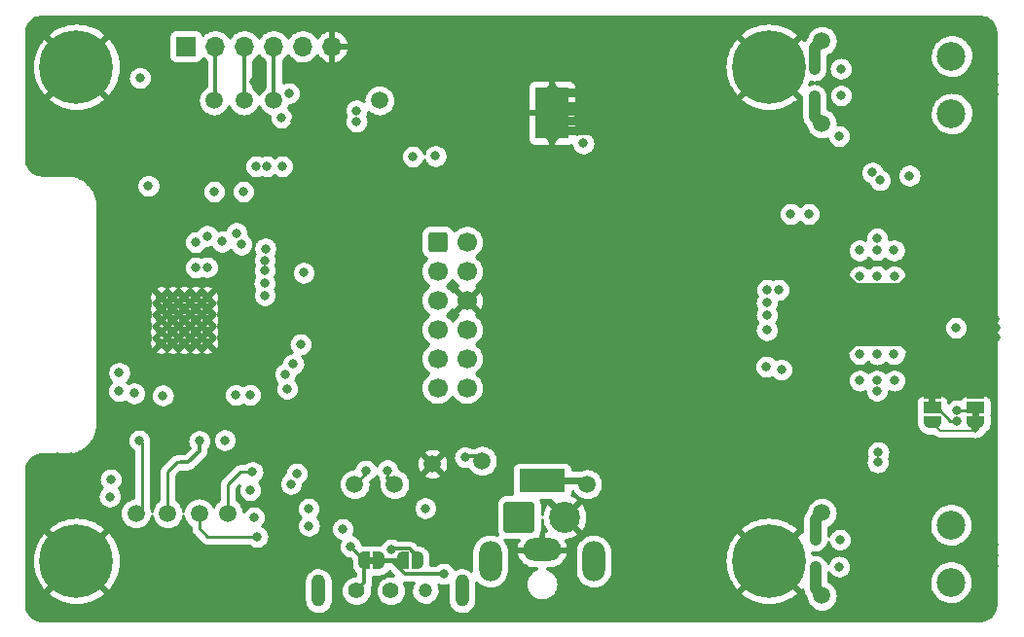
<source format=gbr>
G04 #@! TF.GenerationSoftware,KiCad,Pcbnew,(6.0.9-0)*
G04 #@! TF.CreationDate,2022-12-09T10:21:34+01:00*
G04 #@! TF.ProjectId,muVox,6d75566f-782e-46b6-9963-61645f706362,rc1*
G04 #@! TF.SameCoordinates,Original*
G04 #@! TF.FileFunction,Copper,L4,Bot*
G04 #@! TF.FilePolarity,Positive*
%FSLAX46Y46*%
G04 Gerber Fmt 4.6, Leading zero omitted, Abs format (unit mm)*
G04 Created by KiCad (PCBNEW (6.0.9-0)) date 2022-12-09 10:21:34*
%MOMM*%
%LPD*%
G01*
G04 APERTURE LIST*
G04 Aperture macros list*
%AMRoundRect*
0 Rectangle with rounded corners*
0 $1 Rounding radius*
0 $2 $3 $4 $5 $6 $7 $8 $9 X,Y pos of 4 corners*
0 Add a 4 corners polygon primitive as box body*
4,1,4,$2,$3,$4,$5,$6,$7,$8,$9,$2,$3,0*
0 Add four circle primitives for the rounded corners*
1,1,$1+$1,$2,$3*
1,1,$1+$1,$4,$5*
1,1,$1+$1,$6,$7*
1,1,$1+$1,$8,$9*
0 Add four rect primitives between the rounded corners*
20,1,$1+$1,$2,$3,$4,$5,0*
20,1,$1+$1,$4,$5,$6,$7,0*
20,1,$1+$1,$6,$7,$8,$9,0*
20,1,$1+$1,$8,$9,$2,$3,0*%
%AMFreePoly0*
4,1,22,0.500000,-0.750000,0.000000,-0.750000,0.000000,-0.745033,-0.079941,-0.743568,-0.215256,-0.701293,-0.333266,-0.622738,-0.424486,-0.514219,-0.481581,-0.384460,-0.499164,-0.250000,-0.500000,-0.250000,-0.500000,0.250000,-0.499164,0.250000,-0.499963,0.256109,-0.478152,0.396186,-0.417904,0.524511,-0.324060,0.630769,-0.204165,0.706417,-0.067858,0.745374,0.000000,0.744959,0.000000,0.750000,
0.500000,0.750000,0.500000,-0.750000,0.500000,-0.750000,$1*%
%AMFreePoly1*
4,1,20,0.000000,0.744959,0.073905,0.744508,0.209726,0.703889,0.328688,0.626782,0.421226,0.519385,0.479903,0.390333,0.500000,0.250000,0.500000,-0.250000,0.499851,-0.262216,0.476331,-0.402017,0.414519,-0.529596,0.319384,-0.634700,0.198574,-0.708877,0.061801,-0.746166,0.000000,-0.745033,0.000000,-0.750000,-0.500000,-0.750000,-0.500000,0.750000,0.000000,0.750000,0.000000,0.744959,
0.000000,0.744959,$1*%
%AMFreePoly2*
4,1,22,0.550000,-0.750000,0.000000,-0.750000,0.000000,-0.745033,-0.079941,-0.743568,-0.215256,-0.701293,-0.333266,-0.622738,-0.424486,-0.514219,-0.481581,-0.384460,-0.499164,-0.250000,-0.500000,-0.250000,-0.500000,0.250000,-0.499164,0.250000,-0.499963,0.256109,-0.478152,0.396186,-0.417904,0.524511,-0.324060,0.630769,-0.204165,0.706417,-0.067858,0.745374,0.000000,0.744959,0.000000,0.750000,
0.550000,0.750000,0.550000,-0.750000,0.550000,-0.750000,$1*%
%AMFreePoly3*
4,1,20,0.000000,0.744959,0.073905,0.744508,0.209726,0.703889,0.328688,0.626782,0.421226,0.519385,0.479903,0.390333,0.500000,0.250000,0.500000,-0.250000,0.499851,-0.262216,0.476331,-0.402017,0.414519,-0.529596,0.319384,-0.634700,0.198574,-0.708877,0.061801,-0.746166,0.000000,-0.745033,0.000000,-0.750000,-0.550000,-0.750000,-0.550000,0.750000,0.000000,0.750000,0.000000,0.744959,
0.000000,0.744959,$1*%
G04 Aperture macros list end*
G04 #@! TA.AperFunction,ComponentPad*
%ADD10R,4.000000X2.000000*%
G04 #@! TD*
G04 #@! TA.AperFunction,ComponentPad*
%ADD11O,3.300000X2.000000*%
G04 #@! TD*
G04 #@! TA.AperFunction,ComponentPad*
%ADD12O,2.000000X3.500000*%
G04 #@! TD*
G04 #@! TA.AperFunction,ComponentPad*
%ADD13RoundRect,0.250000X-0.600000X-0.600000X0.600000X-0.600000X0.600000X0.600000X-0.600000X0.600000X0*%
G04 #@! TD*
G04 #@! TA.AperFunction,ComponentPad*
%ADD14C,1.700000*%
G04 #@! TD*
G04 #@! TA.AperFunction,ComponentPad*
%ADD15C,6.400000*%
G04 #@! TD*
G04 #@! TA.AperFunction,ComponentPad*
%ADD16C,2.500000*%
G04 #@! TD*
G04 #@! TA.AperFunction,ComponentPad*
%ADD17RoundRect,0.250001X-1.099999X-1.099999X1.099999X-1.099999X1.099999X1.099999X-1.099999X1.099999X0*%
G04 #@! TD*
G04 #@! TA.AperFunction,ComponentPad*
%ADD18C,2.700000*%
G04 #@! TD*
G04 #@! TA.AperFunction,ComponentPad*
%ADD19R,1.700000X1.700000*%
G04 #@! TD*
G04 #@! TA.AperFunction,ComponentPad*
%ADD20O,1.700000X1.700000*%
G04 #@! TD*
G04 #@! TA.AperFunction,ComponentPad*
%ADD21C,0.500000*%
G04 #@! TD*
G04 #@! TA.AperFunction,SMDPad,CuDef*
%ADD22R,5.450000X5.450000*%
G04 #@! TD*
G04 #@! TA.AperFunction,ComponentPad*
%ADD23C,0.600000*%
G04 #@! TD*
G04 #@! TA.AperFunction,SMDPad,CuDef*
%ADD24R,2.950000X4.500000*%
G04 #@! TD*
G04 #@! TA.AperFunction,ComponentPad*
%ADD25C,1.400000*%
G04 #@! TD*
G04 #@! TA.AperFunction,ComponentPad*
%ADD26C,1.200000*%
G04 #@! TD*
G04 #@! TA.AperFunction,ComponentPad*
%ADD27O,1.208000X2.800000*%
G04 #@! TD*
G04 #@! TA.AperFunction,ComponentPad*
%ADD28C,0.800000*%
G04 #@! TD*
G04 #@! TA.AperFunction,SMDPad,CuDef*
%ADD29C,1.500000*%
G04 #@! TD*
G04 #@! TA.AperFunction,SMDPad,CuDef*
%ADD30FreePoly0,0.000000*%
G04 #@! TD*
G04 #@! TA.AperFunction,SMDPad,CuDef*
%ADD31FreePoly1,0.000000*%
G04 #@! TD*
G04 #@! TA.AperFunction,SMDPad,CuDef*
%ADD32FreePoly2,270.000000*%
G04 #@! TD*
G04 #@! TA.AperFunction,SMDPad,CuDef*
%ADD33R,1.500000X1.000000*%
G04 #@! TD*
G04 #@! TA.AperFunction,SMDPad,CuDef*
%ADD34FreePoly3,270.000000*%
G04 #@! TD*
G04 #@! TA.AperFunction,SMDPad,CuDef*
%ADD35FreePoly2,90.000000*%
G04 #@! TD*
G04 #@! TA.AperFunction,SMDPad,CuDef*
%ADD36FreePoly3,90.000000*%
G04 #@! TD*
G04 #@! TA.AperFunction,SMDPad,CuDef*
%ADD37FreePoly0,180.000000*%
G04 #@! TD*
G04 #@! TA.AperFunction,SMDPad,CuDef*
%ADD38FreePoly1,180.000000*%
G04 #@! TD*
G04 #@! TA.AperFunction,ViaPad*
%ADD39C,0.800000*%
G04 #@! TD*
G04 #@! TA.AperFunction,Conductor*
%ADD40C,2.000000*%
G04 #@! TD*
G04 #@! TA.AperFunction,Conductor*
%ADD41C,0.400000*%
G04 #@! TD*
G04 #@! TA.AperFunction,Conductor*
%ADD42C,0.300000*%
G04 #@! TD*
G04 #@! TA.AperFunction,Conductor*
%ADD43C,0.800000*%
G04 #@! TD*
G04 #@! TA.AperFunction,Conductor*
%ADD44C,0.250000*%
G04 #@! TD*
G04 #@! TA.AperFunction,Conductor*
%ADD45C,0.200000*%
G04 #@! TD*
G04 #@! TA.AperFunction,Conductor*
%ADD46C,0.600000*%
G04 #@! TD*
G04 #@! TA.AperFunction,Conductor*
%ADD47C,1.000000*%
G04 #@! TD*
G04 #@! TA.AperFunction,Conductor*
%ADD48C,0.254000*%
G04 #@! TD*
G04 APERTURE END LIST*
G36*
X104696200Y-156027400D02*
G01*
X104196200Y-156027400D01*
X104196200Y-155427400D01*
X104696200Y-155427400D01*
X104696200Y-156027400D01*
G37*
G36*
X153497600Y-142029300D02*
G01*
X152897600Y-142029300D01*
X152897600Y-141529300D01*
X153497600Y-141529300D01*
X153497600Y-142029300D01*
G37*
G36*
X157282600Y-143329300D02*
G01*
X156682600Y-143329300D01*
X156682600Y-142829300D01*
X157282600Y-142829300D01*
X157282600Y-143329300D01*
G37*
D10*
X119260100Y-148789300D03*
D11*
X119260100Y-154789300D03*
D12*
X114760100Y-155789300D03*
X123760100Y-155789300D03*
D13*
X110187600Y-128004300D03*
D14*
X112727600Y-128004300D03*
X110187600Y-130544300D03*
X112727600Y-130544300D03*
X110187600Y-133084300D03*
X112727600Y-133084300D03*
X110187600Y-135624300D03*
X112727600Y-135624300D03*
X110187600Y-138164300D03*
X112727600Y-138164300D03*
X110187600Y-140704300D03*
X112727600Y-140704300D03*
D15*
X78770100Y-155779300D03*
D16*
X154840100Y-157629300D03*
X154840100Y-152629300D03*
D17*
X117270100Y-151954300D03*
D18*
X121230100Y-151954300D03*
D15*
X78770100Y-112759300D03*
D19*
X88290100Y-110979300D03*
D20*
X90830100Y-110979300D03*
X93370100Y-110979300D03*
X95910100Y-110979300D03*
X98450100Y-110979300D03*
X100990100Y-110979300D03*
D21*
X145482950Y-136848950D03*
X149191350Y-133140550D03*
X150359750Y-135680550D03*
X147921350Y-135680550D03*
X147921350Y-131972150D03*
X147921350Y-136848950D03*
X147921350Y-133140550D03*
X146752950Y-131972150D03*
X146752950Y-133140550D03*
X146752950Y-134410550D03*
X145482950Y-131972150D03*
X150359750Y-133140550D03*
X149191350Y-134410550D03*
D22*
X147921350Y-134410550D03*
D21*
X149191350Y-136848950D03*
X145482950Y-134410550D03*
X149191350Y-131972150D03*
X147921350Y-134410550D03*
X145482950Y-135680550D03*
X146752950Y-135680550D03*
X150359750Y-136848950D03*
X150359750Y-131972150D03*
X149191350Y-135680550D03*
X146752950Y-136848950D03*
X150359750Y-134410550D03*
X145482950Y-133140550D03*
D23*
X119522600Y-116161800D03*
X120722600Y-118561800D03*
D24*
X120122600Y-116761800D03*
D23*
X120722600Y-116161800D03*
X119522600Y-114961800D03*
X120722600Y-114961800D03*
X119522600Y-118561800D03*
X119522600Y-117461800D03*
X120722600Y-117461800D03*
D25*
X103120400Y-158362800D03*
X106120400Y-158362800D03*
D26*
X109120400Y-158362800D03*
D27*
X99820400Y-158362800D03*
X112320400Y-158362800D03*
D15*
X139000000Y-112759300D03*
D28*
X87140100Y-134810550D03*
X86140100Y-132810550D03*
X86140100Y-135810550D03*
X89140100Y-133810550D03*
X87140100Y-133810550D03*
X88140100Y-135810550D03*
X89140100Y-136810550D03*
X87140100Y-132810550D03*
X86140100Y-134810550D03*
X90140100Y-136810550D03*
X89140100Y-134810550D03*
X86140100Y-133810550D03*
X88140100Y-133810550D03*
X89140100Y-132810550D03*
X90140100Y-133810550D03*
X88140100Y-134810550D03*
X90140100Y-132810550D03*
X88140100Y-136810550D03*
X89140100Y-135810550D03*
X87140100Y-135810550D03*
X86140100Y-136810550D03*
X87140100Y-136810550D03*
X90140100Y-134810550D03*
X90140100Y-135810550D03*
X88140100Y-132810550D03*
D16*
X154890100Y-111829300D03*
X154890100Y-116829300D03*
D15*
X139000000Y-155779300D03*
D29*
X114046000Y-147066000D03*
X143600000Y-110500000D03*
D30*
X103796200Y-155727400D03*
D31*
X105096200Y-155727400D03*
D29*
X89448000Y-151638000D03*
X91948000Y-151638000D03*
X86698000Y-151638000D03*
X90740100Y-115679300D03*
X95940100Y-115679300D03*
X102969500Y-149098000D03*
X123190000Y-149098000D03*
X93340100Y-115679300D03*
X143600000Y-151600000D03*
D32*
X153197600Y-141129300D03*
D33*
X153197600Y-142429300D03*
D34*
X153197600Y-143729300D03*
D29*
X105140100Y-115679300D03*
D35*
X156982600Y-143729300D03*
D33*
X156982600Y-142429300D03*
D36*
X156982600Y-141129300D03*
D37*
X108446200Y-155727400D03*
D38*
X107146200Y-155727400D03*
D29*
X106426000Y-149098000D03*
X83948000Y-151638000D03*
X143600000Y-158800000D03*
X109728000Y-147320000D03*
X143600000Y-117700000D03*
D39*
X157640100Y-113382700D03*
X127814900Y-113148100D03*
X126443300Y-119839300D03*
X98715100Y-118429300D03*
X157640100Y-114282700D03*
X97815100Y-117529300D03*
X107755700Y-114302100D03*
X129491300Y-136168100D03*
X83108800Y-147421600D03*
X158020000Y-123740000D03*
X114750000Y-148975000D03*
X156640000Y-123730000D03*
X129491300Y-134368100D03*
X111355700Y-114302100D03*
X109555700Y-112491100D03*
X106855700Y-114305500D03*
X130391300Y-136168100D03*
X140490000Y-136413910D03*
X158725000Y-135475000D03*
X133087100Y-136182500D03*
X152840100Y-128729300D03*
X158540100Y-154379300D03*
X132187100Y-133482500D03*
X129491300Y-133468100D03*
X152490100Y-123679300D03*
X132187100Y-136182500D03*
X156740100Y-156182700D03*
X108655700Y-112487700D03*
X128727200Y-114071400D03*
X138887200Y-140893800D03*
X99775000Y-154225000D03*
X127811500Y-112248100D03*
X158725000Y-136325000D03*
X133087100Y-133482500D03*
X94190100Y-114029300D03*
X107755700Y-115202100D03*
X157640100Y-155282700D03*
X158540100Y-115179300D03*
X128272100Y-119839300D03*
X109555700Y-115205500D03*
X148410100Y-124069300D03*
X129616200Y-113157000D03*
X131287900Y-132568100D03*
X130391300Y-137068100D03*
X133087100Y-137082500D03*
X107755700Y-112487700D03*
X101325000Y-148075000D03*
X110455700Y-115202100D03*
X106855700Y-115205500D03*
X126911500Y-112248100D03*
X158700000Y-134675000D03*
X151390100Y-123679300D03*
X133087100Y-134382500D03*
X127372100Y-119839300D03*
X129612800Y-112257000D03*
X78333600Y-146710400D03*
X140490000Y-134660000D03*
X156740100Y-114282700D03*
X156740100Y-154382700D03*
X111355700Y-112487700D03*
X105235800Y-153983400D03*
X98715100Y-117529300D03*
X158540100Y-114279300D03*
X110455700Y-112487700D03*
X89281000Y-148259800D03*
X106855700Y-112491100D03*
X100950000Y-154200000D03*
X107755700Y-113387700D03*
X156740100Y-155282700D03*
X127814900Y-114048100D03*
X109555700Y-113391100D03*
X108655700Y-114302100D03*
X130391300Y-134368100D03*
X158540100Y-155279300D03*
X77114400Y-146735800D03*
X109555700Y-114305500D03*
X108655700Y-113387700D03*
X131291300Y-133468100D03*
X156740100Y-115182700D03*
X158540100Y-113379300D03*
X111355700Y-113387700D03*
X125594100Y-119839300D03*
X153600000Y-123700000D03*
X104709434Y-148905434D03*
X113800000Y-148975000D03*
X148444760Y-144683976D03*
X157330000Y-124370000D03*
X114808000Y-143510000D03*
X111355700Y-115202100D03*
X129616200Y-114071400D03*
X131291300Y-136168100D03*
X133083700Y-135282500D03*
X132183700Y-132582500D03*
X110455700Y-114302100D03*
X157640100Y-115182700D03*
X156740100Y-113382700D03*
X129487900Y-132568100D03*
X126914900Y-114048100D03*
X110846200Y-149308000D03*
X131291300Y-134368100D03*
X105896200Y-153272200D03*
X131291300Y-137068100D03*
X130391300Y-133468100D03*
X129487900Y-135268100D03*
X88442800Y-148894800D03*
X116840000Y-125984000D03*
X129491300Y-137068100D03*
X132183700Y-135282500D03*
X99615100Y-118425900D03*
X157640100Y-156182700D03*
X132187100Y-137082500D03*
X132187100Y-134382500D03*
X130387900Y-135268100D03*
X133083700Y-132582500D03*
X110455700Y-113387700D03*
X130387900Y-132568100D03*
X99615100Y-117525900D03*
X113895700Y-117858100D03*
X126914900Y-113148100D03*
X128712800Y-112257000D03*
X128716200Y-113157000D03*
X108655700Y-115202100D03*
X131287900Y-135268100D03*
X97815100Y-118429300D03*
X106855700Y-113391100D03*
X158540100Y-156179300D03*
X157640100Y-154382700D03*
X106172000Y-154787600D03*
X99000897Y-152712939D03*
X98264600Y-136908100D03*
X108015100Y-120569120D03*
X98531500Y-130687900D03*
X94513400Y-153670000D03*
X156982600Y-144136800D03*
X110015100Y-120529300D03*
X103140100Y-117529300D03*
X145110200Y-118793410D03*
X94221184Y-151971716D03*
X140901220Y-125568110D03*
X103140100Y-116554300D03*
X155290100Y-135479300D03*
X151240100Y-122229300D03*
X82500000Y-139400000D03*
X96600000Y-117200000D03*
X101930200Y-152984200D03*
X82490100Y-140979300D03*
X97235358Y-115054302D03*
X97925000Y-148175000D03*
X94090600Y-148031200D03*
X84250000Y-145275000D03*
X84290100Y-113729300D03*
X83790100Y-141179300D03*
X112575000Y-146750000D03*
X110700000Y-156895800D03*
X148394320Y-130978310D03*
X148419720Y-128692310D03*
X148419720Y-127701710D03*
X148394320Y-140071510D03*
X148669856Y-122629544D03*
X148419720Y-137785510D03*
X148394320Y-140960510D03*
X148010100Y-121969789D03*
X148463720Y-147183310D03*
X148530100Y-146299300D03*
X86300000Y-141375000D03*
X109109200Y-151181200D03*
X146921120Y-140071510D03*
X146895720Y-137760110D03*
X145180100Y-153919300D03*
X143052800Y-153898600D03*
X146895720Y-128733310D03*
X146921120Y-131003710D03*
X145280100Y-115259300D03*
X142976600Y-115316000D03*
X149892920Y-137760110D03*
X143060100Y-156319300D03*
X149918320Y-140071510D03*
X145130100Y-156279300D03*
X149892920Y-128733310D03*
X149918320Y-131003710D03*
X142970100Y-112969300D03*
X145250100Y-112929300D03*
X102625000Y-154525000D03*
X97091794Y-140791794D03*
X138818520Y-135677310D03*
X103922900Y-147901700D03*
X96925000Y-139500000D03*
X95150500Y-130507300D03*
X105827400Y-147886800D03*
X95150500Y-129592900D03*
X97639700Y-138635300D03*
X138818520Y-134381910D03*
X85040100Y-123129300D03*
X95325000Y-121425000D03*
X155328520Y-143576710D03*
X155346803Y-142677393D03*
X93118500Y-128221300D03*
X92640100Y-141329300D03*
X138843920Y-132172110D03*
X95201300Y-128576900D03*
X93890100Y-141329300D03*
X138818520Y-133289710D03*
X139859920Y-132172110D03*
X92690100Y-127229300D03*
X90140100Y-130203320D03*
X95136589Y-131610989D03*
X140092628Y-139127601D03*
X90140100Y-127479300D03*
X89140100Y-128029300D03*
X95150500Y-132640900D03*
X138796532Y-138856811D03*
X89141064Y-130233855D03*
X93878400Y-149606000D03*
X91442100Y-127967300D03*
X97425000Y-149075000D03*
X91670692Y-145264693D03*
X81675000Y-150175000D03*
X96667231Y-121417231D03*
X81750000Y-148675000D03*
X94411800Y-121425000D03*
X90758897Y-123621231D03*
X89458800Y-145338800D03*
X122865100Y-119429800D03*
X98958400Y-151206200D03*
X93292374Y-123622185D03*
X142476220Y-125568110D03*
D40*
X152040100Y-137279300D02*
X152040100Y-134479300D01*
D41*
X88646000Y-148894800D02*
X89281000Y-148259800D01*
D42*
X105896200Y-153323000D02*
X105235800Y-153983400D01*
D40*
X150716179Y-132603221D02*
X146258580Y-132603221D01*
D43*
X123840100Y-117454300D02*
X123832600Y-117461800D01*
D40*
X150640100Y-132679300D02*
X150716179Y-132603221D01*
D41*
X77139800Y-146710400D02*
X77114400Y-146735800D01*
D40*
X145040100Y-131379300D02*
X145040100Y-137079300D01*
D43*
X120722600Y-116161800D02*
X123657600Y-116161800D01*
D40*
X148908850Y-134410550D02*
X152440100Y-130879300D01*
D41*
X88442800Y-148894800D02*
X88646000Y-148894800D01*
D40*
X147921350Y-134410550D02*
X149171350Y-134410550D01*
D43*
X120722600Y-114961800D02*
X123582600Y-114961800D01*
X123657600Y-116161800D02*
X123690100Y-116129300D01*
D42*
X105896200Y-153272200D02*
X105896200Y-153323000D01*
D41*
X78333600Y-146710400D02*
X77139800Y-146710400D01*
D43*
X123582600Y-114961800D02*
X123590100Y-114954300D01*
D40*
X150640100Y-133079300D02*
X150640100Y-132679300D01*
X145040100Y-131384741D02*
X145040100Y-131379300D01*
D43*
X120722600Y-118561800D02*
X121022600Y-118261800D01*
D41*
X99822000Y-148488400D02*
X100911600Y-148488400D01*
D40*
X149171350Y-134410550D02*
X152040100Y-137279300D01*
D43*
X123722600Y-118261800D02*
X124265100Y-118804300D01*
D40*
X147921350Y-134410550D02*
X148908850Y-134410550D01*
D43*
X120722600Y-117461800D02*
X123832600Y-117461800D01*
D41*
X100911600Y-148488400D02*
X101325000Y-148075000D01*
D40*
X144952600Y-137379300D02*
X147921350Y-134410550D01*
X144740100Y-137379300D02*
X144952600Y-137379300D01*
X152040100Y-134479300D02*
X150640100Y-133079300D01*
X143940100Y-130279300D02*
X145040100Y-131379300D01*
X145040100Y-137079300D02*
X144740100Y-137379300D01*
D43*
X121022600Y-118261800D02*
X123722600Y-118261800D01*
D40*
X146258580Y-132603221D02*
X145040100Y-131384741D01*
D42*
X106172000Y-154787600D02*
X106231720Y-154727880D01*
X108446200Y-155424526D02*
X108446200Y-155727400D01*
X106231720Y-154727880D02*
X107749554Y-154727880D01*
X107749554Y-154727880D02*
X108446200Y-155424526D01*
D44*
X156982600Y-144136800D02*
X156982600Y-144336800D01*
D45*
X153897600Y-144429300D02*
X156890100Y-144429300D01*
D44*
X156982600Y-143729300D02*
X156982600Y-144136800D01*
X156982600Y-144336800D02*
X156890100Y-144429300D01*
X89448000Y-151638000D02*
X89448000Y-152948000D01*
X89448000Y-152948000D02*
X90170000Y-153670000D01*
D45*
X153197600Y-143729300D02*
X153897600Y-144429300D01*
X156890100Y-144429300D02*
X157040100Y-144429300D01*
D44*
X90170000Y-153670000D02*
X94513400Y-153670000D01*
X91948000Y-151638000D02*
X91948000Y-149098000D01*
X93014800Y-148031200D02*
X94090600Y-148031200D01*
X91948000Y-149098000D02*
X93014800Y-148031200D01*
X84074000Y-151638000D02*
X84482500Y-151229500D01*
X84482500Y-151229500D02*
X84482500Y-145507500D01*
X84482500Y-145507500D02*
X84250000Y-145275000D01*
D45*
X120530100Y-148789300D02*
X119260100Y-148789300D01*
D46*
X122881300Y-148789300D02*
X123190000Y-149098000D01*
X119260100Y-148789300D02*
X122881300Y-148789300D01*
D42*
X107315000Y-156895800D02*
X110700000Y-156895800D01*
X112675000Y-146650000D02*
X113630000Y-146650000D01*
D41*
X107146200Y-155727400D02*
X106146600Y-155727400D01*
D42*
X113630000Y-146650000D02*
X114046000Y-147066000D01*
D41*
X106146600Y-155727400D02*
X105096200Y-155727400D01*
D42*
X112575000Y-146750000D02*
X112675000Y-146650000D01*
X106146600Y-155727400D02*
X107315000Y-156895800D01*
D47*
X143052800Y-153898600D02*
X143052800Y-152171400D01*
X143052800Y-152171400D02*
X143662400Y-151561800D01*
X142976600Y-115316000D02*
X142976600Y-117076600D01*
X142976600Y-117076600D02*
X143600000Y-117700000D01*
X143060100Y-158173100D02*
X143662400Y-158775400D01*
X143060100Y-156319300D02*
X143060100Y-158173100D01*
X142970100Y-112969300D02*
X142970100Y-111129900D01*
X142970100Y-111129900D02*
X143600000Y-110500000D01*
D42*
X102625000Y-154525000D02*
X102625000Y-154556200D01*
X103796200Y-157687000D02*
X103120400Y-158362800D01*
X103796200Y-155727400D02*
X103796200Y-157687000D01*
X102625000Y-154556200D02*
X103796200Y-155727400D01*
D44*
X103922900Y-147901700D02*
X103922900Y-148144600D01*
X103922900Y-148144600D02*
X102969500Y-149098000D01*
D41*
X105827400Y-148499400D02*
X106426000Y-149098000D01*
D44*
X105827400Y-147886800D02*
X105827400Y-148499400D01*
D42*
X90830100Y-110979300D02*
X90830100Y-115589300D01*
X90830100Y-115589300D02*
X90740100Y-115679300D01*
X93370100Y-115649300D02*
X93340100Y-115679300D01*
X93370100Y-110979300D02*
X93370100Y-115649300D01*
X95940100Y-111009300D02*
X95910100Y-110979300D01*
X95940100Y-115679300D02*
X95940100Y-111009300D01*
D44*
X154762835Y-143576710D02*
X153797635Y-142611510D01*
X153797635Y-142611510D02*
X153509120Y-142611510D01*
X155328520Y-143576710D02*
X154762835Y-143576710D01*
X155346803Y-142677393D02*
X155361886Y-142662310D01*
X155361886Y-142662310D02*
X156827120Y-142662310D01*
X87516700Y-147179300D02*
X87890100Y-147179300D01*
X86698000Y-147998000D02*
X87516700Y-147179300D01*
X86698000Y-151638000D02*
X86698000Y-147998000D01*
D42*
X89458800Y-145338800D02*
X89458800Y-146216200D01*
X88495700Y-147179300D02*
X87890100Y-147179300D01*
X89458800Y-146216200D02*
X88495700Y-147179300D01*
D48*
X157284053Y-108375501D02*
X157319777Y-108375937D01*
X157335029Y-108373942D01*
X157508553Y-108386355D01*
X157703338Y-108428730D01*
X157890116Y-108498396D01*
X158065072Y-108593931D01*
X158224661Y-108713400D01*
X158365616Y-108854357D01*
X158485077Y-109013941D01*
X158580612Y-109188904D01*
X158650274Y-109375678D01*
X158692648Y-109570473D01*
X158704560Y-109737027D01*
X158703529Y-109743645D01*
X158703092Y-109779367D01*
X158707220Y-109810937D01*
X158707220Y-159503941D01*
X158703529Y-159527644D01*
X158703093Y-159563369D01*
X158705088Y-159578622D01*
X158692676Y-159752150D01*
X158650303Y-159946933D01*
X158580634Y-160133720D01*
X158485097Y-160308684D01*
X158365634Y-160468267D01*
X158224675Y-160609227D01*
X158065084Y-160728697D01*
X157890123Y-160824234D01*
X157703347Y-160893899D01*
X157508557Y-160936275D01*
X157342167Y-160948176D01*
X157335375Y-160947119D01*
X157299653Y-160946683D01*
X157268094Y-160950810D01*
X75825082Y-160950810D01*
X75801376Y-160947119D01*
X75765653Y-160946683D01*
X75750398Y-160948678D01*
X75576874Y-160936269D01*
X75382076Y-160893895D01*
X75195301Y-160824233D01*
X75020332Y-160728695D01*
X74860745Y-160609232D01*
X74719784Y-160468273D01*
X74600313Y-160308681D01*
X74504777Y-160133722D01*
X74435109Y-159946940D01*
X74392734Y-159752151D01*
X74380840Y-159585850D01*
X74381911Y-159578968D01*
X74382347Y-159543244D01*
X74378241Y-159511849D01*
X74378742Y-158549639D01*
X76209067Y-158549639D01*
X76214132Y-158620454D01*
X76252893Y-158674342D01*
X76508306Y-158881172D01*
X76518976Y-158888924D01*
X76844930Y-159100601D01*
X76856352Y-159107196D01*
X77202648Y-159283643D01*
X77214697Y-159289007D01*
X77577538Y-159428288D01*
X77590081Y-159432364D01*
X77965494Y-159532956D01*
X77978394Y-159535698D01*
X78362266Y-159596497D01*
X78375383Y-159597875D01*
X78763506Y-159618216D01*
X78776694Y-159618216D01*
X79164817Y-159597875D01*
X79177934Y-159596497D01*
X79561806Y-159535698D01*
X79574706Y-159532956D01*
X79950119Y-159432364D01*
X79962662Y-159428288D01*
X80325503Y-159289007D01*
X80337552Y-159283643D01*
X80478481Y-159211836D01*
X98581900Y-159211836D01*
X98582470Y-159223803D01*
X98597572Y-159382093D01*
X98602097Y-159405595D01*
X98661856Y-159609295D01*
X98670745Y-159631518D01*
X98767945Y-159820243D01*
X98780875Y-159840384D01*
X98912008Y-160007324D01*
X98928514Y-160024657D01*
X99088850Y-160163789D01*
X99108335Y-160177687D01*
X99292086Y-160283990D01*
X99313848Y-160293954D01*
X99514386Y-160363592D01*
X99537639Y-160369260D01*
X99747727Y-160399722D01*
X99771633Y-160400891D01*
X99983692Y-160391076D01*
X100007387Y-160387704D01*
X100213763Y-160337967D01*
X100236393Y-160330175D01*
X100429641Y-160242310D01*
X100450390Y-160230379D01*
X100623537Y-160107557D01*
X100641655Y-160091918D01*
X100788453Y-159938571D01*
X100803287Y-159919788D01*
X100918439Y-159741449D01*
X100929453Y-159720200D01*
X101008805Y-159523303D01*
X101015603Y-159500353D01*
X101056290Y-159292004D01*
X101058476Y-159274010D01*
X101058750Y-159268408D01*
X101058900Y-159262253D01*
X101058900Y-157513764D01*
X101058330Y-157501797D01*
X101043228Y-157343507D01*
X101038703Y-157320005D01*
X100978944Y-157116305D01*
X100970055Y-157094082D01*
X100872855Y-156905357D01*
X100859925Y-156885216D01*
X100728792Y-156718276D01*
X100712286Y-156700943D01*
X100551950Y-156561811D01*
X100532465Y-156547913D01*
X100348714Y-156441610D01*
X100326952Y-156431646D01*
X100126414Y-156362008D01*
X100103161Y-156356340D01*
X99893073Y-156325878D01*
X99869167Y-156324709D01*
X99657108Y-156334524D01*
X99633413Y-156337896D01*
X99427037Y-156387633D01*
X99404407Y-156395425D01*
X99211159Y-156483290D01*
X99190410Y-156495221D01*
X99017263Y-156618043D01*
X98999145Y-156633682D01*
X98852347Y-156787029D01*
X98837513Y-156805812D01*
X98722361Y-156984151D01*
X98711347Y-157005400D01*
X98631995Y-157202297D01*
X98625197Y-157225247D01*
X98584510Y-157433596D01*
X98582324Y-157451590D01*
X98582050Y-157457192D01*
X98581900Y-157463347D01*
X98581900Y-159211836D01*
X80478481Y-159211836D01*
X80683848Y-159107196D01*
X80695270Y-159100601D01*
X81021224Y-158888924D01*
X81031894Y-158881172D01*
X81287307Y-158674342D01*
X81327658Y-158615928D01*
X81330024Y-158544971D01*
X81297107Y-158487327D01*
X78859195Y-156049415D01*
X78796883Y-156015389D01*
X78726068Y-156020454D01*
X78681005Y-156049415D01*
X76243093Y-158487327D01*
X76209067Y-158549639D01*
X74378742Y-158549639D01*
X74380180Y-155785894D01*
X74931184Y-155785894D01*
X74951525Y-156174017D01*
X74952903Y-156187134D01*
X75013702Y-156571006D01*
X75016444Y-156583906D01*
X75117036Y-156959319D01*
X75121112Y-156971862D01*
X75260393Y-157334703D01*
X75265757Y-157346752D01*
X75442204Y-157693047D01*
X75448798Y-157704468D01*
X75660475Y-158030423D01*
X75668228Y-158041094D01*
X75875058Y-158296507D01*
X75933472Y-158336858D01*
X76004429Y-158339224D01*
X76062073Y-158306307D01*
X78499985Y-155868395D01*
X78534011Y-155806083D01*
X78530180Y-155752517D01*
X79006189Y-155752517D01*
X79011254Y-155823332D01*
X79040215Y-155868395D01*
X81478127Y-158306307D01*
X81540439Y-158340333D01*
X81611254Y-158335268D01*
X81665142Y-158296507D01*
X81871972Y-158041094D01*
X81879725Y-158030423D01*
X82091402Y-157704468D01*
X82097996Y-157693047D01*
X82274443Y-157346752D01*
X82279807Y-157334703D01*
X82419088Y-156971862D01*
X82423164Y-156959319D01*
X82523756Y-156583906D01*
X82526498Y-156571006D01*
X82587297Y-156187134D01*
X82588675Y-156174017D01*
X82609016Y-155785894D01*
X82609016Y-155772706D01*
X82588675Y-155384583D01*
X82587297Y-155371466D01*
X82526498Y-154987594D01*
X82523756Y-154974694D01*
X82423164Y-154599281D01*
X82419088Y-154586738D01*
X82279807Y-154223897D01*
X82274443Y-154211848D01*
X82097996Y-153865553D01*
X82091402Y-153854132D01*
X81879725Y-153528177D01*
X81871972Y-153517506D01*
X81665142Y-153262093D01*
X81606728Y-153221742D01*
X81535771Y-153219376D01*
X81478127Y-153252293D01*
X79040215Y-155690205D01*
X79006189Y-155752517D01*
X78530180Y-155752517D01*
X78528946Y-155735268D01*
X78499985Y-155690205D01*
X76062073Y-153252293D01*
X75999761Y-153218267D01*
X75928946Y-153223332D01*
X75875058Y-153262093D01*
X75668228Y-153517506D01*
X75660475Y-153528177D01*
X75448798Y-153854132D01*
X75442204Y-153865553D01*
X75265757Y-154211848D01*
X75260393Y-154223897D01*
X75121112Y-154586738D01*
X75117036Y-154599281D01*
X75016444Y-154974694D01*
X75013702Y-154987594D01*
X74952903Y-155371466D01*
X74951525Y-155384583D01*
X74931184Y-155772706D01*
X74931184Y-155785894D01*
X74380180Y-155785894D01*
X74381623Y-153013629D01*
X76210176Y-153013629D01*
X76243093Y-153071273D01*
X78681005Y-155509185D01*
X78743317Y-155543211D01*
X78814132Y-155538146D01*
X78859195Y-155509185D01*
X81297107Y-153071273D01*
X81331133Y-153008961D01*
X81326068Y-152938146D01*
X81287307Y-152884258D01*
X81031894Y-152677428D01*
X81021224Y-152669676D01*
X80695270Y-152457999D01*
X80683848Y-152451404D01*
X80337552Y-152274957D01*
X80325503Y-152269593D01*
X79962662Y-152130312D01*
X79950119Y-152126236D01*
X79574706Y-152025644D01*
X79561806Y-152022902D01*
X79177934Y-151962103D01*
X79164817Y-151960725D01*
X78776694Y-151940384D01*
X78763506Y-151940384D01*
X78375383Y-151960725D01*
X78362266Y-151962103D01*
X77978394Y-152022902D01*
X77965494Y-152025644D01*
X77590081Y-152126236D01*
X77577538Y-152130312D01*
X77214697Y-152269593D01*
X77202648Y-152274957D01*
X76856353Y-152451404D01*
X76844932Y-152457998D01*
X76518977Y-152669675D01*
X76508306Y-152677428D01*
X76252893Y-152884258D01*
X76212542Y-152942672D01*
X76210176Y-153013629D01*
X74381623Y-153013629D01*
X74382333Y-151648981D01*
X82559172Y-151648981D01*
X82578364Y-151868352D01*
X82582178Y-151889983D01*
X82639173Y-152102688D01*
X82646685Y-152123326D01*
X82739749Y-152322903D01*
X82750731Y-152341924D01*
X82877038Y-152522309D01*
X82891156Y-152539133D01*
X83046867Y-152694844D01*
X83063691Y-152708962D01*
X83244075Y-152835269D01*
X83263096Y-152846251D01*
X83462674Y-152939315D01*
X83483312Y-152946827D01*
X83696017Y-153003822D01*
X83717648Y-153007636D01*
X83937019Y-153026828D01*
X83958981Y-153026828D01*
X84178352Y-153007636D01*
X84199983Y-153003822D01*
X84412688Y-152946827D01*
X84433326Y-152939315D01*
X84632904Y-152846251D01*
X84651925Y-152835269D01*
X84832309Y-152708962D01*
X84849133Y-152694844D01*
X85004844Y-152539133D01*
X85018962Y-152522309D01*
X85145269Y-152341924D01*
X85156251Y-152322903D01*
X85249315Y-152123326D01*
X85256827Y-152102688D01*
X85313822Y-151889983D01*
X85317636Y-151868352D01*
X85323000Y-151807040D01*
X85328364Y-151868352D01*
X85332178Y-151889983D01*
X85389173Y-152102688D01*
X85396685Y-152123326D01*
X85489749Y-152322903D01*
X85500731Y-152341924D01*
X85627038Y-152522309D01*
X85641156Y-152539133D01*
X85796867Y-152694844D01*
X85813691Y-152708962D01*
X85994075Y-152835269D01*
X86013096Y-152846251D01*
X86212674Y-152939315D01*
X86233312Y-152946827D01*
X86446017Y-153003822D01*
X86467648Y-153007636D01*
X86687019Y-153026828D01*
X86708981Y-153026828D01*
X86928352Y-153007636D01*
X86949983Y-153003822D01*
X87162688Y-152946827D01*
X87183326Y-152939315D01*
X87382904Y-152846251D01*
X87401925Y-152835269D01*
X87582309Y-152708962D01*
X87599133Y-152694844D01*
X87754844Y-152539133D01*
X87768962Y-152522309D01*
X87895269Y-152341924D01*
X87906251Y-152322903D01*
X87999315Y-152123326D01*
X88006827Y-152102688D01*
X88063822Y-151889983D01*
X88067636Y-151868352D01*
X88073000Y-151807040D01*
X88078364Y-151868352D01*
X88082178Y-151889983D01*
X88139173Y-152102688D01*
X88146685Y-152123326D01*
X88239749Y-152322903D01*
X88250731Y-152341924D01*
X88377038Y-152522309D01*
X88391156Y-152539133D01*
X88546867Y-152694844D01*
X88563691Y-152708962D01*
X88688500Y-152796354D01*
X88688500Y-152869233D01*
X88686360Y-152891868D01*
X88688500Y-152959945D01*
X88688500Y-152987856D01*
X88689493Y-153003646D01*
X88690000Y-153007657D01*
X88691389Y-153051848D01*
X88696330Y-153083041D01*
X88701981Y-153102492D01*
X88704520Y-153122590D01*
X88712374Y-153153181D01*
X88728652Y-153194295D01*
X88740985Y-153236745D01*
X88753529Y-153265733D01*
X88763841Y-153283169D01*
X88771296Y-153301999D01*
X88786511Y-153329677D01*
X88812499Y-153365447D01*
X88835005Y-153403502D01*
X88854363Y-153428457D01*
X88868684Y-153442778D01*
X88880592Y-153459168D01*
X88902212Y-153482192D01*
X88936289Y-153510383D01*
X89577248Y-154151342D01*
X89591747Y-154168868D01*
X89641414Y-154215508D01*
X89661135Y-154235229D01*
X89673007Y-154245696D01*
X89676194Y-154248168D01*
X89708426Y-154278436D01*
X89733979Y-154297001D01*
X89751730Y-154306760D01*
X89767732Y-154319172D01*
X89794917Y-154335249D01*
X89835486Y-154352805D01*
X89874240Y-154374110D01*
X89903606Y-154385737D01*
X89923226Y-154390774D01*
X89941813Y-154398818D01*
X89972143Y-154407630D01*
X90015811Y-154414547D01*
X90058636Y-154425542D01*
X90089970Y-154429500D01*
X90110224Y-154429500D01*
X90130232Y-154432669D01*
X90161801Y-154433661D01*
X90205819Y-154429500D01*
X93805200Y-154429500D01*
X93808511Y-154433177D01*
X93828086Y-154450802D01*
X93982587Y-154563054D01*
X94005399Y-154576225D01*
X94179863Y-154653901D01*
X94204915Y-154662041D01*
X94391716Y-154701747D01*
X94417913Y-154704500D01*
X94608887Y-154704500D01*
X94635084Y-154701747D01*
X94821885Y-154662041D01*
X94846937Y-154653901D01*
X95021401Y-154576225D01*
X95044213Y-154563054D01*
X95198714Y-154450802D01*
X95218289Y-154433176D01*
X95346076Y-154291254D01*
X95361559Y-154269944D01*
X95457046Y-154104556D01*
X95467760Y-154080492D01*
X95526775Y-153898864D01*
X95532252Y-153873098D01*
X95552214Y-153683170D01*
X95552214Y-153656830D01*
X95532252Y-153466902D01*
X95526775Y-153441136D01*
X95467760Y-153259508D01*
X95457046Y-153235444D01*
X95361559Y-153070056D01*
X95346076Y-153048746D01*
X95218289Y-152906824D01*
X95198714Y-152889198D01*
X95044213Y-152776946D01*
X95021401Y-152763775D01*
X94934788Y-152725213D01*
X95053860Y-152592970D01*
X95069343Y-152571660D01*
X95164830Y-152406272D01*
X95175544Y-152382208D01*
X95234559Y-152200580D01*
X95240036Y-152174814D01*
X95259998Y-151984886D01*
X95259998Y-151958546D01*
X95240036Y-151768618D01*
X95234559Y-151742852D01*
X95175544Y-151561224D01*
X95164830Y-151537160D01*
X95069343Y-151371772D01*
X95053860Y-151350462D01*
X94935824Y-151219370D01*
X97919586Y-151219370D01*
X97939548Y-151409298D01*
X97945025Y-151435064D01*
X98004040Y-151616692D01*
X98014754Y-151640756D01*
X98110241Y-151806144D01*
X98125724Y-151827454D01*
X98253511Y-151969376D01*
X98267227Y-151981727D01*
X98168221Y-152091685D01*
X98152738Y-152112995D01*
X98057251Y-152278383D01*
X98046537Y-152302447D01*
X97987522Y-152484075D01*
X97982045Y-152509841D01*
X97962083Y-152699769D01*
X97962083Y-152726109D01*
X97982045Y-152916037D01*
X97987522Y-152941803D01*
X98046537Y-153123431D01*
X98057251Y-153147495D01*
X98152738Y-153312883D01*
X98168221Y-153334193D01*
X98296008Y-153476115D01*
X98315583Y-153493741D01*
X98470084Y-153605993D01*
X98492896Y-153619164D01*
X98667360Y-153696840D01*
X98692412Y-153704980D01*
X98879213Y-153744686D01*
X98905410Y-153747439D01*
X99096384Y-153747439D01*
X99122581Y-153744686D01*
X99309382Y-153704980D01*
X99334434Y-153696840D01*
X99508898Y-153619164D01*
X99531710Y-153605993D01*
X99686211Y-153493741D01*
X99705786Y-153476115D01*
X99833573Y-153334193D01*
X99849056Y-153312883D01*
X99944543Y-153147495D01*
X99955257Y-153123431D01*
X99996217Y-152997370D01*
X100891386Y-152997370D01*
X100911348Y-153187298D01*
X100916825Y-153213064D01*
X100975840Y-153394692D01*
X100986554Y-153418756D01*
X101082041Y-153584144D01*
X101097524Y-153605454D01*
X101225311Y-153747376D01*
X101244886Y-153765002D01*
X101399387Y-153877254D01*
X101422199Y-153890425D01*
X101596663Y-153968101D01*
X101621715Y-153976241D01*
X101733563Y-154000015D01*
X101681354Y-154090444D01*
X101670640Y-154114508D01*
X101611625Y-154296136D01*
X101606148Y-154321902D01*
X101586186Y-154511830D01*
X101586186Y-154538170D01*
X101606148Y-154728098D01*
X101611625Y-154753864D01*
X101670640Y-154935492D01*
X101681354Y-154959556D01*
X101776841Y-155124944D01*
X101792324Y-155146254D01*
X101920111Y-155288176D01*
X101939686Y-155305802D01*
X102094187Y-155418054D01*
X102116999Y-155431225D01*
X102291463Y-155508901D01*
X102316515Y-155517041D01*
X102503316Y-155556747D01*
X102517598Y-155558248D01*
X102656471Y-155697121D01*
X102656471Y-155938447D01*
X102656891Y-155939877D01*
X102655713Y-156036299D01*
X102656768Y-156054175D01*
X102675338Y-156196189D01*
X102678915Y-156213736D01*
X102718086Y-156354032D01*
X102724116Y-156370895D01*
X102781799Y-156501988D01*
X102790158Y-156517825D01*
X102867127Y-156641480D01*
X102877646Y-156655971D01*
X102969803Y-156765606D01*
X102982270Y-156778460D01*
X103011700Y-156804774D01*
X103011700Y-157032712D01*
X102898763Y-157042593D01*
X102877134Y-157046407D01*
X102672879Y-157101137D01*
X102652240Y-157108649D01*
X102460592Y-157198016D01*
X102441572Y-157208998D01*
X102268354Y-157330286D01*
X102251529Y-157344404D01*
X102102004Y-157493929D01*
X102087886Y-157510754D01*
X101966598Y-157683972D01*
X101955616Y-157702992D01*
X101866249Y-157894640D01*
X101858737Y-157915279D01*
X101804007Y-158119534D01*
X101800193Y-158141163D01*
X101781763Y-158351818D01*
X101781763Y-158373782D01*
X101800193Y-158584437D01*
X101804007Y-158606066D01*
X101858737Y-158810321D01*
X101866249Y-158830960D01*
X101955616Y-159022608D01*
X101966598Y-159041628D01*
X102087886Y-159214846D01*
X102102004Y-159231671D01*
X102251529Y-159381196D01*
X102268354Y-159395314D01*
X102441572Y-159516602D01*
X102460592Y-159527584D01*
X102652240Y-159616951D01*
X102672879Y-159624463D01*
X102877134Y-159679193D01*
X102898763Y-159683007D01*
X103109418Y-159701437D01*
X103131382Y-159701437D01*
X103342037Y-159683007D01*
X103363666Y-159679193D01*
X103567921Y-159624463D01*
X103588560Y-159616951D01*
X103780208Y-159527584D01*
X103799228Y-159516602D01*
X103972446Y-159395314D01*
X103989271Y-159381196D01*
X104138796Y-159231671D01*
X104152914Y-159214846D01*
X104274202Y-159041628D01*
X104285184Y-159022608D01*
X104374551Y-158830960D01*
X104382063Y-158810321D01*
X104436793Y-158606066D01*
X104440607Y-158584437D01*
X104459037Y-158373782D01*
X104459037Y-158351818D01*
X104440667Y-158141852D01*
X104443587Y-158137833D01*
X104453917Y-158119043D01*
X104467063Y-158102095D01*
X104483142Y-158074908D01*
X104501491Y-158032506D01*
X104523738Y-157992039D01*
X104535365Y-157962673D01*
X104540698Y-157941902D01*
X104549217Y-157922216D01*
X104558029Y-157891888D01*
X104565257Y-157846255D01*
X104576742Y-157801522D01*
X104580700Y-157770188D01*
X104580700Y-157748747D01*
X104584056Y-157727558D01*
X104585048Y-157695990D01*
X104580700Y-157649994D01*
X104580700Y-157116020D01*
X104596200Y-157117129D01*
X105083522Y-157117129D01*
X105146911Y-157118291D01*
X105164795Y-157117346D01*
X105309340Y-157099341D01*
X105326908Y-157095870D01*
X105465088Y-157058197D01*
X105481985Y-157052271D01*
X105615660Y-156994425D01*
X105631548Y-156986163D01*
X105753600Y-156911223D01*
X105768156Y-156900793D01*
X105880224Y-156807753D01*
X105893155Y-156795364D01*
X105989269Y-156689180D01*
X105993513Y-156683763D01*
X106354549Y-157044799D01*
X106342037Y-157042593D01*
X106131382Y-157024163D01*
X106109418Y-157024163D01*
X105898763Y-157042593D01*
X105877134Y-157046407D01*
X105672879Y-157101137D01*
X105652240Y-157108649D01*
X105460592Y-157198016D01*
X105441572Y-157208998D01*
X105268354Y-157330286D01*
X105251529Y-157344404D01*
X105102004Y-157493929D01*
X105087886Y-157510754D01*
X104966598Y-157683972D01*
X104955616Y-157702992D01*
X104866249Y-157894640D01*
X104858737Y-157915279D01*
X104804007Y-158119534D01*
X104800193Y-158141163D01*
X104781763Y-158351818D01*
X104781763Y-158373782D01*
X104800193Y-158584437D01*
X104804007Y-158606066D01*
X104858737Y-158810321D01*
X104866249Y-158830960D01*
X104955616Y-159022608D01*
X104966598Y-159041628D01*
X105087886Y-159214846D01*
X105102004Y-159231671D01*
X105251529Y-159381196D01*
X105268354Y-159395314D01*
X105441572Y-159516602D01*
X105460592Y-159527584D01*
X105652240Y-159616951D01*
X105672879Y-159624463D01*
X105877134Y-159679193D01*
X105898763Y-159683007D01*
X106109418Y-159701437D01*
X106131382Y-159701437D01*
X106342037Y-159683007D01*
X106363666Y-159679193D01*
X106567921Y-159624463D01*
X106588560Y-159616951D01*
X106780208Y-159527584D01*
X106799228Y-159516602D01*
X106972446Y-159395314D01*
X106989271Y-159381196D01*
X107138796Y-159231671D01*
X107152914Y-159214846D01*
X107274202Y-159041628D01*
X107285184Y-159022608D01*
X107374551Y-158830960D01*
X107382063Y-158810321D01*
X107436793Y-158606066D01*
X107440607Y-158584437D01*
X107459037Y-158373782D01*
X107459037Y-158351818D01*
X107440607Y-158141163D01*
X107436793Y-158119534D01*
X107382063Y-157915279D01*
X107374551Y-157894640D01*
X107285184Y-157702992D01*
X107274202Y-157683972D01*
X107273922Y-157683573D01*
X107274442Y-157683655D01*
X107306009Y-157684647D01*
X107351996Y-157680300D01*
X108086616Y-157680300D01*
X108075243Y-157697813D01*
X107980384Y-157878110D01*
X107971559Y-157899414D01*
X107911145Y-158093979D01*
X107906351Y-158116533D01*
X107882405Y-158318849D01*
X107881802Y-158341900D01*
X107895127Y-158545192D01*
X107898734Y-158567966D01*
X107948882Y-158765425D01*
X107956579Y-158787161D01*
X108041872Y-158972175D01*
X108053401Y-158992144D01*
X108170982Y-159158517D01*
X108185957Y-159176051D01*
X108331888Y-159318211D01*
X108349808Y-159332722D01*
X108519201Y-159445907D01*
X108539465Y-159456910D01*
X108726649Y-159537331D01*
X108748579Y-159544456D01*
X108947284Y-159589418D01*
X108970145Y-159592428D01*
X109173716Y-159600426D01*
X109196743Y-159599219D01*
X109398363Y-159569986D01*
X109420784Y-159564603D01*
X109613700Y-159499117D01*
X109634765Y-159489738D01*
X109812517Y-159390192D01*
X109831520Y-159377132D01*
X109988155Y-159246860D01*
X110004460Y-159230555D01*
X110134732Y-159073920D01*
X110147792Y-159054917D01*
X110247338Y-158877165D01*
X110256717Y-158856100D01*
X110322203Y-158663184D01*
X110327586Y-158640763D01*
X110356819Y-158439143D01*
X110358080Y-158424362D01*
X110359606Y-158366099D01*
X110359120Y-158351271D01*
X110340479Y-158148397D01*
X110336277Y-158125724D01*
X110280976Y-157929645D01*
X110272713Y-157908119D01*
X110228382Y-157818224D01*
X110366463Y-157879701D01*
X110391515Y-157887841D01*
X110578316Y-157927547D01*
X110604513Y-157930300D01*
X110795487Y-157930300D01*
X110821684Y-157927547D01*
X111008485Y-157887841D01*
X111033537Y-157879701D01*
X111081900Y-157858169D01*
X111081900Y-159211836D01*
X111082470Y-159223803D01*
X111097572Y-159382093D01*
X111102097Y-159405595D01*
X111161856Y-159609295D01*
X111170745Y-159631518D01*
X111267945Y-159820243D01*
X111280875Y-159840384D01*
X111412008Y-160007324D01*
X111428514Y-160024657D01*
X111588850Y-160163789D01*
X111608335Y-160177687D01*
X111792086Y-160283990D01*
X111813848Y-160293954D01*
X112014386Y-160363592D01*
X112037639Y-160369260D01*
X112247727Y-160399722D01*
X112271633Y-160400891D01*
X112483692Y-160391076D01*
X112507387Y-160387704D01*
X112713763Y-160337967D01*
X112736393Y-160330175D01*
X112929641Y-160242310D01*
X112950390Y-160230379D01*
X113123537Y-160107557D01*
X113141655Y-160091918D01*
X113288453Y-159938571D01*
X113303287Y-159919788D01*
X113418439Y-159741449D01*
X113429453Y-159720200D01*
X113508805Y-159523303D01*
X113515603Y-159500353D01*
X113556290Y-159292004D01*
X113558476Y-159274010D01*
X113558750Y-159268408D01*
X113558900Y-159262253D01*
X113558900Y-157648459D01*
X113614284Y-157711280D01*
X113628822Y-157725320D01*
X113816402Y-157879399D01*
X113832997Y-157890933D01*
X114042797Y-158013040D01*
X114061024Y-158021772D01*
X114287648Y-158108764D01*
X114307035Y-158114470D01*
X114544653Y-158164111D01*
X114564704Y-158166644D01*
X114807201Y-158177656D01*
X114827399Y-158176951D01*
X115068538Y-158149050D01*
X115088363Y-158145125D01*
X115321939Y-158079030D01*
X115340882Y-158071985D01*
X115560886Y-157969396D01*
X115578459Y-157959413D01*
X115779230Y-157822968D01*
X115794980Y-157810305D01*
X115971354Y-157643517D01*
X115984877Y-157628497D01*
X116132316Y-157435655D01*
X116143264Y-157418667D01*
X116257975Y-157204732D01*
X116266066Y-157186213D01*
X116345097Y-156956691D01*
X116350123Y-156937115D01*
X116391440Y-156697910D01*
X116393149Y-156682180D01*
X116394470Y-156653091D01*
X116394600Y-156647375D01*
X116394600Y-155057783D01*
X116996230Y-155057783D01*
X117000842Y-155097641D01*
X117004767Y-155117465D01*
X117070840Y-155350964D01*
X117077885Y-155369907D01*
X117180441Y-155589838D01*
X117190424Y-155607411D01*
X117326823Y-155808116D01*
X117339487Y-155823866D01*
X117506220Y-156000181D01*
X117521239Y-156013704D01*
X117714017Y-156161094D01*
X117731005Y-156172042D01*
X117944869Y-156286715D01*
X117963389Y-156294806D01*
X118192835Y-156373810D01*
X118212410Y-156378836D01*
X118451535Y-156420140D01*
X118467265Y-156421849D01*
X118496354Y-156423170D01*
X118502070Y-156423300D01*
X118815600Y-156423300D01*
X118778246Y-156433309D01*
X118757607Y-156440821D01*
X118550101Y-156537582D01*
X118531080Y-156548564D01*
X118343529Y-156679889D01*
X118326705Y-156694007D01*
X118164807Y-156855905D01*
X118150689Y-156872729D01*
X118019364Y-157060280D01*
X118008382Y-157079301D01*
X117911621Y-157286807D01*
X117904109Y-157307446D01*
X117844850Y-157528602D01*
X117841036Y-157550231D01*
X117821081Y-157778318D01*
X117821081Y-157800282D01*
X117841036Y-158028369D01*
X117844850Y-158049998D01*
X117904109Y-158271154D01*
X117911621Y-158291793D01*
X118008382Y-158499299D01*
X118019364Y-158518320D01*
X118150689Y-158705871D01*
X118164807Y-158722695D01*
X118326705Y-158884593D01*
X118343529Y-158898711D01*
X118531080Y-159030036D01*
X118550101Y-159041018D01*
X118757607Y-159137779D01*
X118778246Y-159145291D01*
X118999402Y-159204550D01*
X119021031Y-159208364D01*
X119191991Y-159223321D01*
X119202973Y-159223800D01*
X119317227Y-159223800D01*
X119328209Y-159223321D01*
X119499169Y-159208364D01*
X119520798Y-159204550D01*
X119741954Y-159145291D01*
X119762593Y-159137779D01*
X119970099Y-159041018D01*
X119989120Y-159030036D01*
X120176671Y-158898711D01*
X120193495Y-158884593D01*
X120355393Y-158722695D01*
X120369511Y-158705871D01*
X120478906Y-158549639D01*
X136438967Y-158549639D01*
X136444032Y-158620454D01*
X136482793Y-158674342D01*
X136738206Y-158881172D01*
X136748876Y-158888924D01*
X137074830Y-159100601D01*
X137086252Y-159107196D01*
X137432548Y-159283643D01*
X137444597Y-159289007D01*
X137807438Y-159428288D01*
X137819981Y-159432364D01*
X138195394Y-159532956D01*
X138208294Y-159535698D01*
X138592166Y-159596497D01*
X138605283Y-159597875D01*
X138993406Y-159618216D01*
X139006594Y-159618216D01*
X139394717Y-159597875D01*
X139407834Y-159596497D01*
X139791706Y-159535698D01*
X139804606Y-159532956D01*
X140180019Y-159432364D01*
X140192562Y-159428288D01*
X140555403Y-159289007D01*
X140567452Y-159283643D01*
X140913748Y-159107196D01*
X140925170Y-159100601D01*
X141251124Y-158888924D01*
X141261794Y-158881172D01*
X141517207Y-158674342D01*
X141557558Y-158615928D01*
X141559924Y-158544971D01*
X141527007Y-158487327D01*
X139089095Y-156049415D01*
X139026783Y-156015389D01*
X138955968Y-156020454D01*
X138910905Y-156049415D01*
X136472993Y-158487327D01*
X136438967Y-158549639D01*
X120478906Y-158549639D01*
X120500836Y-158518320D01*
X120511818Y-158499299D01*
X120608579Y-158291793D01*
X120616091Y-158271154D01*
X120675350Y-158049998D01*
X120679164Y-158028369D01*
X120699119Y-157800282D01*
X120699119Y-157778318D01*
X120679164Y-157550231D01*
X120675350Y-157528602D01*
X120616091Y-157307446D01*
X120608579Y-157286807D01*
X120511818Y-157079301D01*
X120500836Y-157060280D01*
X120369511Y-156872729D01*
X120355393Y-156855905D01*
X120193495Y-156694007D01*
X120176671Y-156679889D01*
X120063008Y-156600301D01*
X122125600Y-156600301D01*
X122126006Y-156610406D01*
X122140566Y-156791370D01*
X122143797Y-156811320D01*
X122201700Y-157047061D01*
X122208079Y-157066238D01*
X122302928Y-157289688D01*
X122312292Y-157307599D01*
X122441647Y-157513010D01*
X122453753Y-157529192D01*
X122614284Y-157711280D01*
X122628822Y-157725320D01*
X122816402Y-157879399D01*
X122832997Y-157890933D01*
X123042797Y-158013040D01*
X123061024Y-158021772D01*
X123287648Y-158108764D01*
X123307035Y-158114470D01*
X123544653Y-158164111D01*
X123564704Y-158166644D01*
X123807201Y-158177656D01*
X123827399Y-158176951D01*
X124068538Y-158149050D01*
X124088363Y-158145125D01*
X124321939Y-158079030D01*
X124340882Y-158071985D01*
X124560886Y-157969396D01*
X124578459Y-157959413D01*
X124779230Y-157822968D01*
X124794980Y-157810305D01*
X124971354Y-157643517D01*
X124984877Y-157628497D01*
X125132316Y-157435655D01*
X125143264Y-157418667D01*
X125257975Y-157204732D01*
X125266066Y-157186213D01*
X125345097Y-156956691D01*
X125350123Y-156937115D01*
X125391440Y-156697910D01*
X125393149Y-156682180D01*
X125394470Y-156653091D01*
X125394600Y-156647375D01*
X125394600Y-155785894D01*
X135161084Y-155785894D01*
X135181425Y-156174017D01*
X135182803Y-156187134D01*
X135243602Y-156571006D01*
X135246344Y-156583906D01*
X135346936Y-156959319D01*
X135351012Y-156971862D01*
X135490293Y-157334703D01*
X135495657Y-157346752D01*
X135672104Y-157693047D01*
X135678698Y-157704468D01*
X135890375Y-158030423D01*
X135898128Y-158041094D01*
X136104958Y-158296507D01*
X136163372Y-158336858D01*
X136234329Y-158339224D01*
X136291973Y-158306307D01*
X138729885Y-155868395D01*
X138763911Y-155806083D01*
X138760080Y-155752517D01*
X139236089Y-155752517D01*
X139241154Y-155823332D01*
X139270115Y-155868395D01*
X141708027Y-158306307D01*
X141770339Y-158340333D01*
X141841154Y-158335268D01*
X141895042Y-158296507D01*
X141928201Y-158255559D01*
X141930391Y-158277901D01*
X141938492Y-158370494D01*
X141940548Y-158381479D01*
X141940622Y-158382234D01*
X141941845Y-158388408D01*
X141943015Y-158394661D01*
X141943229Y-158395397D01*
X141945398Y-158406350D01*
X141972229Y-158495221D01*
X141998194Y-158584590D01*
X142002342Y-158594959D01*
X142002561Y-158595685D01*
X142004976Y-158601545D01*
X142007328Y-158607424D01*
X142007677Y-158608096D01*
X142011932Y-158618421D01*
X142055579Y-158700512D01*
X142098344Y-158783012D01*
X142104424Y-158792375D01*
X142104785Y-158793054D01*
X142108304Y-158798350D01*
X142111733Y-158803631D01*
X142112208Y-158804226D01*
X142118391Y-158813532D01*
X142177162Y-158885591D01*
X142208366Y-158924681D01*
X142216060Y-158933285D01*
X142222571Y-158941269D01*
X142230364Y-159030352D01*
X142234178Y-159051983D01*
X142291173Y-159264688D01*
X142298685Y-159285326D01*
X142391749Y-159484903D01*
X142402731Y-159503924D01*
X142529038Y-159684309D01*
X142543156Y-159701133D01*
X142698867Y-159856844D01*
X142715691Y-159870962D01*
X142896075Y-159997269D01*
X142915096Y-160008251D01*
X143114674Y-160101315D01*
X143135312Y-160108827D01*
X143348017Y-160165822D01*
X143369648Y-160169636D01*
X143589019Y-160188828D01*
X143610981Y-160188828D01*
X143830352Y-160169636D01*
X143851983Y-160165822D01*
X144064688Y-160108827D01*
X144085326Y-160101315D01*
X144284904Y-160008251D01*
X144303925Y-159997269D01*
X144484309Y-159870962D01*
X144501133Y-159856844D01*
X144656844Y-159701133D01*
X144670962Y-159684309D01*
X144797269Y-159503924D01*
X144808251Y-159484903D01*
X144901315Y-159285326D01*
X144908827Y-159264688D01*
X144965822Y-159051983D01*
X144969636Y-159030352D01*
X144988828Y-158810981D01*
X144988828Y-158789019D01*
X144969636Y-158569648D01*
X144965822Y-158548017D01*
X144908827Y-158335312D01*
X144901315Y-158314674D01*
X144808251Y-158115097D01*
X144797269Y-158096076D01*
X144670962Y-157915691D01*
X144656844Y-157898867D01*
X144501133Y-157743156D01*
X144484309Y-157729038D01*
X144303925Y-157602731D01*
X144284904Y-157591749D01*
X144279403Y-157589184D01*
X152951418Y-157589184D01*
X152963958Y-157850253D01*
X152966234Y-157868789D01*
X153017225Y-158125137D01*
X153022216Y-158143134D01*
X153110538Y-158389130D01*
X153118134Y-158406190D01*
X153241845Y-158636429D01*
X153251879Y-158652180D01*
X153408264Y-158861604D01*
X153420516Y-158875698D01*
X153606137Y-159059706D01*
X153620338Y-159071835D01*
X153831119Y-159226386D01*
X153846957Y-159236282D01*
X154078267Y-159357980D01*
X154095393Y-159365427D01*
X154342149Y-159451599D01*
X154360188Y-159456433D01*
X154616972Y-159505184D01*
X154635527Y-159507298D01*
X154896696Y-159517560D01*
X154915360Y-159516908D01*
X155175177Y-159488453D01*
X155193540Y-159485050D01*
X155446297Y-159418505D01*
X155463955Y-159412425D01*
X155704100Y-159309250D01*
X155720665Y-159300627D01*
X155942922Y-159163091D01*
X155958031Y-159152113D01*
X156157517Y-158983235D01*
X156170837Y-158970146D01*
X156343171Y-158773637D01*
X156354410Y-158758722D01*
X156495804Y-158538900D01*
X156504715Y-158522488D01*
X156612065Y-158284180D01*
X156618452Y-158266631D01*
X156689399Y-158015074D01*
X156693123Y-157996773D01*
X156726107Y-157737492D01*
X156727071Y-157724890D01*
X156729488Y-157632599D01*
X156729185Y-157619962D01*
X156709815Y-157359310D01*
X156707054Y-157340840D01*
X156649370Y-157085915D01*
X156643910Y-157068056D01*
X156549180Y-156824456D01*
X156541140Y-156807600D01*
X156411444Y-156580679D01*
X156401001Y-156565196D01*
X156239188Y-156359937D01*
X156226571Y-156346168D01*
X156036196Y-156167082D01*
X156021683Y-156155330D01*
X155806929Y-156006349D01*
X155790837Y-155996870D01*
X155556421Y-155881269D01*
X155539106Y-155874273D01*
X155290178Y-155794591D01*
X155272019Y-155790232D01*
X155014047Y-155748218D01*
X154995442Y-155746590D01*
X154734094Y-155743169D01*
X154715454Y-155744309D01*
X154456471Y-155779555D01*
X154438204Y-155783438D01*
X154187275Y-155856577D01*
X154169782Y-155863117D01*
X153932421Y-155972542D01*
X153916087Y-155981596D01*
X153697506Y-156124904D01*
X153682690Y-156136273D01*
X153487693Y-156310315D01*
X153474720Y-156323748D01*
X153307589Y-156524700D01*
X153296744Y-156539905D01*
X153161152Y-156763354D01*
X153152674Y-156779994D01*
X153051600Y-157021030D01*
X153045674Y-157038739D01*
X152981336Y-157292067D01*
X152978093Y-157310459D01*
X152951907Y-157570515D01*
X152951418Y-157589184D01*
X144279403Y-157589184D01*
X144194600Y-157549640D01*
X144194600Y-156727965D01*
X144281941Y-156879244D01*
X144297424Y-156900554D01*
X144425211Y-157042476D01*
X144444786Y-157060102D01*
X144599287Y-157172354D01*
X144622099Y-157185525D01*
X144796563Y-157263201D01*
X144821615Y-157271341D01*
X145008416Y-157311047D01*
X145034613Y-157313800D01*
X145225587Y-157313800D01*
X145251784Y-157311047D01*
X145438585Y-157271341D01*
X145463637Y-157263201D01*
X145638101Y-157185525D01*
X145660913Y-157172354D01*
X145815414Y-157060102D01*
X145834989Y-157042476D01*
X145962776Y-156900554D01*
X145978259Y-156879244D01*
X146073746Y-156713856D01*
X146084460Y-156689792D01*
X146143475Y-156508164D01*
X146148952Y-156482398D01*
X146168914Y-156292470D01*
X146168914Y-156266130D01*
X146148952Y-156076202D01*
X146143475Y-156050436D01*
X146084460Y-155868808D01*
X146073746Y-155844744D01*
X145978259Y-155679356D01*
X145962776Y-155658046D01*
X145834989Y-155516124D01*
X145815414Y-155498498D01*
X145660913Y-155386246D01*
X145638101Y-155373075D01*
X145463637Y-155295399D01*
X145438585Y-155287259D01*
X145251784Y-155247553D01*
X145225587Y-155244800D01*
X145034613Y-155244800D01*
X145008416Y-155247553D01*
X144821615Y-155287259D01*
X144796563Y-155295399D01*
X144622099Y-155373075D01*
X144599287Y-155386246D01*
X144444786Y-155498498D01*
X144425211Y-155516124D01*
X144297424Y-155658046D01*
X144281941Y-155679356D01*
X144186454Y-155844744D01*
X144175740Y-155868808D01*
X144141256Y-155974939D01*
X144117638Y-155896713D01*
X144108268Y-155873978D01*
X144015418Y-155699351D01*
X144001809Y-155678868D01*
X143876808Y-155525602D01*
X143859480Y-155508153D01*
X143707090Y-155382085D01*
X143686704Y-155368334D01*
X143512730Y-155274266D01*
X143490060Y-155264737D01*
X143301127Y-155206253D01*
X143277038Y-155201308D01*
X143080345Y-155180635D01*
X143055755Y-155180464D01*
X142858792Y-155198389D01*
X142834638Y-155202996D01*
X142792479Y-155215404D01*
X142757549Y-154994862D01*
X142811773Y-155011647D01*
X142835862Y-155016592D01*
X143032555Y-155037265D01*
X143057145Y-155037436D01*
X143254108Y-155019511D01*
X143278263Y-155014904D01*
X143467994Y-154959064D01*
X143490795Y-154949852D01*
X143666066Y-154858222D01*
X143686642Y-154844756D01*
X143840777Y-154720828D01*
X143858346Y-154703623D01*
X143985475Y-154552117D01*
X143999369Y-154531827D01*
X144094648Y-154358514D01*
X144104335Y-154335912D01*
X144164137Y-154147393D01*
X144165349Y-154141691D01*
X144166725Y-154148164D01*
X144225740Y-154329792D01*
X144236454Y-154353856D01*
X144331941Y-154519244D01*
X144347424Y-154540554D01*
X144475211Y-154682476D01*
X144494786Y-154700102D01*
X144649287Y-154812354D01*
X144672099Y-154825525D01*
X144846563Y-154903201D01*
X144871615Y-154911341D01*
X145058416Y-154951047D01*
X145084613Y-154953800D01*
X145275587Y-154953800D01*
X145301784Y-154951047D01*
X145488585Y-154911341D01*
X145513637Y-154903201D01*
X145688101Y-154825525D01*
X145710913Y-154812354D01*
X145865414Y-154700102D01*
X145884989Y-154682476D01*
X146012776Y-154540554D01*
X146028259Y-154519244D01*
X146123746Y-154353856D01*
X146134460Y-154329792D01*
X146193475Y-154148164D01*
X146198952Y-154122398D01*
X146218914Y-153932470D01*
X146218914Y-153906130D01*
X146198952Y-153716202D01*
X146193475Y-153690436D01*
X146134460Y-153508808D01*
X146123746Y-153484744D01*
X146028259Y-153319356D01*
X146012776Y-153298046D01*
X145884989Y-153156124D01*
X145865414Y-153138498D01*
X145710913Y-153026246D01*
X145688101Y-153013075D01*
X145513637Y-152935399D01*
X145488585Y-152927259D01*
X145301784Y-152887553D01*
X145275587Y-152884800D01*
X145084613Y-152884800D01*
X145058416Y-152887553D01*
X144871615Y-152927259D01*
X144846563Y-152935399D01*
X144672099Y-153013075D01*
X144649287Y-153026246D01*
X144494786Y-153138498D01*
X144475211Y-153156124D01*
X144347424Y-153298046D01*
X144331941Y-153319356D01*
X144236454Y-153484744D01*
X144225740Y-153508808D01*
X144187300Y-153627113D01*
X144187300Y-152853764D01*
X144284904Y-152808251D01*
X144303925Y-152797269D01*
X144484309Y-152670962D01*
X144501133Y-152656844D01*
X144568793Y-152589184D01*
X152951418Y-152589184D01*
X152963958Y-152850253D01*
X152966234Y-152868789D01*
X153017225Y-153125137D01*
X153022216Y-153143134D01*
X153110538Y-153389130D01*
X153118134Y-153406190D01*
X153241845Y-153636429D01*
X153251879Y-153652180D01*
X153408264Y-153861604D01*
X153420516Y-153875698D01*
X153606137Y-154059706D01*
X153620338Y-154071835D01*
X153831119Y-154226386D01*
X153846957Y-154236282D01*
X154078267Y-154357980D01*
X154095393Y-154365427D01*
X154342149Y-154451599D01*
X154360188Y-154456433D01*
X154616972Y-154505184D01*
X154635527Y-154507298D01*
X154896696Y-154517560D01*
X154915360Y-154516908D01*
X155175177Y-154488453D01*
X155193540Y-154485050D01*
X155446297Y-154418505D01*
X155463955Y-154412425D01*
X155704100Y-154309250D01*
X155720665Y-154300627D01*
X155942922Y-154163091D01*
X155958031Y-154152113D01*
X156157517Y-153983235D01*
X156170837Y-153970146D01*
X156343171Y-153773637D01*
X156354410Y-153758722D01*
X156495804Y-153538900D01*
X156504715Y-153522488D01*
X156612065Y-153284180D01*
X156618452Y-153266631D01*
X156689399Y-153015074D01*
X156693123Y-152996773D01*
X156726107Y-152737492D01*
X156727071Y-152724890D01*
X156729488Y-152632599D01*
X156729185Y-152619962D01*
X156709815Y-152359310D01*
X156707054Y-152340840D01*
X156649370Y-152085915D01*
X156643910Y-152068056D01*
X156549180Y-151824456D01*
X156541140Y-151807600D01*
X156411444Y-151580679D01*
X156401001Y-151565196D01*
X156239188Y-151359937D01*
X156226571Y-151346168D01*
X156036196Y-151167082D01*
X156021683Y-151155330D01*
X155806929Y-151006349D01*
X155790837Y-150996870D01*
X155556421Y-150881269D01*
X155539106Y-150874273D01*
X155290178Y-150794591D01*
X155272019Y-150790232D01*
X155014047Y-150748218D01*
X154995442Y-150746590D01*
X154734094Y-150743169D01*
X154715454Y-150744309D01*
X154456471Y-150779555D01*
X154438204Y-150783438D01*
X154187275Y-150856577D01*
X154169782Y-150863117D01*
X153932421Y-150972542D01*
X153916087Y-150981596D01*
X153697506Y-151124904D01*
X153682690Y-151136273D01*
X153487693Y-151310315D01*
X153474720Y-151323748D01*
X153307589Y-151524700D01*
X153296744Y-151539905D01*
X153161152Y-151763354D01*
X153152674Y-151779994D01*
X153051600Y-152021030D01*
X153045674Y-152038739D01*
X152981336Y-152292067D01*
X152978093Y-152310459D01*
X152951907Y-152570515D01*
X152951418Y-152589184D01*
X144568793Y-152589184D01*
X144656844Y-152501133D01*
X144670962Y-152484309D01*
X144797269Y-152303924D01*
X144808251Y-152284903D01*
X144901315Y-152085326D01*
X144908827Y-152064688D01*
X144965822Y-151851983D01*
X144969636Y-151830352D01*
X144988828Y-151610981D01*
X144988828Y-151589019D01*
X144969636Y-151369648D01*
X144965822Y-151348017D01*
X144908827Y-151135312D01*
X144901315Y-151114674D01*
X144808251Y-150915097D01*
X144797269Y-150896076D01*
X144670962Y-150715691D01*
X144656844Y-150698867D01*
X144501133Y-150543156D01*
X144484309Y-150529038D01*
X144303925Y-150402731D01*
X144284904Y-150391749D01*
X144085326Y-150298685D01*
X144064688Y-150291173D01*
X143851983Y-150234178D01*
X143830352Y-150230364D01*
X143610981Y-150211172D01*
X143589019Y-150211172D01*
X143369648Y-150230364D01*
X143348017Y-150234178D01*
X143135312Y-150291173D01*
X143114674Y-150298685D01*
X142915097Y-150391749D01*
X142896076Y-150402731D01*
X142715691Y-150529038D01*
X142698867Y-150543156D01*
X142543156Y-150698867D01*
X142529038Y-150715691D01*
X142402731Y-150896076D01*
X142391749Y-150915097D01*
X142298685Y-151114674D01*
X142291173Y-151135312D01*
X142234178Y-151348017D01*
X142230364Y-151369648D01*
X142228718Y-151388468D01*
X142214988Y-151404830D01*
X142207128Y-151413498D01*
X142179930Y-151446609D01*
X142120124Y-151517883D01*
X142113811Y-151527102D01*
X142113324Y-151527695D01*
X142109819Y-151532931D01*
X142106238Y-151538161D01*
X142105866Y-151538838D01*
X142099653Y-151548120D01*
X142055779Y-151629945D01*
X142010952Y-151711486D01*
X142006548Y-151721761D01*
X142006195Y-151722420D01*
X142003796Y-151728183D01*
X142001264Y-151734091D01*
X142001031Y-151734825D01*
X141996744Y-151745124D01*
X141969590Y-151833942D01*
X141941463Y-151922607D01*
X141939140Y-151933537D01*
X141938919Y-151934259D01*
X141937684Y-151940384D01*
X141936350Y-151946662D01*
X141936265Y-151947420D01*
X141934058Y-151958364D01*
X141924663Y-152050854D01*
X141919085Y-152100583D01*
X141918441Y-152112112D01*
X141914071Y-152155129D01*
X141913985Y-152179720D01*
X141918300Y-152225367D01*
X141918300Y-153290814D01*
X141895042Y-153262093D01*
X141836628Y-153221742D01*
X141765671Y-153219376D01*
X141708027Y-153252293D01*
X139270115Y-155690205D01*
X139236089Y-155752517D01*
X138760080Y-155752517D01*
X138758846Y-155735268D01*
X138729885Y-155690205D01*
X136291973Y-153252293D01*
X136229661Y-153218267D01*
X136158846Y-153223332D01*
X136104958Y-153262093D01*
X135898128Y-153517506D01*
X135890375Y-153528177D01*
X135678698Y-153854132D01*
X135672104Y-153865553D01*
X135495657Y-154211848D01*
X135490293Y-154223897D01*
X135351012Y-154586738D01*
X135346936Y-154599281D01*
X135246344Y-154974694D01*
X135243602Y-154987594D01*
X135182803Y-155371466D01*
X135181425Y-155384583D01*
X135161084Y-155772706D01*
X135161084Y-155785894D01*
X125394600Y-155785894D01*
X125394600Y-154978299D01*
X125394194Y-154968194D01*
X125379634Y-154787230D01*
X125376403Y-154767280D01*
X125318500Y-154531539D01*
X125312121Y-154512362D01*
X125217272Y-154288912D01*
X125207908Y-154271001D01*
X125078553Y-154065590D01*
X125066447Y-154049408D01*
X124905916Y-153867320D01*
X124891378Y-153853280D01*
X124703798Y-153699201D01*
X124687203Y-153687667D01*
X124477403Y-153565560D01*
X124459176Y-153556828D01*
X124232552Y-153469836D01*
X124213165Y-153464130D01*
X123975547Y-153414489D01*
X123955496Y-153411956D01*
X123712999Y-153400944D01*
X123692801Y-153401649D01*
X123451662Y-153429550D01*
X123431837Y-153433475D01*
X123198261Y-153499570D01*
X123179318Y-153506615D01*
X122959314Y-153609204D01*
X122941741Y-153619187D01*
X122740970Y-153755632D01*
X122725220Y-153768295D01*
X122548846Y-153935083D01*
X122535323Y-153950103D01*
X122387884Y-154142945D01*
X122376936Y-154159933D01*
X122262225Y-154373868D01*
X122254134Y-154392387D01*
X122175103Y-154621909D01*
X122170077Y-154641485D01*
X122128760Y-154880690D01*
X122127051Y-154896420D01*
X122125730Y-154925509D01*
X122125600Y-154931225D01*
X122125600Y-156600301D01*
X120063008Y-156600301D01*
X119989120Y-156548564D01*
X119970099Y-156537582D01*
X119762593Y-156440821D01*
X119741954Y-156433309D01*
X119704600Y-156423300D01*
X119971075Y-156423300D01*
X119981180Y-156422894D01*
X120162090Y-156408338D01*
X120182040Y-156405107D01*
X120417702Y-156347223D01*
X120436879Y-156340844D01*
X120660255Y-156246027D01*
X120678166Y-156236663D01*
X120883509Y-156107351D01*
X120899691Y-156095245D01*
X121081718Y-155934767D01*
X121095757Y-155920229D01*
X121249786Y-155732712D01*
X121261321Y-155716116D01*
X121383387Y-155506385D01*
X121392119Y-155488159D01*
X121479083Y-155261610D01*
X121484789Y-155242222D01*
X121520963Y-155069066D01*
X121515314Y-154998295D01*
X121472300Y-154941812D01*
X121405577Y-154917551D01*
X121397626Y-154917300D01*
X117121395Y-154917300D01*
X117053274Y-154937302D01*
X117006781Y-154990958D01*
X116996230Y-155057783D01*
X116394600Y-155057783D01*
X116394600Y-154978299D01*
X116394194Y-154968194D01*
X116379634Y-154787230D01*
X116376403Y-154767280D01*
X116318500Y-154531539D01*
X116312121Y-154512362D01*
X116217272Y-154288912D01*
X116207908Y-154271001D01*
X116078553Y-154065590D01*
X116066447Y-154049408D01*
X115944872Y-153911507D01*
X115975572Y-153921690D01*
X116002396Y-153927441D01*
X116106857Y-153938144D01*
X116119700Y-153938800D01*
X117214462Y-153938800D01*
X117136813Y-154072215D01*
X117128081Y-154090441D01*
X117041117Y-154316990D01*
X117035411Y-154336378D01*
X116999237Y-154509534D01*
X117004886Y-154580305D01*
X117047900Y-154636788D01*
X117114623Y-154661049D01*
X117122574Y-154661300D01*
X119006100Y-154661300D01*
X119074221Y-154641298D01*
X119120714Y-154587642D01*
X119132100Y-154535300D01*
X119132100Y-153503787D01*
X119169475Y-153443154D01*
X119181808Y-153416705D01*
X119237490Y-153248828D01*
X119243241Y-153222004D01*
X119253944Y-153117543D01*
X119254600Y-153104700D01*
X119254600Y-152180865D01*
X119254653Y-152181345D01*
X119301926Y-152440184D01*
X119306352Y-152457422D01*
X119389623Y-152707018D01*
X119396434Y-152723461D01*
X119514043Y-152958834D01*
X119523103Y-152974154D01*
X119648301Y-153155300D01*
X119514100Y-153155300D01*
X119445979Y-153175302D01*
X119399486Y-153228958D01*
X119388100Y-153281300D01*
X119388100Y-154535300D01*
X119408102Y-154603421D01*
X119461758Y-154649914D01*
X119514100Y-154661300D01*
X121398805Y-154661300D01*
X121466926Y-154641298D01*
X121513419Y-154587642D01*
X121523970Y-154520817D01*
X121519358Y-154480959D01*
X121515433Y-154461135D01*
X121449360Y-154227636D01*
X121442315Y-154208693D01*
X121339759Y-153988762D01*
X121329776Y-153971189D01*
X121306637Y-153937141D01*
X121408369Y-153934744D01*
X121426088Y-153933069D01*
X121685637Y-153889868D01*
X121702943Y-153885713D01*
X121953817Y-153806372D01*
X121970365Y-153799820D01*
X122207556Y-153685923D01*
X122223016Y-153677105D01*
X122424383Y-153542556D01*
X122469911Y-153488079D01*
X122478759Y-153417636D01*
X122443476Y-153348696D01*
X121022297Y-151927517D01*
X121466189Y-151927517D01*
X121471254Y-151998332D01*
X121500215Y-152043395D01*
X122623844Y-153167024D01*
X122686156Y-153201050D01*
X122756971Y-153195985D01*
X122809389Y-153159006D01*
X122833543Y-153130272D01*
X122844005Y-153115871D01*
X122907769Y-153013629D01*
X136440076Y-153013629D01*
X136472993Y-153071273D01*
X138910905Y-155509185D01*
X138973217Y-155543211D01*
X139044032Y-155538146D01*
X139089095Y-155509185D01*
X141527007Y-153071273D01*
X141561033Y-153008961D01*
X141555968Y-152938146D01*
X141517207Y-152884258D01*
X141261794Y-152677428D01*
X141251124Y-152669676D01*
X140925170Y-152457999D01*
X140913748Y-152451404D01*
X140567452Y-152274957D01*
X140555403Y-152269593D01*
X140192562Y-152130312D01*
X140180019Y-152126236D01*
X139804606Y-152025644D01*
X139791706Y-152022902D01*
X139407834Y-151962103D01*
X139394717Y-151960725D01*
X139006594Y-151940384D01*
X138993406Y-151940384D01*
X138605283Y-151960725D01*
X138592166Y-151962103D01*
X138208294Y-152022902D01*
X138195394Y-152025644D01*
X137819981Y-152126236D01*
X137807438Y-152130312D01*
X137444597Y-152269593D01*
X137432548Y-152274957D01*
X137086253Y-152451404D01*
X137074832Y-152457998D01*
X136748877Y-152669675D01*
X136738206Y-152677428D01*
X136482793Y-152884258D01*
X136442442Y-152942672D01*
X136440076Y-153013629D01*
X122907769Y-153013629D01*
X122983243Y-152892610D01*
X122991571Y-152876881D01*
X123097962Y-152636230D01*
X123103991Y-152619484D01*
X123175412Y-152366242D01*
X123179022Y-152348814D01*
X123214049Y-152088036D01*
X123215108Y-152075221D01*
X123218784Y-151958258D01*
X123218531Y-151945401D01*
X123199948Y-151682938D01*
X123197441Y-151665317D01*
X123142061Y-151408090D01*
X123137095Y-151390999D01*
X123046025Y-151144142D01*
X123038701Y-151127921D01*
X122913756Y-150896359D01*
X122904219Y-150881332D01*
X122812690Y-150757412D01*
X122756129Y-150714501D01*
X122685347Y-150708981D01*
X122622244Y-150743176D01*
X121500215Y-151865205D01*
X121466189Y-151927517D01*
X121022297Y-151927517D01*
X119837806Y-150743026D01*
X119775494Y-150709000D01*
X119704679Y-150714065D01*
X119649761Y-150754115D01*
X119590509Y-150829275D01*
X119580505Y-150843996D01*
X119448349Y-151071520D01*
X119440519Y-151087502D01*
X119341739Y-151331377D01*
X119336239Y-151348305D01*
X119272808Y-151603665D01*
X119269748Y-151621197D01*
X119254600Y-151769040D01*
X119254600Y-150803900D01*
X119253927Y-150790896D01*
X119242953Y-150685131D01*
X119237150Y-150658259D01*
X119181174Y-150490479D01*
X119168794Y-150464052D01*
X119143885Y-150423800D01*
X119992332Y-150423800D01*
X119990601Y-150426009D01*
X119983970Y-150496695D01*
X120018558Y-150561738D01*
X121141005Y-151684185D01*
X121203317Y-151718211D01*
X121274132Y-151713146D01*
X121319195Y-151684185D01*
X122441136Y-150562244D01*
X122475162Y-150499932D01*
X122470097Y-150429117D01*
X122428483Y-150372986D01*
X122329232Y-150297240D01*
X122314356Y-150287469D01*
X122084785Y-150158903D01*
X122068681Y-150151324D01*
X121835819Y-150061237D01*
X121879827Y-149943846D01*
X121887108Y-149913224D01*
X121893863Y-149851042D01*
X121894600Y-149837434D01*
X121894600Y-149723800D01*
X121954189Y-149723800D01*
X121981749Y-149782903D01*
X121992731Y-149801924D01*
X122119038Y-149982309D01*
X122133156Y-149999133D01*
X122288867Y-150154844D01*
X122305691Y-150168962D01*
X122486075Y-150295269D01*
X122505096Y-150306251D01*
X122704674Y-150399315D01*
X122725312Y-150406827D01*
X122938017Y-150463822D01*
X122959648Y-150467636D01*
X123179019Y-150486828D01*
X123200981Y-150486828D01*
X123420352Y-150467636D01*
X123441983Y-150463822D01*
X123654688Y-150406827D01*
X123675326Y-150399315D01*
X123874904Y-150306251D01*
X123893925Y-150295269D01*
X124074309Y-150168962D01*
X124091133Y-150154844D01*
X124246844Y-149999133D01*
X124260962Y-149982309D01*
X124387269Y-149801924D01*
X124398251Y-149782903D01*
X124491315Y-149583326D01*
X124498827Y-149562688D01*
X124555822Y-149349983D01*
X124559636Y-149328352D01*
X124578828Y-149108981D01*
X124578828Y-149087019D01*
X124559636Y-148867648D01*
X124555822Y-148846017D01*
X124498827Y-148633312D01*
X124491315Y-148612674D01*
X124398251Y-148413097D01*
X124387269Y-148394076D01*
X124260962Y-148213691D01*
X124246844Y-148196867D01*
X124091133Y-148041156D01*
X124074309Y-148027038D01*
X123893925Y-147900731D01*
X123874904Y-147889749D01*
X123675326Y-147796685D01*
X123654688Y-147789173D01*
X123441983Y-147732178D01*
X123420352Y-147728364D01*
X123200981Y-147709172D01*
X123179019Y-147709172D01*
X122959648Y-147728364D01*
X122938017Y-147732178D01*
X122725312Y-147789173D01*
X122704674Y-147796685D01*
X122580046Y-147854800D01*
X121894600Y-147854800D01*
X121894600Y-147741166D01*
X121893863Y-147727558D01*
X121887108Y-147665376D01*
X121879827Y-147634754D01*
X121828697Y-147498365D01*
X121811541Y-147467030D01*
X121724187Y-147350474D01*
X121698926Y-147325213D01*
X121582370Y-147237859D01*
X121551035Y-147220703D01*
X121486420Y-147196480D01*
X147424906Y-147196480D01*
X147444868Y-147386408D01*
X147450345Y-147412174D01*
X147509360Y-147593802D01*
X147520074Y-147617866D01*
X147615561Y-147783254D01*
X147631044Y-147804564D01*
X147758831Y-147946486D01*
X147778406Y-147964112D01*
X147932907Y-148076364D01*
X147955719Y-148089535D01*
X148130183Y-148167211D01*
X148155235Y-148175351D01*
X148342036Y-148215057D01*
X148368233Y-148217810D01*
X148559207Y-148217810D01*
X148585404Y-148215057D01*
X148772205Y-148175351D01*
X148797257Y-148167211D01*
X148971721Y-148089535D01*
X148994533Y-148076364D01*
X149149034Y-147964112D01*
X149168609Y-147946486D01*
X149296396Y-147804564D01*
X149311879Y-147783254D01*
X149407366Y-147617866D01*
X149418080Y-147593802D01*
X149477095Y-147412174D01*
X149482572Y-147386408D01*
X149502534Y-147196480D01*
X149502534Y-147170140D01*
X149482572Y-146980212D01*
X149477095Y-146954446D01*
X149430025Y-146809582D01*
X149473746Y-146733856D01*
X149484460Y-146709792D01*
X149543475Y-146528164D01*
X149548952Y-146502398D01*
X149568914Y-146312470D01*
X149568914Y-146286130D01*
X149548952Y-146096202D01*
X149543475Y-146070436D01*
X149484460Y-145888808D01*
X149473746Y-145864744D01*
X149378259Y-145699356D01*
X149362776Y-145678046D01*
X149234989Y-145536124D01*
X149215414Y-145518498D01*
X149060913Y-145406246D01*
X149038101Y-145393075D01*
X148863637Y-145315399D01*
X148838585Y-145307259D01*
X148651784Y-145267553D01*
X148625587Y-145264800D01*
X148434613Y-145264800D01*
X148408416Y-145267553D01*
X148221615Y-145307259D01*
X148196563Y-145315399D01*
X148022099Y-145393075D01*
X147999287Y-145406246D01*
X147844786Y-145518498D01*
X147825211Y-145536124D01*
X147697424Y-145678046D01*
X147681941Y-145699356D01*
X147586454Y-145864744D01*
X147575740Y-145888808D01*
X147516725Y-146070436D01*
X147511248Y-146096202D01*
X147491286Y-146286130D01*
X147491286Y-146312470D01*
X147511248Y-146502398D01*
X147516725Y-146528164D01*
X147563795Y-146673028D01*
X147520074Y-146748754D01*
X147509360Y-146772818D01*
X147450345Y-146954446D01*
X147444868Y-146980212D01*
X147424906Y-147170140D01*
X147424906Y-147196480D01*
X121486420Y-147196480D01*
X121414646Y-147169573D01*
X121384024Y-147162292D01*
X121321842Y-147155537D01*
X121308234Y-147154800D01*
X117211966Y-147154800D01*
X117198358Y-147155537D01*
X117136176Y-147162292D01*
X117105554Y-147169573D01*
X116969165Y-147220703D01*
X116937830Y-147237859D01*
X116821274Y-147325213D01*
X116796013Y-147350474D01*
X116708659Y-147467030D01*
X116691503Y-147498365D01*
X116640373Y-147634754D01*
X116633092Y-147665376D01*
X116626337Y-147727558D01*
X116625600Y-147741166D01*
X116625600Y-149837434D01*
X116626337Y-149851042D01*
X116633092Y-149913224D01*
X116640373Y-149943846D01*
X116650103Y-149969800D01*
X116119700Y-149969800D01*
X116106696Y-149970473D01*
X116000931Y-149981447D01*
X115974059Y-149987250D01*
X115806279Y-150043226D01*
X115779852Y-150055606D01*
X115629449Y-150148678D01*
X115606579Y-150166804D01*
X115481622Y-150291979D01*
X115463535Y-150314881D01*
X115370725Y-150465446D01*
X115358392Y-150491895D01*
X115302710Y-150659772D01*
X115296959Y-150686596D01*
X115286256Y-150791057D01*
X115285600Y-150803900D01*
X115285600Y-153104700D01*
X115286273Y-153117704D01*
X115297247Y-153223469D01*
X115303050Y-153250341D01*
X115359026Y-153418121D01*
X115371406Y-153444548D01*
X115435189Y-153547620D01*
X115232552Y-153469836D01*
X115213165Y-153464130D01*
X114975547Y-153414489D01*
X114955496Y-153411956D01*
X114712999Y-153400944D01*
X114692801Y-153401649D01*
X114451662Y-153429550D01*
X114431837Y-153433475D01*
X114198261Y-153499570D01*
X114179318Y-153506615D01*
X113959314Y-153609204D01*
X113941741Y-153619187D01*
X113740970Y-153755632D01*
X113725220Y-153768295D01*
X113548846Y-153935083D01*
X113535323Y-153950103D01*
X113387884Y-154142945D01*
X113376936Y-154159933D01*
X113262225Y-154373868D01*
X113254134Y-154392387D01*
X113175103Y-154621909D01*
X113170077Y-154641485D01*
X113128760Y-154880690D01*
X113127051Y-154896420D01*
X113125730Y-154925509D01*
X113125600Y-154931225D01*
X113125600Y-156600301D01*
X113126006Y-156610406D01*
X113127361Y-156627249D01*
X113051950Y-156561811D01*
X113032465Y-156547913D01*
X112848714Y-156441610D01*
X112826952Y-156431646D01*
X112626414Y-156362008D01*
X112603161Y-156356340D01*
X112393073Y-156325878D01*
X112369167Y-156324709D01*
X112157108Y-156334524D01*
X112133413Y-156337896D01*
X111927037Y-156387633D01*
X111904407Y-156395425D01*
X111711159Y-156483290D01*
X111690410Y-156495221D01*
X111663730Y-156514146D01*
X111654360Y-156485308D01*
X111643646Y-156461244D01*
X111548159Y-156295856D01*
X111532676Y-156274546D01*
X111404889Y-156132624D01*
X111385314Y-156114998D01*
X111230813Y-156002746D01*
X111208001Y-155989575D01*
X111033537Y-155911899D01*
X111008485Y-155903759D01*
X110821684Y-155864053D01*
X110795487Y-155861300D01*
X110604513Y-155861300D01*
X110578316Y-155864053D01*
X110391515Y-155903759D01*
X110366463Y-155911899D01*
X110191999Y-155989575D01*
X110169187Y-156002746D01*
X110019776Y-156111300D01*
X109578853Y-156111300D01*
X109583417Y-156081989D01*
X109584908Y-156064145D01*
X109586688Y-155918502D01*
X109585929Y-155905640D01*
X109585929Y-155516353D01*
X109585509Y-155514923D01*
X109586687Y-155418501D01*
X109585632Y-155400625D01*
X109567062Y-155258611D01*
X109563485Y-155241064D01*
X109524314Y-155100768D01*
X109518284Y-155083905D01*
X109460601Y-154952812D01*
X109452242Y-154936975D01*
X109375273Y-154813320D01*
X109364754Y-154798829D01*
X109272597Y-154689194D01*
X109260129Y-154676339D01*
X109151544Y-154579252D01*
X109137380Y-154568295D01*
X109018155Y-154488932D01*
X109002581Y-154480093D01*
X108871112Y-154417385D01*
X108854441Y-154410844D01*
X108717735Y-154368134D01*
X108700306Y-154364022D01*
X108556524Y-154340734D01*
X108538689Y-154339134D01*
X108468980Y-154337856D01*
X108362306Y-154231182D01*
X108347223Y-154212950D01*
X108295549Y-154164425D01*
X108274982Y-154143858D01*
X108263115Y-154133395D01*
X108259611Y-154130677D01*
X108225940Y-154099058D01*
X108200387Y-154080493D01*
X108181597Y-154070163D01*
X108164649Y-154057017D01*
X108137462Y-154040938D01*
X108095060Y-154022589D01*
X108054593Y-154000342D01*
X108025227Y-153988715D01*
X108004456Y-153983382D01*
X107984770Y-153974863D01*
X107954440Y-153966051D01*
X107908817Y-153958825D01*
X107864077Y-153947338D01*
X107832742Y-153943380D01*
X107811295Y-153943380D01*
X107790112Y-153940025D01*
X107758545Y-153939033D01*
X107712558Y-153943380D01*
X106770027Y-153943380D01*
X106702813Y-153894546D01*
X106680001Y-153881375D01*
X106505537Y-153803699D01*
X106480485Y-153795559D01*
X106293684Y-153755853D01*
X106267487Y-153753100D01*
X106076513Y-153753100D01*
X106050316Y-153755853D01*
X105863515Y-153795559D01*
X105838463Y-153803699D01*
X105663999Y-153881375D01*
X105641187Y-153894546D01*
X105486686Y-154006798D01*
X105467111Y-154024424D01*
X105339324Y-154166346D01*
X105323841Y-154187656D01*
X105232730Y-154345465D01*
X105192627Y-154339472D01*
X105174774Y-154338090D01*
X105031553Y-154337215D01*
X105024544Y-154337671D01*
X104596200Y-154337671D01*
X104587211Y-154337992D01*
X104514100Y-154343221D01*
X104487591Y-154348004D01*
X104451263Y-154358671D01*
X104314132Y-154338954D01*
X104296200Y-154337671D01*
X103806192Y-154337671D01*
X103731553Y-154337215D01*
X103713684Y-154338379D01*
X103646550Y-154347575D01*
X103643852Y-154321902D01*
X103638375Y-154296136D01*
X103579360Y-154114508D01*
X103568646Y-154090444D01*
X103473159Y-153925056D01*
X103457676Y-153903746D01*
X103329889Y-153761824D01*
X103310314Y-153744198D01*
X103155813Y-153631946D01*
X103133001Y-153618775D01*
X102958537Y-153541099D01*
X102933485Y-153532959D01*
X102821637Y-153509185D01*
X102873846Y-153418756D01*
X102884560Y-153394692D01*
X102943575Y-153213064D01*
X102949052Y-153187298D01*
X102969014Y-152997370D01*
X102969014Y-152971030D01*
X102949052Y-152781102D01*
X102943575Y-152755336D01*
X102884560Y-152573708D01*
X102873846Y-152549644D01*
X102778359Y-152384256D01*
X102762876Y-152362946D01*
X102635089Y-152221024D01*
X102615514Y-152203398D01*
X102461013Y-152091146D01*
X102438201Y-152077975D01*
X102263737Y-152000299D01*
X102238685Y-151992159D01*
X102051884Y-151952453D01*
X102025687Y-151949700D01*
X101834713Y-151949700D01*
X101808516Y-151952453D01*
X101621715Y-151992159D01*
X101596663Y-152000299D01*
X101422199Y-152077975D01*
X101399387Y-152091146D01*
X101244886Y-152203398D01*
X101225311Y-152221024D01*
X101097524Y-152362946D01*
X101082041Y-152384256D01*
X100986554Y-152549644D01*
X100975840Y-152573708D01*
X100916825Y-152755336D01*
X100911348Y-152781102D01*
X100891386Y-152971030D01*
X100891386Y-152997370D01*
X99996217Y-152997370D01*
X100014272Y-152941803D01*
X100019749Y-152916037D01*
X100039711Y-152726109D01*
X100039711Y-152699769D01*
X100019749Y-152509841D01*
X100014272Y-152484075D01*
X99955257Y-152302447D01*
X99944543Y-152278383D01*
X99849056Y-152112995D01*
X99833573Y-152091685D01*
X99705786Y-151949763D01*
X99692070Y-151937412D01*
X99791076Y-151827454D01*
X99806559Y-151806144D01*
X99902046Y-151640756D01*
X99912760Y-151616692D01*
X99971775Y-151435064D01*
X99977252Y-151409298D01*
X99997214Y-151219370D01*
X99997214Y-151194370D01*
X108070386Y-151194370D01*
X108090348Y-151384298D01*
X108095825Y-151410064D01*
X108154840Y-151591692D01*
X108165554Y-151615756D01*
X108261041Y-151781144D01*
X108276524Y-151802454D01*
X108404311Y-151944376D01*
X108423886Y-151962002D01*
X108578387Y-152074254D01*
X108601199Y-152087425D01*
X108775663Y-152165101D01*
X108800715Y-152173241D01*
X108987516Y-152212947D01*
X109013713Y-152215700D01*
X109204687Y-152215700D01*
X109230884Y-152212947D01*
X109417685Y-152173241D01*
X109442737Y-152165101D01*
X109617201Y-152087425D01*
X109640013Y-152074254D01*
X109794514Y-151962002D01*
X109814089Y-151944376D01*
X109941876Y-151802454D01*
X109957359Y-151781144D01*
X110052846Y-151615756D01*
X110063560Y-151591692D01*
X110122575Y-151410064D01*
X110128052Y-151384298D01*
X110148014Y-151194370D01*
X110148014Y-151168030D01*
X110128052Y-150978102D01*
X110122575Y-150952336D01*
X110063560Y-150770708D01*
X110052846Y-150746644D01*
X109957359Y-150581256D01*
X109941876Y-150559946D01*
X109814089Y-150418024D01*
X109794514Y-150400398D01*
X109640013Y-150288146D01*
X109617201Y-150274975D01*
X109442737Y-150197299D01*
X109417685Y-150189159D01*
X109230884Y-150149453D01*
X109204687Y-150146700D01*
X109013713Y-150146700D01*
X108987516Y-150149453D01*
X108800715Y-150189159D01*
X108775663Y-150197299D01*
X108601199Y-150274975D01*
X108578387Y-150288146D01*
X108423886Y-150400398D01*
X108404311Y-150418024D01*
X108276524Y-150559946D01*
X108261041Y-150581256D01*
X108165554Y-150746644D01*
X108154840Y-150770708D01*
X108095825Y-150952336D01*
X108090348Y-150978102D01*
X108070386Y-151168030D01*
X108070386Y-151194370D01*
X99997214Y-151194370D01*
X99997214Y-151193030D01*
X99977252Y-151003102D01*
X99971775Y-150977336D01*
X99912760Y-150795708D01*
X99902046Y-150771644D01*
X99806559Y-150606256D01*
X99791076Y-150584946D01*
X99663289Y-150443024D01*
X99643714Y-150425398D01*
X99489213Y-150313146D01*
X99466401Y-150299975D01*
X99291937Y-150222299D01*
X99266885Y-150214159D01*
X99080084Y-150174453D01*
X99053887Y-150171700D01*
X98862913Y-150171700D01*
X98836716Y-150174453D01*
X98649915Y-150214159D01*
X98624863Y-150222299D01*
X98450399Y-150299975D01*
X98427587Y-150313146D01*
X98273086Y-150425398D01*
X98253511Y-150443024D01*
X98125724Y-150584946D01*
X98110241Y-150606256D01*
X98014754Y-150771644D01*
X98004040Y-150795708D01*
X97945025Y-150977336D01*
X97939548Y-151003102D01*
X97919586Y-151193030D01*
X97919586Y-151219370D01*
X94935824Y-151219370D01*
X94926073Y-151208540D01*
X94906498Y-151190914D01*
X94751997Y-151078662D01*
X94729185Y-151065491D01*
X94554721Y-150987815D01*
X94529669Y-150979675D01*
X94342868Y-150939969D01*
X94316671Y-150937216D01*
X94125697Y-150937216D01*
X94099500Y-150939969D01*
X93912699Y-150979675D01*
X93887647Y-150987815D01*
X93713183Y-151065491D01*
X93690371Y-151078662D01*
X93535870Y-151190914D01*
X93516295Y-151208540D01*
X93388508Y-151350462D01*
X93373025Y-151371772D01*
X93322199Y-151459805D01*
X93317636Y-151407648D01*
X93313822Y-151386017D01*
X93256827Y-151173312D01*
X93249315Y-151152674D01*
X93156251Y-150953097D01*
X93145269Y-150934076D01*
X93018962Y-150753691D01*
X93004844Y-150736867D01*
X92849133Y-150581156D01*
X92832309Y-150567038D01*
X92707500Y-150479646D01*
X92707500Y-149412595D01*
X92923777Y-149196319D01*
X92865025Y-149377136D01*
X92859548Y-149402902D01*
X92839586Y-149592830D01*
X92839586Y-149619170D01*
X92859548Y-149809098D01*
X92865025Y-149834864D01*
X92924040Y-150016492D01*
X92934754Y-150040556D01*
X93030241Y-150205944D01*
X93045724Y-150227254D01*
X93173511Y-150369176D01*
X93193086Y-150386802D01*
X93347587Y-150499054D01*
X93370399Y-150512225D01*
X93544863Y-150589901D01*
X93569915Y-150598041D01*
X93756716Y-150637747D01*
X93782913Y-150640500D01*
X93973887Y-150640500D01*
X94000084Y-150637747D01*
X94186885Y-150598041D01*
X94211937Y-150589901D01*
X94386401Y-150512225D01*
X94409213Y-150499054D01*
X94563714Y-150386802D01*
X94583289Y-150369176D01*
X94711076Y-150227254D01*
X94726559Y-150205944D01*
X94822046Y-150040556D01*
X94832760Y-150016492D01*
X94891775Y-149834864D01*
X94897252Y-149809098D01*
X94917214Y-149619170D01*
X94917214Y-149592830D01*
X94897252Y-149402902D01*
X94891775Y-149377136D01*
X94832760Y-149195508D01*
X94822046Y-149171444D01*
X94773968Y-149088170D01*
X96386186Y-149088170D01*
X96406148Y-149278098D01*
X96411625Y-149303864D01*
X96470640Y-149485492D01*
X96481354Y-149509556D01*
X96576841Y-149674944D01*
X96592324Y-149696254D01*
X96720111Y-149838176D01*
X96739686Y-149855802D01*
X96894187Y-149968054D01*
X96916999Y-149981225D01*
X97091463Y-150058901D01*
X97116515Y-150067041D01*
X97303316Y-150106747D01*
X97329513Y-150109500D01*
X97520487Y-150109500D01*
X97546684Y-150106747D01*
X97733485Y-150067041D01*
X97758537Y-150058901D01*
X97933001Y-149981225D01*
X97955813Y-149968054D01*
X98110314Y-149855802D01*
X98129889Y-149838176D01*
X98257676Y-149696254D01*
X98273159Y-149674944D01*
X98368646Y-149509556D01*
X98379360Y-149485492D01*
X98438375Y-149303864D01*
X98443852Y-149278098D01*
X98461627Y-149108981D01*
X101580672Y-149108981D01*
X101599864Y-149328352D01*
X101603678Y-149349983D01*
X101660673Y-149562688D01*
X101668185Y-149583326D01*
X101761249Y-149782903D01*
X101772231Y-149801924D01*
X101898538Y-149982309D01*
X101912656Y-149999133D01*
X102068367Y-150154844D01*
X102085191Y-150168962D01*
X102265575Y-150295269D01*
X102284596Y-150306251D01*
X102484174Y-150399315D01*
X102504812Y-150406827D01*
X102717517Y-150463822D01*
X102739148Y-150467636D01*
X102958519Y-150486828D01*
X102980481Y-150486828D01*
X103199852Y-150467636D01*
X103221483Y-150463822D01*
X103434188Y-150406827D01*
X103454826Y-150399315D01*
X103654404Y-150306251D01*
X103673425Y-150295269D01*
X103853809Y-150168962D01*
X103870633Y-150154844D01*
X104026344Y-149999133D01*
X104040462Y-149982309D01*
X104166769Y-149801924D01*
X104177751Y-149782903D01*
X104270815Y-149583326D01*
X104278327Y-149562688D01*
X104335322Y-149349983D01*
X104339136Y-149328352D01*
X104358328Y-149108981D01*
X104358328Y-149087019D01*
X104339136Y-148867648D01*
X104336051Y-148850155D01*
X104430901Y-148807925D01*
X104453713Y-148794754D01*
X104608214Y-148682502D01*
X104627789Y-148664876D01*
X104755576Y-148522954D01*
X104771059Y-148501644D01*
X104866546Y-148336256D01*
X104877260Y-148312192D01*
X104878278Y-148309058D01*
X104883754Y-148321356D01*
X104979241Y-148486744D01*
X104990715Y-148502537D01*
X104988967Y-148528183D01*
X104990551Y-148558414D01*
X105020033Y-148727346D01*
X105028784Y-148756330D01*
X105063202Y-148834735D01*
X105060179Y-148846017D01*
X105056364Y-148867648D01*
X105037172Y-149087019D01*
X105037172Y-149108981D01*
X105056364Y-149328352D01*
X105060178Y-149349983D01*
X105117173Y-149562688D01*
X105124685Y-149583326D01*
X105217749Y-149782903D01*
X105228731Y-149801924D01*
X105355038Y-149982309D01*
X105369156Y-149999133D01*
X105524867Y-150154844D01*
X105541691Y-150168962D01*
X105722075Y-150295269D01*
X105741096Y-150306251D01*
X105940674Y-150399315D01*
X105961312Y-150406827D01*
X106174017Y-150463822D01*
X106195648Y-150467636D01*
X106415019Y-150486828D01*
X106436981Y-150486828D01*
X106656352Y-150467636D01*
X106677983Y-150463822D01*
X106890688Y-150406827D01*
X106911326Y-150399315D01*
X107110904Y-150306251D01*
X107129925Y-150295269D01*
X107310309Y-150168962D01*
X107327133Y-150154844D01*
X107482844Y-149999133D01*
X107496962Y-149982309D01*
X107623269Y-149801924D01*
X107634251Y-149782903D01*
X107727315Y-149583326D01*
X107734827Y-149562688D01*
X107791822Y-149349983D01*
X107795636Y-149328352D01*
X107814828Y-149108981D01*
X107814828Y-149087019D01*
X107795636Y-148867648D01*
X107791822Y-148846017D01*
X107734827Y-148633312D01*
X107727315Y-148612674D01*
X107634251Y-148413097D01*
X107623269Y-148394076D01*
X107588497Y-148344416D01*
X108912891Y-148344416D01*
X108917956Y-148415232D01*
X108963741Y-148474412D01*
X109024326Y-148516834D01*
X109043347Y-148527816D01*
X109242845Y-148620844D01*
X109263484Y-148628356D01*
X109476105Y-148685327D01*
X109497734Y-148689141D01*
X109717018Y-148708326D01*
X109738982Y-148708326D01*
X109958266Y-148689141D01*
X109979895Y-148685327D01*
X110192516Y-148628356D01*
X110213155Y-148620844D01*
X110412653Y-148527816D01*
X110431674Y-148516834D01*
X110492259Y-148474412D01*
X110536587Y-148418955D01*
X110543896Y-148348336D01*
X110509084Y-148282104D01*
X109817096Y-147590115D01*
X109754783Y-147556090D01*
X109683968Y-147561154D01*
X109638904Y-147590115D01*
X108946916Y-148282104D01*
X108912891Y-148344416D01*
X107588497Y-148344416D01*
X107496962Y-148213691D01*
X107482844Y-148196867D01*
X107327133Y-148041156D01*
X107310309Y-148027038D01*
X107129925Y-147900731D01*
X107110904Y-147889749D01*
X106911326Y-147796685D01*
X106890688Y-147789174D01*
X106856371Y-147779979D01*
X106846252Y-147683701D01*
X106840775Y-147657936D01*
X106781760Y-147476308D01*
X106771046Y-147452244D01*
X106701035Y-147330982D01*
X108339674Y-147330982D01*
X108358859Y-147550266D01*
X108362673Y-147571895D01*
X108419644Y-147784516D01*
X108427156Y-147805155D01*
X108520184Y-148004652D01*
X108531165Y-148023672D01*
X108573587Y-148084258D01*
X108629044Y-148128587D01*
X108699663Y-148135896D01*
X108765896Y-148101084D01*
X109457885Y-147409096D01*
X109491910Y-147346783D01*
X109488079Y-147293217D01*
X109964090Y-147293217D01*
X109969154Y-147364032D01*
X109998115Y-147409096D01*
X110690104Y-148101084D01*
X110752416Y-148135109D01*
X110823232Y-148130044D01*
X110882413Y-148084258D01*
X110924835Y-148023672D01*
X110935816Y-148004652D01*
X111028844Y-147805155D01*
X111036356Y-147784516D01*
X111093327Y-147571895D01*
X111097141Y-147550266D01*
X111116326Y-147330982D01*
X111116326Y-147309018D01*
X111097141Y-147089734D01*
X111093327Y-147068105D01*
X111036356Y-146855484D01*
X111028844Y-146834845D01*
X110995421Y-146763170D01*
X111536186Y-146763170D01*
X111556148Y-146953098D01*
X111561625Y-146978864D01*
X111620640Y-147160492D01*
X111631354Y-147184556D01*
X111726841Y-147349944D01*
X111742324Y-147371254D01*
X111870111Y-147513176D01*
X111889686Y-147530802D01*
X112044187Y-147643054D01*
X112066999Y-147656225D01*
X112241463Y-147733901D01*
X112266515Y-147742041D01*
X112453316Y-147781747D01*
X112479513Y-147784500D01*
X112670487Y-147784500D01*
X112696684Y-147781747D01*
X112838191Y-147751669D01*
X112848731Y-147769924D01*
X112975038Y-147950309D01*
X112989156Y-147967133D01*
X113144867Y-148122844D01*
X113161691Y-148136962D01*
X113342075Y-148263269D01*
X113361096Y-148274251D01*
X113560674Y-148367315D01*
X113581312Y-148374827D01*
X113794017Y-148431822D01*
X113815648Y-148435636D01*
X114035019Y-148454828D01*
X114056981Y-148454828D01*
X114276352Y-148435636D01*
X114297983Y-148431822D01*
X114510688Y-148374827D01*
X114531326Y-148367315D01*
X114730904Y-148274251D01*
X114749925Y-148263269D01*
X114930309Y-148136962D01*
X114947133Y-148122844D01*
X115102844Y-147967133D01*
X115116962Y-147950309D01*
X115243269Y-147769924D01*
X115254251Y-147750903D01*
X115347315Y-147551326D01*
X115354827Y-147530688D01*
X115411822Y-147317983D01*
X115415636Y-147296352D01*
X115434828Y-147076981D01*
X115434828Y-147055019D01*
X115415636Y-146835648D01*
X115411822Y-146814017D01*
X115354827Y-146601312D01*
X115347315Y-146580674D01*
X115254251Y-146381097D01*
X115243269Y-146362076D01*
X115116962Y-146181691D01*
X115102844Y-146164867D01*
X114947133Y-146009156D01*
X114930309Y-145995038D01*
X114749925Y-145868731D01*
X114730904Y-145857749D01*
X114531326Y-145764685D01*
X114510688Y-145757173D01*
X114297983Y-145700178D01*
X114276352Y-145696364D01*
X114056981Y-145677172D01*
X114035019Y-145677172D01*
X113815648Y-145696364D01*
X113794017Y-145700178D01*
X113581312Y-145757173D01*
X113560674Y-145764685D01*
X113361097Y-145857749D01*
X113347673Y-145865500D01*
X113117587Y-145865500D01*
X113105813Y-145856946D01*
X113083001Y-145843775D01*
X112908537Y-145766099D01*
X112883485Y-145757959D01*
X112696684Y-145718253D01*
X112670487Y-145715500D01*
X112479513Y-145715500D01*
X112453316Y-145718253D01*
X112266515Y-145757959D01*
X112241463Y-145766099D01*
X112066999Y-145843775D01*
X112044187Y-145856946D01*
X111889686Y-145969198D01*
X111870111Y-145986824D01*
X111742324Y-146128746D01*
X111726841Y-146150056D01*
X111631354Y-146315444D01*
X111620640Y-146339508D01*
X111561625Y-146521136D01*
X111556148Y-146546902D01*
X111536186Y-146736830D01*
X111536186Y-146763170D01*
X110995421Y-146763170D01*
X110935816Y-146635348D01*
X110924835Y-146616328D01*
X110882413Y-146555742D01*
X110826956Y-146511413D01*
X110756337Y-146504104D01*
X110690104Y-146538916D01*
X109998115Y-147230904D01*
X109964090Y-147293217D01*
X109488079Y-147293217D01*
X109486846Y-147275968D01*
X109457885Y-147230904D01*
X108765896Y-146538916D01*
X108703584Y-146504891D01*
X108632768Y-146509956D01*
X108573587Y-146555742D01*
X108531165Y-146616328D01*
X108520184Y-146635348D01*
X108427156Y-146834845D01*
X108419644Y-146855484D01*
X108362673Y-147068105D01*
X108358859Y-147089734D01*
X108339674Y-147309018D01*
X108339674Y-147330982D01*
X106701035Y-147330982D01*
X106675559Y-147286856D01*
X106660076Y-147265546D01*
X106532289Y-147123624D01*
X106512714Y-147105998D01*
X106358213Y-146993746D01*
X106335401Y-146980575D01*
X106160937Y-146902899D01*
X106135885Y-146894759D01*
X105949084Y-146855053D01*
X105922887Y-146852300D01*
X105731913Y-146852300D01*
X105705716Y-146855053D01*
X105518915Y-146894759D01*
X105493863Y-146902899D01*
X105319399Y-146980575D01*
X105296587Y-146993746D01*
X105142086Y-147105998D01*
X105122511Y-147123624D01*
X104994724Y-147265546D01*
X104979241Y-147286856D01*
X104883754Y-147452244D01*
X104873040Y-147476308D01*
X104872022Y-147479442D01*
X104866546Y-147467144D01*
X104771059Y-147301756D01*
X104755576Y-147280446D01*
X104627789Y-147138524D01*
X104608214Y-147120898D01*
X104453713Y-147008646D01*
X104430901Y-146995475D01*
X104256437Y-146917799D01*
X104231385Y-146909659D01*
X104044584Y-146869953D01*
X104018387Y-146867200D01*
X103827413Y-146867200D01*
X103801216Y-146869953D01*
X103614415Y-146909659D01*
X103589363Y-146917799D01*
X103414899Y-146995475D01*
X103392087Y-147008646D01*
X103237586Y-147120898D01*
X103218011Y-147138524D01*
X103090224Y-147280446D01*
X103074741Y-147301756D01*
X102979254Y-147467144D01*
X102968540Y-147491208D01*
X102909525Y-147672836D01*
X102904048Y-147698602D01*
X102902421Y-147714080D01*
X102739148Y-147728364D01*
X102717517Y-147732178D01*
X102504812Y-147789173D01*
X102484174Y-147796685D01*
X102284597Y-147889749D01*
X102265576Y-147900731D01*
X102085191Y-148027038D01*
X102068367Y-148041156D01*
X101912656Y-148196867D01*
X101898538Y-148213691D01*
X101772231Y-148394076D01*
X101761249Y-148413097D01*
X101668185Y-148612674D01*
X101660673Y-148633312D01*
X101603678Y-148846017D01*
X101599864Y-148867648D01*
X101580672Y-149087019D01*
X101580672Y-149108981D01*
X98461627Y-149108981D01*
X98463814Y-149088170D01*
X98463814Y-149062241D01*
X98610314Y-148955802D01*
X98629889Y-148938176D01*
X98757676Y-148796254D01*
X98773159Y-148774944D01*
X98868646Y-148609556D01*
X98879360Y-148585492D01*
X98938375Y-148403864D01*
X98943852Y-148378098D01*
X98963814Y-148188170D01*
X98963814Y-148161830D01*
X98943852Y-147971902D01*
X98938375Y-147946136D01*
X98879360Y-147764508D01*
X98868646Y-147740444D01*
X98773159Y-147575056D01*
X98757676Y-147553746D01*
X98629889Y-147411824D01*
X98610314Y-147394198D01*
X98455813Y-147281946D01*
X98433001Y-147268775D01*
X98258537Y-147191099D01*
X98233485Y-147182959D01*
X98046684Y-147143253D01*
X98020487Y-147140500D01*
X97829513Y-147140500D01*
X97803316Y-147143253D01*
X97616515Y-147182959D01*
X97591463Y-147191099D01*
X97416999Y-147268775D01*
X97394187Y-147281946D01*
X97239686Y-147394198D01*
X97220111Y-147411824D01*
X97092324Y-147553746D01*
X97076841Y-147575056D01*
X96981354Y-147740444D01*
X96970640Y-147764508D01*
X96911625Y-147946136D01*
X96906148Y-147971902D01*
X96886186Y-148161830D01*
X96886186Y-148187759D01*
X96739686Y-148294198D01*
X96720111Y-148311824D01*
X96592324Y-148453746D01*
X96576841Y-148475056D01*
X96481354Y-148640444D01*
X96470640Y-148664508D01*
X96411625Y-148846136D01*
X96406148Y-148871902D01*
X96386186Y-149061830D01*
X96386186Y-149088170D01*
X94773968Y-149088170D01*
X94726559Y-149006056D01*
X94711076Y-148984746D01*
X94642690Y-148908795D01*
X94775914Y-148812002D01*
X94795489Y-148794376D01*
X94923276Y-148652454D01*
X94938759Y-148631144D01*
X95034246Y-148465756D01*
X95044960Y-148441692D01*
X95103975Y-148260064D01*
X95109452Y-148234298D01*
X95129414Y-148044370D01*
X95129414Y-148018030D01*
X95109452Y-147828102D01*
X95103975Y-147802336D01*
X95044960Y-147620708D01*
X95034246Y-147596644D01*
X94938759Y-147431256D01*
X94923276Y-147409946D01*
X94795489Y-147268024D01*
X94775914Y-147250398D01*
X94621413Y-147138146D01*
X94598601Y-147124975D01*
X94424137Y-147047299D01*
X94399085Y-147039159D01*
X94212284Y-146999453D01*
X94186087Y-146996700D01*
X93995113Y-146996700D01*
X93968916Y-146999453D01*
X93782115Y-147039159D01*
X93757063Y-147047299D01*
X93582599Y-147124975D01*
X93559787Y-147138146D01*
X93405286Y-147250398D01*
X93385711Y-147268023D01*
X93382400Y-147271700D01*
X93093567Y-147271700D01*
X93070932Y-147269560D01*
X93002855Y-147271700D01*
X92974944Y-147271700D01*
X92959154Y-147272693D01*
X92955143Y-147273200D01*
X92910952Y-147274589D01*
X92879759Y-147279530D01*
X92860308Y-147285181D01*
X92840210Y-147287720D01*
X92809619Y-147295574D01*
X92768505Y-147311852D01*
X92726055Y-147324185D01*
X92697067Y-147336729D01*
X92679631Y-147347041D01*
X92660801Y-147354496D01*
X92633123Y-147369711D01*
X92597353Y-147395699D01*
X92559298Y-147418205D01*
X92534343Y-147437563D01*
X92520022Y-147451884D01*
X92503632Y-147463792D01*
X92480608Y-147485412D01*
X92452417Y-147519489D01*
X91466652Y-148505253D01*
X91449132Y-148519747D01*
X91402507Y-148569398D01*
X91382770Y-148589135D01*
X91372305Y-148601005D01*
X91369830Y-148604196D01*
X91339564Y-148636426D01*
X91321000Y-148661976D01*
X91311239Y-148679730D01*
X91298825Y-148695735D01*
X91282749Y-148722918D01*
X91265189Y-148763497D01*
X91243890Y-148802240D01*
X91232264Y-148831605D01*
X91227226Y-148851226D01*
X91219182Y-148869815D01*
X91210370Y-148900143D01*
X91203453Y-148943811D01*
X91192458Y-148986636D01*
X91188500Y-149017970D01*
X91188500Y-149038224D01*
X91185331Y-149058232D01*
X91184339Y-149089801D01*
X91188500Y-149133819D01*
X91188500Y-150479646D01*
X91063691Y-150567038D01*
X91046867Y-150581156D01*
X90891156Y-150736867D01*
X90877038Y-150753691D01*
X90750731Y-150934076D01*
X90739749Y-150953097D01*
X90698000Y-151042628D01*
X90656251Y-150953097D01*
X90645269Y-150934076D01*
X90518962Y-150753691D01*
X90504844Y-150736867D01*
X90349133Y-150581156D01*
X90332309Y-150567038D01*
X90151925Y-150440731D01*
X90132904Y-150429749D01*
X89933326Y-150336685D01*
X89912688Y-150329173D01*
X89699983Y-150272178D01*
X89678352Y-150268364D01*
X89458981Y-150249172D01*
X89437019Y-150249172D01*
X89217648Y-150268364D01*
X89196017Y-150272178D01*
X88983312Y-150329173D01*
X88962674Y-150336685D01*
X88763097Y-150429749D01*
X88744076Y-150440731D01*
X88563691Y-150567038D01*
X88546867Y-150581156D01*
X88391156Y-150736867D01*
X88377038Y-150753691D01*
X88250731Y-150934076D01*
X88239749Y-150953097D01*
X88146685Y-151152674D01*
X88139173Y-151173312D01*
X88082178Y-151386017D01*
X88078364Y-151407648D01*
X88073000Y-151468960D01*
X88067636Y-151407648D01*
X88063822Y-151386017D01*
X88006827Y-151173312D01*
X87999315Y-151152674D01*
X87906251Y-150953097D01*
X87895269Y-150934076D01*
X87768962Y-150753691D01*
X87754844Y-150736867D01*
X87599133Y-150581156D01*
X87582309Y-150567038D01*
X87457500Y-150479646D01*
X87457500Y-148312594D01*
X87806363Y-147963731D01*
X87806912Y-147963800D01*
X88413644Y-147963800D01*
X88437195Y-147966026D01*
X88508027Y-147963800D01*
X88537132Y-147963800D01*
X88552929Y-147962806D01*
X88557326Y-147962250D01*
X88603488Y-147960800D01*
X88634684Y-147955859D01*
X88655272Y-147949877D01*
X88676555Y-147947189D01*
X88707148Y-147939334D01*
X88750106Y-147922325D01*
X88794452Y-147909442D01*
X88823440Y-147896898D01*
X88841899Y-147885981D01*
X88861838Y-147878087D01*
X88889517Y-147862871D01*
X88926887Y-147835720D01*
X88966647Y-147812206D01*
X88991602Y-147792848D01*
X89006766Y-147777684D01*
X89024118Y-147765077D01*
X89047142Y-147743456D01*
X89076587Y-147707863D01*
X89955500Y-146828950D01*
X89973730Y-146813869D01*
X90022254Y-146762196D01*
X90042822Y-146741628D01*
X90053285Y-146729761D01*
X90056003Y-146726257D01*
X90087622Y-146692586D01*
X90106187Y-146667033D01*
X90116517Y-146648243D01*
X90129663Y-146631295D01*
X90145742Y-146604108D01*
X90164091Y-146561706D01*
X90186338Y-146521239D01*
X90197965Y-146491873D01*
X90203298Y-146471102D01*
X90211817Y-146451416D01*
X90220629Y-146421086D01*
X90227855Y-146375463D01*
X90239342Y-146330723D01*
X90243300Y-146299388D01*
X90243300Y-146277941D01*
X90246655Y-146256758D01*
X90247647Y-146225191D01*
X90243300Y-146179204D01*
X90243300Y-146013559D01*
X90291476Y-145960054D01*
X90306959Y-145938744D01*
X90402446Y-145773356D01*
X90413160Y-145749292D01*
X90472175Y-145567664D01*
X90477652Y-145541898D01*
X90497614Y-145351970D01*
X90497614Y-145325630D01*
X90492594Y-145277863D01*
X90631878Y-145277863D01*
X90651840Y-145467791D01*
X90657317Y-145493557D01*
X90716332Y-145675185D01*
X90727046Y-145699249D01*
X90822533Y-145864637D01*
X90838016Y-145885947D01*
X90965803Y-146027869D01*
X90985378Y-146045495D01*
X91139879Y-146157747D01*
X91162691Y-146170918D01*
X91337155Y-146248594D01*
X91362207Y-146256734D01*
X91549008Y-146296440D01*
X91575205Y-146299193D01*
X91766179Y-146299193D01*
X91792376Y-146296440D01*
X91814850Y-146291663D01*
X108912104Y-146291663D01*
X108946916Y-146357896D01*
X109638904Y-147049885D01*
X109701217Y-147083910D01*
X109772032Y-147078846D01*
X109817096Y-147049885D01*
X110509084Y-146357896D01*
X110543109Y-146295584D01*
X110538044Y-146224768D01*
X110492259Y-146165588D01*
X110431674Y-146123166D01*
X110412653Y-146112184D01*
X110213155Y-146019156D01*
X110192516Y-146011644D01*
X109979895Y-145954673D01*
X109958266Y-145950859D01*
X109738982Y-145931674D01*
X109717018Y-145931674D01*
X109497734Y-145950859D01*
X109476105Y-145954673D01*
X109263484Y-146011644D01*
X109242845Y-146019156D01*
X109043348Y-146112184D01*
X109024328Y-146123165D01*
X108963742Y-146165587D01*
X108919413Y-146221044D01*
X108912104Y-146291663D01*
X91814850Y-146291663D01*
X91979177Y-146256734D01*
X92004229Y-146248594D01*
X92178693Y-146170918D01*
X92201505Y-146157747D01*
X92356006Y-146045495D01*
X92375581Y-146027869D01*
X92503368Y-145885947D01*
X92518851Y-145864637D01*
X92614338Y-145699249D01*
X92625052Y-145675185D01*
X92684067Y-145493557D01*
X92689544Y-145467791D01*
X92709506Y-145277863D01*
X92709506Y-145251523D01*
X92689544Y-145061595D01*
X92684067Y-145035829D01*
X92625052Y-144854201D01*
X92614338Y-144830137D01*
X92518851Y-144664749D01*
X92503368Y-144643439D01*
X92375581Y-144501517D01*
X92356006Y-144483891D01*
X92201505Y-144371639D01*
X92178693Y-144358468D01*
X92004229Y-144280792D01*
X91979177Y-144272652D01*
X91792376Y-144232946D01*
X91766179Y-144230193D01*
X91575205Y-144230193D01*
X91549008Y-144232946D01*
X91362207Y-144272652D01*
X91337155Y-144280792D01*
X91162691Y-144358468D01*
X91139879Y-144371639D01*
X90985378Y-144483891D01*
X90965803Y-144501517D01*
X90838016Y-144643439D01*
X90822533Y-144664749D01*
X90727046Y-144830137D01*
X90716332Y-144854201D01*
X90657317Y-145035829D01*
X90651840Y-145061595D01*
X90631878Y-145251523D01*
X90631878Y-145277863D01*
X90492594Y-145277863D01*
X90477652Y-145135702D01*
X90472175Y-145109936D01*
X90413160Y-144928308D01*
X90402446Y-144904244D01*
X90306959Y-144738856D01*
X90291476Y-144717546D01*
X90163689Y-144575624D01*
X90144114Y-144557998D01*
X89989613Y-144445746D01*
X89966801Y-144432575D01*
X89792337Y-144354899D01*
X89767285Y-144346759D01*
X89580484Y-144307053D01*
X89554287Y-144304300D01*
X89363313Y-144304300D01*
X89337116Y-144307053D01*
X89150315Y-144346759D01*
X89125263Y-144354899D01*
X88950799Y-144432575D01*
X88927987Y-144445746D01*
X88773486Y-144557998D01*
X88753911Y-144575624D01*
X88626124Y-144717546D01*
X88610641Y-144738856D01*
X88515154Y-144904244D01*
X88504440Y-144928308D01*
X88445425Y-145109936D01*
X88439948Y-145135702D01*
X88419986Y-145325630D01*
X88419986Y-145351970D01*
X88439948Y-145541898D01*
X88445425Y-145567664D01*
X88504440Y-145749292D01*
X88515154Y-145773356D01*
X88610641Y-145938744D01*
X88617443Y-145948107D01*
X88170750Y-146394800D01*
X87848668Y-146394800D01*
X87832876Y-146395794D01*
X87709244Y-146411412D01*
X87678652Y-146419266D01*
X87677303Y-146419800D01*
X87595468Y-146419800D01*
X87572834Y-146417660D01*
X87504744Y-146419800D01*
X87476844Y-146419800D01*
X87461056Y-146420793D01*
X87457053Y-146421299D01*
X87412852Y-146422688D01*
X87381658Y-146427629D01*
X87362200Y-146433282D01*
X87342111Y-146435820D01*
X87311519Y-146443674D01*
X87270415Y-146459948D01*
X87227955Y-146472284D01*
X87198970Y-146484826D01*
X87181528Y-146495141D01*
X87162697Y-146502597D01*
X87135022Y-146517812D01*
X87099252Y-146543800D01*
X87061199Y-146566305D01*
X87036243Y-146585663D01*
X87021922Y-146599984D01*
X87005532Y-146611892D01*
X86982509Y-146633511D01*
X86954318Y-146667587D01*
X86216652Y-147405253D01*
X86199132Y-147419747D01*
X86152507Y-147469398D01*
X86132770Y-147489135D01*
X86122305Y-147501005D01*
X86119830Y-147504196D01*
X86089564Y-147536426D01*
X86071000Y-147561976D01*
X86061239Y-147579730D01*
X86048825Y-147595735D01*
X86032749Y-147622918D01*
X86015189Y-147663497D01*
X85993890Y-147702240D01*
X85982264Y-147731605D01*
X85977226Y-147751226D01*
X85969182Y-147769815D01*
X85960370Y-147800143D01*
X85953453Y-147843811D01*
X85942458Y-147886636D01*
X85938500Y-147917970D01*
X85938500Y-147938224D01*
X85935331Y-147958232D01*
X85934339Y-147989801D01*
X85938500Y-148033819D01*
X85938500Y-150479646D01*
X85813691Y-150567038D01*
X85796867Y-150581156D01*
X85641156Y-150736867D01*
X85627038Y-150753691D01*
X85500731Y-150934076D01*
X85489749Y-150953097D01*
X85396685Y-151152674D01*
X85389173Y-151173312D01*
X85332178Y-151386017D01*
X85328364Y-151407648D01*
X85323000Y-151468960D01*
X85317636Y-151407648D01*
X85313822Y-151386017D01*
X85256827Y-151173312D01*
X85249315Y-151152674D01*
X85242000Y-151136987D01*
X85242000Y-145586269D01*
X85244140Y-145563635D01*
X85244124Y-145563113D01*
X85263375Y-145503864D01*
X85268852Y-145478098D01*
X85288814Y-145288170D01*
X85288814Y-145261830D01*
X85268852Y-145071902D01*
X85263375Y-145046136D01*
X85204360Y-144864508D01*
X85193646Y-144840444D01*
X85098159Y-144675056D01*
X85082676Y-144653746D01*
X84954889Y-144511824D01*
X84935314Y-144494198D01*
X84780813Y-144381946D01*
X84758001Y-144368775D01*
X84583537Y-144291099D01*
X84558485Y-144282959D01*
X84371684Y-144243253D01*
X84345487Y-144240500D01*
X84154513Y-144240500D01*
X84128316Y-144243253D01*
X83941515Y-144282959D01*
X83916463Y-144291099D01*
X83741999Y-144368775D01*
X83719187Y-144381946D01*
X83564686Y-144494198D01*
X83545111Y-144511824D01*
X83417324Y-144653746D01*
X83401841Y-144675056D01*
X83306354Y-144840444D01*
X83295640Y-144864508D01*
X83236625Y-145046136D01*
X83231148Y-145071902D01*
X83211186Y-145261830D01*
X83211186Y-145288170D01*
X83231148Y-145478098D01*
X83236625Y-145503864D01*
X83295640Y-145685492D01*
X83306354Y-145709556D01*
X83401841Y-145874944D01*
X83417324Y-145896254D01*
X83545111Y-146038176D01*
X83564686Y-146055802D01*
X83719187Y-146168054D01*
X83723000Y-146170255D01*
X83723000Y-150267896D01*
X83717647Y-150268364D01*
X83696017Y-150272178D01*
X83483312Y-150329173D01*
X83462674Y-150336685D01*
X83263097Y-150429749D01*
X83244076Y-150440731D01*
X83063691Y-150567038D01*
X83046867Y-150581156D01*
X82891156Y-150736867D01*
X82877038Y-150753691D01*
X82750731Y-150934076D01*
X82739749Y-150953097D01*
X82646685Y-151152674D01*
X82639173Y-151173312D01*
X82582178Y-151386017D01*
X82578364Y-151407648D01*
X82559172Y-151627019D01*
X82559172Y-151648981D01*
X74382333Y-151648981D01*
X74383094Y-150188170D01*
X80636186Y-150188170D01*
X80656148Y-150378098D01*
X80661625Y-150403864D01*
X80720640Y-150585492D01*
X80731354Y-150609556D01*
X80826841Y-150774944D01*
X80842324Y-150796254D01*
X80970111Y-150938176D01*
X80989686Y-150955802D01*
X81144187Y-151068054D01*
X81166999Y-151081225D01*
X81341463Y-151158901D01*
X81366515Y-151167041D01*
X81553316Y-151206747D01*
X81579513Y-151209500D01*
X81770487Y-151209500D01*
X81796684Y-151206747D01*
X81983485Y-151167041D01*
X82008537Y-151158901D01*
X82183001Y-151081225D01*
X82205813Y-151068054D01*
X82360314Y-150955802D01*
X82379889Y-150938176D01*
X82507676Y-150796254D01*
X82523159Y-150774944D01*
X82618646Y-150609556D01*
X82629360Y-150585492D01*
X82688375Y-150403864D01*
X82693852Y-150378098D01*
X82713814Y-150188170D01*
X82713814Y-150161830D01*
X82693852Y-149971902D01*
X82688375Y-149946136D01*
X82629360Y-149764508D01*
X82618646Y-149740444D01*
X82523159Y-149575056D01*
X82507676Y-149553746D01*
X82425746Y-149462754D01*
X82435314Y-149455802D01*
X82454889Y-149438176D01*
X82582676Y-149296254D01*
X82598159Y-149274944D01*
X82693646Y-149109556D01*
X82704360Y-149085492D01*
X82763375Y-148903864D01*
X82768852Y-148878098D01*
X82788814Y-148688170D01*
X82788814Y-148661830D01*
X82768852Y-148471902D01*
X82763375Y-148446136D01*
X82704360Y-148264508D01*
X82693646Y-148240444D01*
X82598159Y-148075056D01*
X82582676Y-148053746D01*
X82454889Y-147911824D01*
X82435314Y-147894198D01*
X82280813Y-147781946D01*
X82258001Y-147768775D01*
X82083537Y-147691099D01*
X82058485Y-147682959D01*
X81871684Y-147643253D01*
X81845487Y-147640500D01*
X81654513Y-147640500D01*
X81628316Y-147643253D01*
X81441515Y-147682959D01*
X81416463Y-147691099D01*
X81241999Y-147768775D01*
X81219187Y-147781946D01*
X81064686Y-147894198D01*
X81045111Y-147911824D01*
X80917324Y-148053746D01*
X80901841Y-148075056D01*
X80806354Y-148240444D01*
X80795640Y-148264508D01*
X80736625Y-148446136D01*
X80731148Y-148471902D01*
X80711186Y-148661830D01*
X80711186Y-148688170D01*
X80731148Y-148878098D01*
X80736625Y-148903864D01*
X80795640Y-149085492D01*
X80806354Y-149109556D01*
X80901841Y-149274944D01*
X80917324Y-149296254D01*
X80999254Y-149387246D01*
X80989686Y-149394198D01*
X80970111Y-149411824D01*
X80842324Y-149553746D01*
X80826841Y-149575056D01*
X80731354Y-149740444D01*
X80720640Y-149764508D01*
X80661625Y-149946136D01*
X80656148Y-149971902D01*
X80636186Y-150161830D01*
X80636186Y-150188170D01*
X74383094Y-150188170D01*
X74384256Y-147955996D01*
X74387972Y-147932135D01*
X74388410Y-147896412D01*
X74386415Y-147881155D01*
X74398829Y-147707633D01*
X74441207Y-147512844D01*
X74510872Y-147326071D01*
X74606411Y-147151109D01*
X74725878Y-146991522D01*
X74866837Y-146850565D01*
X75026424Y-146731100D01*
X75201375Y-146635570D01*
X75388165Y-146565900D01*
X75582946Y-146523527D01*
X75749476Y-146511615D01*
X75756124Y-146512650D01*
X75791849Y-146513086D01*
X75823408Y-146508959D01*
X77854850Y-146508959D01*
X77874643Y-146512289D01*
X77894012Y-146514026D01*
X77906564Y-146514179D01*
X77925967Y-146512915D01*
X77934202Y-146511735D01*
X78200063Y-146496805D01*
X78214104Y-146495223D01*
X78495418Y-146447425D01*
X78509194Y-146444280D01*
X78783388Y-146365285D01*
X78796724Y-146360619D01*
X79060350Y-146251421D01*
X79073081Y-146245290D01*
X79322822Y-146107261D01*
X79334787Y-146099743D01*
X79567503Y-145934619D01*
X79578550Y-145925809D01*
X79791314Y-145735667D01*
X79801305Y-145725676D01*
X79991443Y-145512908D01*
X80000253Y-145501860D01*
X80165372Y-145269140D01*
X80172889Y-145257176D01*
X80310913Y-145007432D01*
X80317044Y-144994701D01*
X80426237Y-144731074D01*
X80430903Y-144717737D01*
X80509893Y-144443541D01*
X80513037Y-144429765D01*
X80560829Y-144148450D01*
X80562411Y-144134409D01*
X80576419Y-143884883D01*
X80577930Y-143875902D01*
X80579667Y-143856537D01*
X80579820Y-143843985D01*
X80578556Y-143824586D01*
X80574589Y-143796885D01*
X80574585Y-143780011D01*
X151806709Y-143780011D01*
X151807654Y-143797895D01*
X151825659Y-143942440D01*
X151829130Y-143960008D01*
X151866803Y-144098188D01*
X151872729Y-144115085D01*
X151930575Y-144248760D01*
X151938837Y-144264648D01*
X152013777Y-144386700D01*
X152024207Y-144401256D01*
X152117247Y-144513324D01*
X152129636Y-144526255D01*
X152235820Y-144622369D01*
X152249918Y-144633413D01*
X152370678Y-144714866D01*
X152386198Y-144723799D01*
X152515090Y-144786246D01*
X152531720Y-144792889D01*
X152670480Y-144837173D01*
X152687883Y-144841392D01*
X152829121Y-144865154D01*
X152838768Y-144866396D01*
X152917715Y-144873478D01*
X152927432Y-144873973D01*
X152939774Y-144874124D01*
X152949500Y-144873867D01*
X153023821Y-144869029D01*
X153298590Y-144869029D01*
X153344190Y-144914629D01*
X153363651Y-144939991D01*
X153386909Y-144963249D01*
X153418817Y-144987733D01*
X153418825Y-144987740D01*
X153479111Y-145033999D01*
X153514020Y-145060786D01*
X153542507Y-145077233D01*
X153690532Y-145138547D01*
X153722304Y-145147060D01*
X153841269Y-145162722D01*
X153841283Y-145162723D01*
X153881154Y-145167972D01*
X153914045Y-145167972D01*
X153945736Y-145163800D01*
X156694408Y-145163800D01*
X156802522Y-145187967D01*
X156833968Y-145190940D01*
X156993948Y-145185911D01*
X157025142Y-145180970D01*
X157058426Y-145171300D01*
X157078087Y-145171300D01*
X157104284Y-145168546D01*
X157189049Y-145150528D01*
X157215395Y-145147060D01*
X157247165Y-145138548D01*
X157249010Y-145137784D01*
X157291086Y-145128840D01*
X157316137Y-145120701D01*
X157490601Y-145043025D01*
X157513413Y-145029854D01*
X157667914Y-144917602D01*
X157687489Y-144899976D01*
X157815276Y-144758054D01*
X157830759Y-144736744D01*
X157864410Y-144678460D01*
X157896680Y-144658373D01*
X157911171Y-144647854D01*
X158020806Y-144555697D01*
X158033661Y-144543229D01*
X158130748Y-144434644D01*
X158141705Y-144420480D01*
X158221068Y-144301255D01*
X158229907Y-144285681D01*
X158292615Y-144154212D01*
X158299156Y-144137541D01*
X158341866Y-144000835D01*
X158345978Y-143983406D01*
X158369266Y-143839624D01*
X158370866Y-143821788D01*
X158373491Y-143678589D01*
X158372547Y-143660712D01*
X158372329Y-143658961D01*
X158372329Y-143179300D01*
X158372008Y-143170311D01*
X158366779Y-143097200D01*
X158361996Y-143070690D01*
X158358382Y-143058381D01*
X158359608Y-143053224D01*
X158366363Y-142991042D01*
X158367100Y-142977434D01*
X158367100Y-141881166D01*
X158366363Y-141867558D01*
X158359608Y-141805376D01*
X158352327Y-141774754D01*
X158301197Y-141638365D01*
X158284041Y-141607030D01*
X158196687Y-141490474D01*
X158171426Y-141465213D01*
X158054870Y-141377859D01*
X158023535Y-141360703D01*
X157887146Y-141309573D01*
X157856524Y-141302292D01*
X157794342Y-141295537D01*
X157780734Y-141294800D01*
X156184466Y-141294800D01*
X156170858Y-141295537D01*
X156108676Y-141302292D01*
X156078054Y-141309573D01*
X155941665Y-141360703D01*
X155910330Y-141377859D01*
X155793774Y-141465213D01*
X155768513Y-141490474D01*
X155681159Y-141607030D01*
X155664003Y-141638365D01*
X155647045Y-141683600D01*
X155468487Y-141645646D01*
X155442290Y-141642893D01*
X155251316Y-141642893D01*
X155225119Y-141645646D01*
X155038318Y-141685352D01*
X155013266Y-141693492D01*
X154838802Y-141771168D01*
X154815990Y-141784339D01*
X154661489Y-141896591D01*
X154641914Y-141914217D01*
X154582100Y-141980647D01*
X154582100Y-141881166D01*
X154581363Y-141867558D01*
X154574608Y-141805376D01*
X154567327Y-141774754D01*
X154516197Y-141638365D01*
X154499041Y-141607030D01*
X154411687Y-141490474D01*
X154386426Y-141465213D01*
X154269870Y-141377859D01*
X154238535Y-141360703D01*
X154102146Y-141309573D01*
X154071524Y-141302292D01*
X154009342Y-141295537D01*
X153995734Y-141294800D01*
X152399466Y-141294800D01*
X152385858Y-141295537D01*
X152323676Y-141302292D01*
X152293054Y-141309573D01*
X152156665Y-141360703D01*
X152125330Y-141377859D01*
X152008774Y-141465213D01*
X151983513Y-141490474D01*
X151896159Y-141607030D01*
X151879003Y-141638365D01*
X151827873Y-141774754D01*
X151820592Y-141805376D01*
X151813837Y-141867558D01*
X151813100Y-141881166D01*
X151813100Y-142977434D01*
X151813837Y-142991042D01*
X151820592Y-143053224D01*
X151823153Y-143063995D01*
X151809153Y-143161368D01*
X151807871Y-143179300D01*
X151807871Y-143716622D01*
X151806709Y-143780011D01*
X80574585Y-143780011D01*
X80573875Y-140992470D01*
X81451286Y-140992470D01*
X81471248Y-141182398D01*
X81476725Y-141208164D01*
X81535740Y-141389792D01*
X81546454Y-141413856D01*
X81641941Y-141579244D01*
X81657424Y-141600554D01*
X81785211Y-141742476D01*
X81804786Y-141760102D01*
X81959287Y-141872354D01*
X81982099Y-141885525D01*
X82156563Y-141963201D01*
X82181615Y-141971341D01*
X82368416Y-142011047D01*
X82394613Y-142013800D01*
X82585587Y-142013800D01*
X82611784Y-142011047D01*
X82798585Y-141971341D01*
X82823637Y-141963201D01*
X82998101Y-141885525D01*
X83020913Y-141872354D01*
X83021614Y-141871845D01*
X83085211Y-141942476D01*
X83104786Y-141960102D01*
X83259287Y-142072354D01*
X83282099Y-142085525D01*
X83456563Y-142163201D01*
X83481615Y-142171341D01*
X83668416Y-142211047D01*
X83694613Y-142213800D01*
X83885587Y-142213800D01*
X83911784Y-142211047D01*
X84098585Y-142171341D01*
X84123637Y-142163201D01*
X84298101Y-142085525D01*
X84320913Y-142072354D01*
X84475414Y-141960102D01*
X84494989Y-141942476D01*
X84622776Y-141800554D01*
X84638259Y-141779244D01*
X84733746Y-141613856D01*
X84744460Y-141589792D01*
X84803475Y-141408164D01*
X84807725Y-141388170D01*
X85261186Y-141388170D01*
X85281148Y-141578098D01*
X85286625Y-141603864D01*
X85345640Y-141785492D01*
X85356354Y-141809556D01*
X85451841Y-141974944D01*
X85467324Y-141996254D01*
X85595111Y-142138176D01*
X85614686Y-142155802D01*
X85769187Y-142268054D01*
X85791999Y-142281225D01*
X85966463Y-142358901D01*
X85991515Y-142367041D01*
X86178316Y-142406747D01*
X86204513Y-142409500D01*
X86395487Y-142409500D01*
X86421684Y-142406747D01*
X86608485Y-142367041D01*
X86633537Y-142358901D01*
X86808001Y-142281225D01*
X86830813Y-142268054D01*
X86985314Y-142155802D01*
X87004889Y-142138176D01*
X87132676Y-141996254D01*
X87148159Y-141974944D01*
X87243646Y-141809556D01*
X87254360Y-141785492D01*
X87313375Y-141603864D01*
X87318852Y-141578098D01*
X87338814Y-141388170D01*
X87338814Y-141361830D01*
X87336779Y-141342470D01*
X91601286Y-141342470D01*
X91621248Y-141532398D01*
X91626725Y-141558164D01*
X91685740Y-141739792D01*
X91696454Y-141763856D01*
X91791941Y-141929244D01*
X91807424Y-141950554D01*
X91935211Y-142092476D01*
X91954786Y-142110102D01*
X92109287Y-142222354D01*
X92132099Y-142235525D01*
X92306563Y-142313201D01*
X92331615Y-142321341D01*
X92518416Y-142361047D01*
X92544613Y-142363800D01*
X92735587Y-142363800D01*
X92761784Y-142361047D01*
X92948585Y-142321341D01*
X92973637Y-142313201D01*
X93148101Y-142235525D01*
X93170913Y-142222354D01*
X93265100Y-142153923D01*
X93359287Y-142222354D01*
X93382099Y-142235525D01*
X93556563Y-142313201D01*
X93581615Y-142321341D01*
X93768416Y-142361047D01*
X93794613Y-142363800D01*
X93985587Y-142363800D01*
X94011784Y-142361047D01*
X94198585Y-142321341D01*
X94223637Y-142313201D01*
X94398101Y-142235525D01*
X94420913Y-142222354D01*
X94575414Y-142110102D01*
X94594989Y-142092476D01*
X94722776Y-141950554D01*
X94738259Y-141929244D01*
X94833746Y-141763856D01*
X94844460Y-141739792D01*
X94903475Y-141558164D01*
X94908952Y-141532398D01*
X94928914Y-141342470D01*
X94928914Y-141316130D01*
X94908952Y-141126202D01*
X94903475Y-141100436D01*
X94844460Y-140918808D01*
X94833746Y-140894744D01*
X94738259Y-140729356D01*
X94722776Y-140708046D01*
X94594989Y-140566124D01*
X94575414Y-140548498D01*
X94420913Y-140436246D01*
X94398101Y-140423075D01*
X94223637Y-140345399D01*
X94198585Y-140337259D01*
X94011784Y-140297553D01*
X93985587Y-140294800D01*
X93794613Y-140294800D01*
X93768416Y-140297553D01*
X93581615Y-140337259D01*
X93556563Y-140345399D01*
X93382099Y-140423075D01*
X93359287Y-140436246D01*
X93265100Y-140504677D01*
X93170913Y-140436246D01*
X93148101Y-140423075D01*
X92973637Y-140345399D01*
X92948585Y-140337259D01*
X92761784Y-140297553D01*
X92735587Y-140294800D01*
X92544613Y-140294800D01*
X92518416Y-140297553D01*
X92331615Y-140337259D01*
X92306563Y-140345399D01*
X92132099Y-140423075D01*
X92109287Y-140436246D01*
X91954786Y-140548498D01*
X91935211Y-140566124D01*
X91807424Y-140708046D01*
X91791941Y-140729356D01*
X91696454Y-140894744D01*
X91685740Y-140918808D01*
X91626725Y-141100436D01*
X91621248Y-141126202D01*
X91601286Y-141316130D01*
X91601286Y-141342470D01*
X87336779Y-141342470D01*
X87318852Y-141171902D01*
X87313375Y-141146136D01*
X87254360Y-140964508D01*
X87243646Y-140940444D01*
X87148159Y-140775056D01*
X87132676Y-140753746D01*
X87004889Y-140611824D01*
X86985314Y-140594198D01*
X86830813Y-140481946D01*
X86808001Y-140468775D01*
X86633537Y-140391099D01*
X86608485Y-140382959D01*
X86421684Y-140343253D01*
X86395487Y-140340500D01*
X86204513Y-140340500D01*
X86178316Y-140343253D01*
X85991515Y-140382959D01*
X85966463Y-140391099D01*
X85791999Y-140468775D01*
X85769187Y-140481946D01*
X85614686Y-140594198D01*
X85595111Y-140611824D01*
X85467324Y-140753746D01*
X85451841Y-140775056D01*
X85356354Y-140940444D01*
X85345640Y-140964508D01*
X85286625Y-141146136D01*
X85281148Y-141171902D01*
X85261186Y-141361830D01*
X85261186Y-141388170D01*
X84807725Y-141388170D01*
X84808952Y-141382398D01*
X84828914Y-141192470D01*
X84828914Y-141166130D01*
X84808952Y-140976202D01*
X84803475Y-140950436D01*
X84744460Y-140768808D01*
X84733746Y-140744744D01*
X84638259Y-140579356D01*
X84622776Y-140558046D01*
X84494989Y-140416124D01*
X84475414Y-140398498D01*
X84320913Y-140286246D01*
X84298101Y-140273075D01*
X84123637Y-140195399D01*
X84098585Y-140187259D01*
X83911784Y-140147553D01*
X83885587Y-140144800D01*
X83694613Y-140144800D01*
X83668416Y-140147553D01*
X83481615Y-140187259D01*
X83456563Y-140195399D01*
X83282099Y-140273075D01*
X83259287Y-140286246D01*
X83258586Y-140286755D01*
X83194989Y-140216124D01*
X83175414Y-140198498D01*
X83168186Y-140193246D01*
X83185314Y-140180802D01*
X83204889Y-140163176D01*
X83332676Y-140021254D01*
X83348159Y-139999944D01*
X83443646Y-139834556D01*
X83454360Y-139810492D01*
X83513375Y-139628864D01*
X83518852Y-139603098D01*
X83528304Y-139513170D01*
X95886186Y-139513170D01*
X95906148Y-139703098D01*
X95911625Y-139728864D01*
X95970640Y-139910492D01*
X95981354Y-139934556D01*
X96076841Y-140099944D01*
X96092324Y-140121254D01*
X96209353Y-140251228D01*
X96148148Y-140357238D01*
X96137434Y-140381302D01*
X96078419Y-140562930D01*
X96072942Y-140588696D01*
X96052980Y-140778624D01*
X96052980Y-140804964D01*
X96072942Y-140994892D01*
X96078419Y-141020658D01*
X96137434Y-141202286D01*
X96148148Y-141226350D01*
X96243635Y-141391738D01*
X96259118Y-141413048D01*
X96386905Y-141554970D01*
X96406480Y-141572596D01*
X96560981Y-141684848D01*
X96583793Y-141698019D01*
X96758257Y-141775695D01*
X96783309Y-141783835D01*
X96970110Y-141823541D01*
X96996307Y-141826294D01*
X97187281Y-141826294D01*
X97213478Y-141823541D01*
X97400279Y-141783835D01*
X97425331Y-141775695D01*
X97599795Y-141698019D01*
X97622607Y-141684848D01*
X97777108Y-141572596D01*
X97796683Y-141554970D01*
X97924470Y-141413048D01*
X97939953Y-141391738D01*
X98035440Y-141226350D01*
X98046154Y-141202286D01*
X98105169Y-141020658D01*
X98110646Y-140994892D01*
X98130608Y-140804964D01*
X98130608Y-140778624D01*
X98120058Y-140678248D01*
X108699060Y-140678248D01*
X108711919Y-140901268D01*
X108714793Y-140921716D01*
X108763905Y-141139640D01*
X108770079Y-141159343D01*
X108854123Y-141366320D01*
X108863433Y-141384751D01*
X108980154Y-141575223D01*
X108992350Y-141591886D01*
X109138613Y-141760736D01*
X109153365Y-141775182D01*
X109325241Y-141917876D01*
X109342156Y-141929720D01*
X109535030Y-142042426D01*
X109553651Y-142051348D01*
X109762343Y-142131040D01*
X109782171Y-142136800D01*
X110001076Y-142181337D01*
X110021580Y-142183782D01*
X110244820Y-142191968D01*
X110265447Y-142191032D01*
X110487026Y-142162647D01*
X110507224Y-142158354D01*
X110721192Y-142094160D01*
X110740416Y-142086625D01*
X110941026Y-141988347D01*
X110958762Y-141977775D01*
X111140628Y-141848052D01*
X111156400Y-141834724D01*
X111314636Y-141677040D01*
X111328019Y-141661315D01*
X111458376Y-141479903D01*
X111460042Y-141477129D01*
X111520154Y-141575223D01*
X111532350Y-141591886D01*
X111678613Y-141760736D01*
X111693365Y-141775182D01*
X111865241Y-141917876D01*
X111882156Y-141929720D01*
X112075030Y-142042426D01*
X112093651Y-142051348D01*
X112302343Y-142131040D01*
X112322171Y-142136800D01*
X112541076Y-142181337D01*
X112561580Y-142183782D01*
X112784820Y-142191968D01*
X112805447Y-142191032D01*
X113027026Y-142162647D01*
X113047224Y-142158354D01*
X113261192Y-142094160D01*
X113280416Y-142086625D01*
X113481026Y-141988347D01*
X113498762Y-141977775D01*
X113680628Y-141848052D01*
X113696400Y-141834724D01*
X113854636Y-141677040D01*
X113868019Y-141661315D01*
X113998376Y-141479903D01*
X114009010Y-141462204D01*
X114107987Y-141261938D01*
X114115588Y-141242740D01*
X114180528Y-141028998D01*
X114184892Y-141008816D01*
X114214051Y-140787337D01*
X114215091Y-140773968D01*
X114216718Y-140707378D01*
X114216332Y-140693976D01*
X114198028Y-140471337D01*
X114194656Y-140450965D01*
X114140235Y-140234306D01*
X114133580Y-140214759D01*
X114044503Y-140009897D01*
X114034746Y-139991700D01*
X113913406Y-139804137D01*
X113900808Y-139787777D01*
X113750464Y-139622551D01*
X113735362Y-139608469D01*
X113560051Y-139470016D01*
X113542852Y-139458589D01*
X113501548Y-139435788D01*
X113680628Y-139308052D01*
X113696400Y-139294724D01*
X113854636Y-139137040D01*
X113868019Y-139121315D01*
X113998376Y-138939903D01*
X114009010Y-138922204D01*
X114034820Y-138869981D01*
X137757718Y-138869981D01*
X137777680Y-139059909D01*
X137783157Y-139085675D01*
X137842172Y-139267303D01*
X137852886Y-139291367D01*
X137948373Y-139456755D01*
X137963856Y-139478065D01*
X138091643Y-139619987D01*
X138111218Y-139637613D01*
X138265719Y-139749865D01*
X138288531Y-139763036D01*
X138462995Y-139840712D01*
X138488047Y-139848852D01*
X138674848Y-139888558D01*
X138701045Y-139891311D01*
X138892019Y-139891311D01*
X138918216Y-139888558D01*
X139105017Y-139848852D01*
X139130069Y-139840712D01*
X139281824Y-139773147D01*
X139387739Y-139890777D01*
X139407314Y-139908403D01*
X139561815Y-140020655D01*
X139584627Y-140033826D01*
X139759091Y-140111502D01*
X139784143Y-140119642D01*
X139970944Y-140159348D01*
X139997141Y-140162101D01*
X140188115Y-140162101D01*
X140214312Y-140159348D01*
X140401113Y-140119642D01*
X140426165Y-140111502D01*
X140486408Y-140084680D01*
X145882306Y-140084680D01*
X145902268Y-140274608D01*
X145907745Y-140300374D01*
X145966760Y-140482002D01*
X145977474Y-140506066D01*
X146072961Y-140671454D01*
X146088444Y-140692764D01*
X146216231Y-140834686D01*
X146235806Y-140852312D01*
X146390307Y-140964564D01*
X146413119Y-140977735D01*
X146587583Y-141055411D01*
X146612635Y-141063551D01*
X146799436Y-141103257D01*
X146825633Y-141106010D01*
X147016607Y-141106010D01*
X147042804Y-141103257D01*
X147229605Y-141063551D01*
X147254657Y-141055411D01*
X147359204Y-141008864D01*
X147375468Y-141163608D01*
X147380945Y-141189374D01*
X147439960Y-141371002D01*
X147450674Y-141395066D01*
X147546161Y-141560454D01*
X147561644Y-141581764D01*
X147689431Y-141723686D01*
X147709006Y-141741312D01*
X147863507Y-141853564D01*
X147886319Y-141866735D01*
X148060783Y-141944411D01*
X148085835Y-141952551D01*
X148272636Y-141992257D01*
X148298833Y-141995010D01*
X148489807Y-141995010D01*
X148516004Y-141992257D01*
X148702805Y-141952551D01*
X148727857Y-141944411D01*
X148902321Y-141866735D01*
X148925133Y-141853564D01*
X149079634Y-141741312D01*
X149099209Y-141723686D01*
X149226996Y-141581764D01*
X149242479Y-141560454D01*
X149337966Y-141395066D01*
X149348680Y-141371002D01*
X149407695Y-141189374D01*
X149413172Y-141163608D01*
X149431707Y-140987257D01*
X149584783Y-141055411D01*
X149609835Y-141063551D01*
X149796636Y-141103257D01*
X149822833Y-141106010D01*
X150013807Y-141106010D01*
X150040004Y-141103257D01*
X150226805Y-141063551D01*
X150251857Y-141055411D01*
X150426321Y-140977735D01*
X150449133Y-140964564D01*
X150603634Y-140852312D01*
X150623209Y-140834686D01*
X150750996Y-140692764D01*
X150766479Y-140671454D01*
X150861966Y-140506066D01*
X150872680Y-140482002D01*
X150931695Y-140300374D01*
X150937172Y-140274608D01*
X150957134Y-140084680D01*
X150957134Y-140058340D01*
X150937172Y-139868412D01*
X150931695Y-139842646D01*
X150872680Y-139661018D01*
X150861966Y-139636954D01*
X150766479Y-139471566D01*
X150750996Y-139450256D01*
X150623209Y-139308334D01*
X150603634Y-139290708D01*
X150449133Y-139178456D01*
X150426321Y-139165285D01*
X150251857Y-139087609D01*
X150226805Y-139079469D01*
X150040004Y-139039763D01*
X150013807Y-139037010D01*
X149822833Y-139037010D01*
X149796636Y-139039763D01*
X149609835Y-139079469D01*
X149584783Y-139087609D01*
X149410319Y-139165285D01*
X149387507Y-139178456D01*
X149233006Y-139290708D01*
X149213431Y-139308334D01*
X149156320Y-139371762D01*
X149099209Y-139308334D01*
X149079634Y-139290708D01*
X148925133Y-139178456D01*
X148902321Y-139165285D01*
X148727857Y-139087609D01*
X148702805Y-139079469D01*
X148516004Y-139039763D01*
X148489807Y-139037010D01*
X148298833Y-139037010D01*
X148272636Y-139039763D01*
X148085835Y-139079469D01*
X148060783Y-139087609D01*
X147886319Y-139165285D01*
X147863507Y-139178456D01*
X147709006Y-139290708D01*
X147689431Y-139308334D01*
X147657720Y-139343553D01*
X147626009Y-139308334D01*
X147606434Y-139290708D01*
X147451933Y-139178456D01*
X147429121Y-139165285D01*
X147254657Y-139087609D01*
X147229605Y-139079469D01*
X147042804Y-139039763D01*
X147016607Y-139037010D01*
X146825633Y-139037010D01*
X146799436Y-139039763D01*
X146612635Y-139079469D01*
X146587583Y-139087609D01*
X146413119Y-139165285D01*
X146390307Y-139178456D01*
X146235806Y-139290708D01*
X146216231Y-139308334D01*
X146088444Y-139450256D01*
X146072961Y-139471566D01*
X145977474Y-139636954D01*
X145966760Y-139661018D01*
X145907745Y-139842646D01*
X145902268Y-139868412D01*
X145882306Y-140058340D01*
X145882306Y-140084680D01*
X140486408Y-140084680D01*
X140600629Y-140033826D01*
X140623441Y-140020655D01*
X140777942Y-139908403D01*
X140797517Y-139890777D01*
X140925304Y-139748855D01*
X140940787Y-139727545D01*
X141036274Y-139562157D01*
X141046988Y-139538093D01*
X141106003Y-139356465D01*
X141111480Y-139330699D01*
X141131442Y-139140771D01*
X141131442Y-139114431D01*
X141111480Y-138924503D01*
X141106003Y-138898737D01*
X141046988Y-138717109D01*
X141036274Y-138693045D01*
X140940787Y-138527657D01*
X140925304Y-138506347D01*
X140797517Y-138364425D01*
X140777942Y-138346799D01*
X140623441Y-138234547D01*
X140600629Y-138221376D01*
X140426165Y-138143700D01*
X140401113Y-138135560D01*
X140214312Y-138095854D01*
X140188115Y-138093101D01*
X139997141Y-138093101D01*
X139970944Y-138095854D01*
X139784143Y-138135560D01*
X139759091Y-138143700D01*
X139607336Y-138211265D01*
X139501421Y-138093635D01*
X139481846Y-138076009D01*
X139327345Y-137963757D01*
X139304533Y-137950586D01*
X139130069Y-137872910D01*
X139105017Y-137864770D01*
X138918216Y-137825064D01*
X138892019Y-137822311D01*
X138701045Y-137822311D01*
X138674848Y-137825064D01*
X138488047Y-137864770D01*
X138462995Y-137872910D01*
X138288531Y-137950586D01*
X138265719Y-137963757D01*
X138111218Y-138076009D01*
X138091643Y-138093635D01*
X137963856Y-138235557D01*
X137948373Y-138256867D01*
X137852886Y-138422255D01*
X137842172Y-138446319D01*
X137783157Y-138627947D01*
X137777680Y-138653713D01*
X137757718Y-138843641D01*
X137757718Y-138869981D01*
X114034820Y-138869981D01*
X114107987Y-138721938D01*
X114115588Y-138702740D01*
X114180528Y-138488998D01*
X114184892Y-138468816D01*
X114214051Y-138247337D01*
X114215091Y-138233968D01*
X114216718Y-138167378D01*
X114216332Y-138153976D01*
X114198028Y-137931337D01*
X114194656Y-137910965D01*
X114140235Y-137694306D01*
X114133580Y-137674759D01*
X114044503Y-137469897D01*
X114034746Y-137451700D01*
X113913406Y-137264137D01*
X113900808Y-137247777D01*
X113842446Y-137183638D01*
X144562351Y-137183638D01*
X144563088Y-137197243D01*
X144569835Y-137259362D01*
X144577116Y-137289987D01*
X144628196Y-137426242D01*
X144645352Y-137457577D01*
X144732620Y-137574019D01*
X144757881Y-137599280D01*
X144874323Y-137686548D01*
X144905658Y-137703704D01*
X145041913Y-137754784D01*
X145072535Y-137762065D01*
X145134653Y-137768813D01*
X145148261Y-137769550D01*
X145856906Y-137769550D01*
X145856906Y-137773280D01*
X145876868Y-137963208D01*
X145882345Y-137988974D01*
X145941360Y-138170602D01*
X145952074Y-138194666D01*
X146047561Y-138360054D01*
X146063044Y-138381364D01*
X146190831Y-138523286D01*
X146210406Y-138540912D01*
X146364907Y-138653164D01*
X146387719Y-138666335D01*
X146562183Y-138744011D01*
X146587235Y-138752151D01*
X146774036Y-138791857D01*
X146800233Y-138794610D01*
X146991207Y-138794610D01*
X147017404Y-138791857D01*
X147204205Y-138752151D01*
X147229257Y-138744011D01*
X147403721Y-138666335D01*
X147426533Y-138653164D01*
X147581034Y-138540912D01*
X147600609Y-138523286D01*
X147646285Y-138472558D01*
X147714831Y-138548686D01*
X147734406Y-138566312D01*
X147888907Y-138678564D01*
X147911719Y-138691735D01*
X148086183Y-138769411D01*
X148111235Y-138777551D01*
X148298036Y-138817257D01*
X148324233Y-138820010D01*
X148515207Y-138820010D01*
X148541404Y-138817257D01*
X148728205Y-138777551D01*
X148753257Y-138769411D01*
X148927721Y-138691735D01*
X148950533Y-138678564D01*
X149105034Y-138566312D01*
X149124609Y-138548686D01*
X149167755Y-138500767D01*
X149188031Y-138523286D01*
X149207606Y-138540912D01*
X149362107Y-138653164D01*
X149384919Y-138666335D01*
X149559383Y-138744011D01*
X149584435Y-138752151D01*
X149771236Y-138791857D01*
X149797433Y-138794610D01*
X149988407Y-138794610D01*
X150014604Y-138791857D01*
X150201405Y-138752151D01*
X150226457Y-138744011D01*
X150400921Y-138666335D01*
X150423733Y-138653164D01*
X150578234Y-138540912D01*
X150597809Y-138523286D01*
X150725596Y-138381364D01*
X150741079Y-138360054D01*
X150836566Y-138194666D01*
X150847280Y-138170602D01*
X150906295Y-137988974D01*
X150911772Y-137963208D01*
X150931734Y-137773280D01*
X150931734Y-137746940D01*
X150927563Y-137707257D01*
X150937042Y-137703704D01*
X150968377Y-137686548D01*
X151084819Y-137599280D01*
X151110080Y-137574019D01*
X151197348Y-137457577D01*
X151214504Y-137426242D01*
X151265584Y-137289987D01*
X151272865Y-137259365D01*
X151279613Y-137197247D01*
X151280350Y-137183639D01*
X151280350Y-135492470D01*
X154251286Y-135492470D01*
X154271248Y-135682398D01*
X154276725Y-135708164D01*
X154335740Y-135889792D01*
X154346454Y-135913856D01*
X154441941Y-136079244D01*
X154457424Y-136100554D01*
X154585211Y-136242476D01*
X154604786Y-136260102D01*
X154759287Y-136372354D01*
X154782099Y-136385525D01*
X154956563Y-136463201D01*
X154981615Y-136471341D01*
X155168416Y-136511047D01*
X155194613Y-136513800D01*
X155385587Y-136513800D01*
X155411784Y-136511047D01*
X155598585Y-136471341D01*
X155623637Y-136463201D01*
X155798101Y-136385525D01*
X155820913Y-136372354D01*
X155975414Y-136260102D01*
X155994989Y-136242476D01*
X156122776Y-136100554D01*
X156138259Y-136079244D01*
X156233746Y-135913856D01*
X156244460Y-135889792D01*
X156303475Y-135708164D01*
X156308952Y-135682398D01*
X156328914Y-135492470D01*
X156328914Y-135466130D01*
X156308952Y-135276202D01*
X156303475Y-135250436D01*
X156244460Y-135068808D01*
X156233746Y-135044744D01*
X156138259Y-134879356D01*
X156122776Y-134858046D01*
X155994989Y-134716124D01*
X155975414Y-134698498D01*
X155820913Y-134586246D01*
X155798101Y-134573075D01*
X155623637Y-134495399D01*
X155598585Y-134487259D01*
X155411784Y-134447553D01*
X155385587Y-134444800D01*
X155194613Y-134444800D01*
X155168416Y-134447553D01*
X154981615Y-134487259D01*
X154956563Y-134495399D01*
X154782099Y-134573075D01*
X154759287Y-134586246D01*
X154604786Y-134698498D01*
X154585211Y-134716124D01*
X154457424Y-134858046D01*
X154441941Y-134879356D01*
X154346454Y-135044744D01*
X154335740Y-135068808D01*
X154276725Y-135250436D01*
X154271248Y-135276202D01*
X154251286Y-135466130D01*
X154251286Y-135492470D01*
X151280350Y-135492470D01*
X151280350Y-134664550D01*
X151260348Y-134596429D01*
X151206692Y-134549936D01*
X151154350Y-134538550D01*
X144688351Y-134538550D01*
X144620230Y-134558552D01*
X144573737Y-134612208D01*
X144562351Y-134664550D01*
X144562351Y-137183638D01*
X113842446Y-137183638D01*
X113750464Y-137082551D01*
X113735362Y-137068469D01*
X113560051Y-136930016D01*
X113542852Y-136918589D01*
X113501548Y-136895788D01*
X113680628Y-136768052D01*
X113696400Y-136754724D01*
X113854636Y-136597040D01*
X113868019Y-136581315D01*
X113998376Y-136399903D01*
X114009010Y-136382204D01*
X114107987Y-136181938D01*
X114115588Y-136162740D01*
X114180528Y-135948998D01*
X114184892Y-135928816D01*
X114214051Y-135707337D01*
X114215091Y-135693968D01*
X114215176Y-135690480D01*
X137779706Y-135690480D01*
X137799668Y-135880408D01*
X137805145Y-135906174D01*
X137864160Y-136087802D01*
X137874874Y-136111866D01*
X137970361Y-136277254D01*
X137985844Y-136298564D01*
X138113631Y-136440486D01*
X138133206Y-136458112D01*
X138287707Y-136570364D01*
X138310519Y-136583535D01*
X138484983Y-136661211D01*
X138510035Y-136669351D01*
X138696836Y-136709057D01*
X138723033Y-136711810D01*
X138914007Y-136711810D01*
X138940204Y-136709057D01*
X139127005Y-136669351D01*
X139152057Y-136661211D01*
X139326521Y-136583535D01*
X139349333Y-136570364D01*
X139503834Y-136458112D01*
X139523409Y-136440486D01*
X139651196Y-136298564D01*
X139666679Y-136277254D01*
X139762166Y-136111866D01*
X139772880Y-136087802D01*
X139831895Y-135906174D01*
X139837372Y-135880408D01*
X139857334Y-135690480D01*
X139857334Y-135664140D01*
X139837372Y-135474212D01*
X139831895Y-135448446D01*
X139772880Y-135266818D01*
X139762166Y-135242754D01*
X139666679Y-135077366D01*
X139651196Y-135056056D01*
X139627384Y-135029610D01*
X139651196Y-135003164D01*
X139666679Y-134981854D01*
X139762166Y-134816466D01*
X139772880Y-134792402D01*
X139831895Y-134610774D01*
X139837372Y-134585008D01*
X139857334Y-134395080D01*
X139857334Y-134368740D01*
X139837372Y-134178812D01*
X139832640Y-134156550D01*
X144562350Y-134156550D01*
X144582352Y-134224671D01*
X144636008Y-134271164D01*
X144688350Y-134282550D01*
X151154349Y-134282550D01*
X151222470Y-134262548D01*
X151268963Y-134208892D01*
X151280349Y-134156550D01*
X151280349Y-131637462D01*
X151279612Y-131623857D01*
X151272865Y-131561738D01*
X151265584Y-131531113D01*
X151214504Y-131394858D01*
X151197348Y-131363523D01*
X151110080Y-131247081D01*
X151084819Y-131221820D01*
X150968377Y-131134552D01*
X150946051Y-131122328D01*
X150957134Y-131016880D01*
X150957134Y-130990540D01*
X150937172Y-130800612D01*
X150931695Y-130774846D01*
X150872680Y-130593218D01*
X150861966Y-130569154D01*
X150766479Y-130403766D01*
X150750996Y-130382456D01*
X150623209Y-130240534D01*
X150603634Y-130222908D01*
X150449133Y-130110656D01*
X150426321Y-130097485D01*
X150251857Y-130019809D01*
X150226805Y-130011669D01*
X150040004Y-129971963D01*
X150013807Y-129969210D01*
X149822833Y-129969210D01*
X149796636Y-129971963D01*
X149609835Y-130011669D01*
X149584783Y-130019809D01*
X149410319Y-130097485D01*
X149387507Y-130110656D01*
X149233006Y-130222908D01*
X149213431Y-130240534D01*
X149167755Y-130291262D01*
X149099209Y-130215134D01*
X149079634Y-130197508D01*
X148925133Y-130085256D01*
X148902321Y-130072085D01*
X148727857Y-129994409D01*
X148702805Y-129986269D01*
X148516004Y-129946563D01*
X148489807Y-129943810D01*
X148298833Y-129943810D01*
X148272636Y-129946563D01*
X148085835Y-129986269D01*
X148060783Y-129994409D01*
X147886319Y-130072085D01*
X147863507Y-130085256D01*
X147709006Y-130197508D01*
X147689431Y-130215134D01*
X147646285Y-130263053D01*
X147626009Y-130240534D01*
X147606434Y-130222908D01*
X147451933Y-130110656D01*
X147429121Y-130097485D01*
X147254657Y-130019809D01*
X147229605Y-130011669D01*
X147042804Y-129971963D01*
X147016607Y-129969210D01*
X146825633Y-129969210D01*
X146799436Y-129971963D01*
X146612635Y-130011669D01*
X146587583Y-130019809D01*
X146413119Y-130097485D01*
X146390307Y-130110656D01*
X146235806Y-130222908D01*
X146216231Y-130240534D01*
X146088444Y-130382456D01*
X146072961Y-130403766D01*
X145977474Y-130569154D01*
X145966760Y-130593218D01*
X145907745Y-130774846D01*
X145902268Y-130800612D01*
X145882306Y-130990540D01*
X145882306Y-131016880D01*
X145885950Y-131051551D01*
X145148262Y-131051551D01*
X145134657Y-131052288D01*
X145072538Y-131059035D01*
X145041913Y-131066316D01*
X144905658Y-131117396D01*
X144874323Y-131134552D01*
X144757881Y-131221820D01*
X144732620Y-131247081D01*
X144645352Y-131363523D01*
X144628196Y-131394858D01*
X144577116Y-131531113D01*
X144569835Y-131561735D01*
X144563087Y-131623853D01*
X144562350Y-131637461D01*
X144562350Y-134156550D01*
X139832640Y-134156550D01*
X139831895Y-134153046D01*
X139772880Y-133971418D01*
X139762166Y-133947354D01*
X139697766Y-133835810D01*
X139762166Y-133724266D01*
X139772880Y-133700202D01*
X139831895Y-133518574D01*
X139837372Y-133492808D01*
X139857334Y-133302880D01*
X139857334Y-133276540D01*
X139849984Y-133206610D01*
X139955407Y-133206610D01*
X139981604Y-133203857D01*
X140168405Y-133164151D01*
X140193457Y-133156011D01*
X140367921Y-133078335D01*
X140390733Y-133065164D01*
X140545234Y-132952912D01*
X140564809Y-132935286D01*
X140692596Y-132793364D01*
X140708079Y-132772054D01*
X140803566Y-132606666D01*
X140814280Y-132582602D01*
X140873295Y-132400974D01*
X140878772Y-132375208D01*
X140898734Y-132185280D01*
X140898734Y-132158940D01*
X140878772Y-131969012D01*
X140873295Y-131943246D01*
X140814280Y-131761618D01*
X140803566Y-131737554D01*
X140708079Y-131572166D01*
X140692596Y-131550856D01*
X140564809Y-131408934D01*
X140545234Y-131391308D01*
X140390733Y-131279056D01*
X140367921Y-131265885D01*
X140193457Y-131188209D01*
X140168405Y-131180069D01*
X139981604Y-131140363D01*
X139955407Y-131137610D01*
X139764433Y-131137610D01*
X139738236Y-131140363D01*
X139551435Y-131180069D01*
X139526383Y-131188209D01*
X139351920Y-131265885D01*
X139177457Y-131188209D01*
X139152405Y-131180069D01*
X138965604Y-131140363D01*
X138939407Y-131137610D01*
X138748433Y-131137610D01*
X138722236Y-131140363D01*
X138535435Y-131180069D01*
X138510383Y-131188209D01*
X138335919Y-131265885D01*
X138313107Y-131279056D01*
X138158606Y-131391308D01*
X138139031Y-131408934D01*
X138011244Y-131550856D01*
X137995761Y-131572166D01*
X137900274Y-131737554D01*
X137889560Y-131761618D01*
X137830545Y-131943246D01*
X137825068Y-131969012D01*
X137805106Y-132158940D01*
X137805106Y-132185280D01*
X137825068Y-132375208D01*
X137830545Y-132400974D01*
X137889560Y-132582602D01*
X137900274Y-132606666D01*
X137959306Y-132708913D01*
X137874874Y-132855154D01*
X137864160Y-132879218D01*
X137805145Y-133060846D01*
X137799668Y-133086612D01*
X137779706Y-133276540D01*
X137779706Y-133302880D01*
X137799668Y-133492808D01*
X137805145Y-133518574D01*
X137864160Y-133700202D01*
X137874874Y-133724266D01*
X137939274Y-133835810D01*
X137874874Y-133947354D01*
X137864160Y-133971418D01*
X137805145Y-134153046D01*
X137799668Y-134178812D01*
X137779706Y-134368740D01*
X137779706Y-134395080D01*
X137799668Y-134585008D01*
X137805145Y-134610774D01*
X137864160Y-134792402D01*
X137874874Y-134816466D01*
X137970361Y-134981854D01*
X137985844Y-135003164D01*
X138009656Y-135029610D01*
X137985844Y-135056056D01*
X137970361Y-135077366D01*
X137874874Y-135242754D01*
X137864160Y-135266818D01*
X137805145Y-135448446D01*
X137799668Y-135474212D01*
X137779706Y-135664140D01*
X137779706Y-135690480D01*
X114215176Y-135690480D01*
X114216718Y-135627378D01*
X114216332Y-135613976D01*
X114198028Y-135391337D01*
X114194656Y-135370965D01*
X114140235Y-135154306D01*
X114133580Y-135134759D01*
X114044503Y-134929897D01*
X114034746Y-134911700D01*
X113913406Y-134724137D01*
X113900808Y-134707777D01*
X113750464Y-134542551D01*
X113735362Y-134528469D01*
X113560051Y-134390016D01*
X113542852Y-134378589D01*
X113501062Y-134355520D01*
X113564763Y-134310082D01*
X113608606Y-134254240D01*
X113615298Y-134183560D01*
X113580689Y-134118409D01*
X112816695Y-133354415D01*
X112754383Y-133320389D01*
X112683568Y-133325454D01*
X112638505Y-133354415D01*
X111872430Y-134120490D01*
X111838404Y-134182802D01*
X111843469Y-134253617D01*
X111886016Y-134310453D01*
X111897955Y-134318373D01*
X111955999Y-134352291D01*
X111943027Y-134359044D01*
X111925554Y-134370047D01*
X111746912Y-134504175D01*
X111731471Y-134517884D01*
X111577135Y-134679387D01*
X111564141Y-134695434D01*
X111456716Y-134852914D01*
X111373406Y-134724137D01*
X111360808Y-134707777D01*
X111210464Y-134542551D01*
X111195362Y-134528469D01*
X111020051Y-134390016D01*
X111002852Y-134378589D01*
X110961548Y-134355788D01*
X111140628Y-134228052D01*
X111156400Y-134214724D01*
X111314636Y-134057040D01*
X111328019Y-134041315D01*
X111458376Y-133859903D01*
X111460333Y-133856646D01*
X111496092Y-133915000D01*
X111548740Y-133962631D01*
X111618781Y-133974238D01*
X111683979Y-133946135D01*
X111692620Y-133938260D01*
X112457485Y-133173395D01*
X112491511Y-133111083D01*
X112487680Y-133057517D01*
X112963689Y-133057517D01*
X112968754Y-133128332D01*
X112997715Y-133173395D01*
X113761791Y-133937471D01*
X113824103Y-133971497D01*
X113894918Y-133966432D01*
X113953209Y-133921902D01*
X113997945Y-133859645D01*
X114008579Y-133841946D01*
X114107521Y-133641753D01*
X114115122Y-133622555D01*
X114180038Y-133408892D01*
X114184402Y-133388709D01*
X114213549Y-133167311D01*
X114214589Y-133153944D01*
X114216216Y-133087379D01*
X114215830Y-133073976D01*
X114197533Y-132851419D01*
X114194161Y-132831047D01*
X114139759Y-132614467D01*
X114133105Y-132594921D01*
X114044062Y-132390135D01*
X114034304Y-132371937D01*
X113956615Y-132251847D01*
X113902820Y-132205516D01*
X113832516Y-132195624D01*
X113768024Y-132225311D01*
X113761728Y-132231192D01*
X112997715Y-132995205D01*
X112963689Y-133057517D01*
X112487680Y-133057517D01*
X112486446Y-133040268D01*
X112457485Y-132995205D01*
X111693732Y-132231452D01*
X111631420Y-132197426D01*
X111560605Y-132202491D01*
X111500548Y-132249543D01*
X111457010Y-132313368D01*
X111373406Y-132184137D01*
X111360808Y-132167777D01*
X111210464Y-132002551D01*
X111195362Y-131988469D01*
X111020051Y-131850016D01*
X111002852Y-131838589D01*
X110961548Y-131815788D01*
X111140628Y-131688052D01*
X111156400Y-131674724D01*
X111314636Y-131517040D01*
X111328019Y-131501315D01*
X111458376Y-131319903D01*
X111460042Y-131317129D01*
X111520154Y-131415223D01*
X111532350Y-131431886D01*
X111678613Y-131600736D01*
X111693365Y-131615182D01*
X111865241Y-131757876D01*
X111882156Y-131769720D01*
X111955985Y-131812862D01*
X111943294Y-131819468D01*
X111925820Y-131830472D01*
X111887134Y-131859519D01*
X111844669Y-131916416D01*
X111839706Y-131987238D01*
X111873693Y-132049373D01*
X112638505Y-132814185D01*
X112700817Y-132848211D01*
X112771632Y-132843146D01*
X112816695Y-132814185D01*
X113582896Y-132047984D01*
X113616922Y-131985672D01*
X113611857Y-131914857D01*
X113571894Y-131860008D01*
X113559774Y-131850436D01*
X113542575Y-131839009D01*
X113501095Y-131816111D01*
X113680628Y-131688052D01*
X113696400Y-131674724D01*
X113854636Y-131517040D01*
X113868019Y-131501315D01*
X113998376Y-131319903D01*
X114009010Y-131302204D01*
X114107987Y-131101938D01*
X114115588Y-131082740D01*
X114180528Y-130868998D01*
X114184892Y-130848816D01*
X114214051Y-130627337D01*
X114215091Y-130613968D01*
X114216718Y-130547378D01*
X114216332Y-130533976D01*
X114198028Y-130311337D01*
X114194656Y-130290965D01*
X114140235Y-130074306D01*
X114133580Y-130054759D01*
X114044503Y-129849897D01*
X114034746Y-129831700D01*
X113913406Y-129644137D01*
X113900808Y-129627777D01*
X113750464Y-129462551D01*
X113735362Y-129448469D01*
X113560051Y-129310016D01*
X113542852Y-129298589D01*
X113501548Y-129275788D01*
X113680628Y-129148052D01*
X113696400Y-129134724D01*
X113854636Y-128977040D01*
X113868019Y-128961315D01*
X113998376Y-128779903D01*
X114009010Y-128762204D01*
X114016781Y-128746480D01*
X145856906Y-128746480D01*
X145876868Y-128936408D01*
X145882345Y-128962174D01*
X145941360Y-129143802D01*
X145952074Y-129167866D01*
X146047561Y-129333254D01*
X146063044Y-129354564D01*
X146190831Y-129496486D01*
X146210406Y-129514112D01*
X146364907Y-129626364D01*
X146387719Y-129639535D01*
X146562183Y-129717211D01*
X146587235Y-129725351D01*
X146774036Y-129765057D01*
X146800233Y-129767810D01*
X146991207Y-129767810D01*
X147017404Y-129765057D01*
X147204205Y-129725351D01*
X147229257Y-129717211D01*
X147403721Y-129639535D01*
X147426533Y-129626364D01*
X147581034Y-129514112D01*
X147600609Y-129496486D01*
X147676178Y-129412558D01*
X147714831Y-129455486D01*
X147734406Y-129473112D01*
X147888907Y-129585364D01*
X147911719Y-129598535D01*
X148086183Y-129676211D01*
X148111235Y-129684351D01*
X148298036Y-129724057D01*
X148324233Y-129726810D01*
X148515207Y-129726810D01*
X148541404Y-129724057D01*
X148728205Y-129684351D01*
X148753257Y-129676211D01*
X148927721Y-129598535D01*
X148950533Y-129585364D01*
X149105034Y-129473112D01*
X149124609Y-129455486D01*
X149137862Y-129440767D01*
X149188031Y-129496486D01*
X149207606Y-129514112D01*
X149362107Y-129626364D01*
X149384919Y-129639535D01*
X149559383Y-129717211D01*
X149584435Y-129725351D01*
X149771236Y-129765057D01*
X149797433Y-129767810D01*
X149988407Y-129767810D01*
X150014604Y-129765057D01*
X150201405Y-129725351D01*
X150226457Y-129717211D01*
X150400921Y-129639535D01*
X150423733Y-129626364D01*
X150578234Y-129514112D01*
X150597809Y-129496486D01*
X150725596Y-129354564D01*
X150741079Y-129333254D01*
X150836566Y-129167866D01*
X150847280Y-129143802D01*
X150906295Y-128962174D01*
X150911772Y-128936408D01*
X150931734Y-128746480D01*
X150931734Y-128720140D01*
X150911772Y-128530212D01*
X150906295Y-128504446D01*
X150847280Y-128322818D01*
X150836566Y-128298754D01*
X150741079Y-128133366D01*
X150725596Y-128112056D01*
X150597809Y-127970134D01*
X150578234Y-127952508D01*
X150423733Y-127840256D01*
X150400921Y-127827085D01*
X150226457Y-127749409D01*
X150201405Y-127741269D01*
X150014604Y-127701563D01*
X149988407Y-127698810D01*
X149797433Y-127698810D01*
X149771236Y-127701563D01*
X149584435Y-127741269D01*
X149559383Y-127749409D01*
X149449776Y-127798209D01*
X149458534Y-127714880D01*
X149458534Y-127688540D01*
X149438572Y-127498612D01*
X149433095Y-127472846D01*
X149374080Y-127291218D01*
X149363366Y-127267154D01*
X149267879Y-127101766D01*
X149252396Y-127080456D01*
X149124609Y-126938534D01*
X149105034Y-126920908D01*
X148950533Y-126808656D01*
X148927721Y-126795485D01*
X148753257Y-126717809D01*
X148728205Y-126709669D01*
X148541404Y-126669963D01*
X148515207Y-126667210D01*
X148324233Y-126667210D01*
X148298036Y-126669963D01*
X148111235Y-126709669D01*
X148086183Y-126717809D01*
X147911719Y-126795485D01*
X147888907Y-126808656D01*
X147734406Y-126920908D01*
X147714831Y-126938534D01*
X147587044Y-127080456D01*
X147571561Y-127101766D01*
X147476074Y-127267154D01*
X147465360Y-127291218D01*
X147406345Y-127472846D01*
X147400868Y-127498612D01*
X147380906Y-127688540D01*
X147380906Y-127714880D01*
X147392158Y-127821937D01*
X147229257Y-127749409D01*
X147204205Y-127741269D01*
X147017404Y-127701563D01*
X146991207Y-127698810D01*
X146800233Y-127698810D01*
X146774036Y-127701563D01*
X146587235Y-127741269D01*
X146562183Y-127749409D01*
X146387719Y-127827085D01*
X146364907Y-127840256D01*
X146210406Y-127952508D01*
X146190831Y-127970134D01*
X146063044Y-128112056D01*
X146047561Y-128133366D01*
X145952074Y-128298754D01*
X145941360Y-128322818D01*
X145882345Y-128504446D01*
X145876868Y-128530212D01*
X145856906Y-128720140D01*
X145856906Y-128746480D01*
X114016781Y-128746480D01*
X114107987Y-128561938D01*
X114115588Y-128542740D01*
X114180528Y-128328998D01*
X114184892Y-128308816D01*
X114214051Y-128087337D01*
X114215091Y-128073968D01*
X114216718Y-128007378D01*
X114216332Y-127993976D01*
X114198028Y-127771337D01*
X114194656Y-127750965D01*
X114140235Y-127534306D01*
X114133580Y-127514759D01*
X114044503Y-127309897D01*
X114034746Y-127291700D01*
X113913406Y-127104137D01*
X113900808Y-127087777D01*
X113750464Y-126922551D01*
X113735362Y-126908469D01*
X113560051Y-126770016D01*
X113542852Y-126758589D01*
X113347282Y-126650629D01*
X113328449Y-126642165D01*
X113117872Y-126567596D01*
X113097908Y-126562322D01*
X112877980Y-126523147D01*
X112857423Y-126521203D01*
X112634050Y-126518474D01*
X112613452Y-126519915D01*
X112392632Y-126553705D01*
X112372546Y-126558490D01*
X112160211Y-126627892D01*
X112141176Y-126635894D01*
X111943027Y-126739044D01*
X111925554Y-126750047D01*
X111746912Y-126884175D01*
X111731471Y-126897884D01*
X111597533Y-127038042D01*
X111586294Y-127014051D01*
X111493222Y-126863649D01*
X111475096Y-126840779D01*
X111349921Y-126715822D01*
X111327019Y-126697735D01*
X111176454Y-126604925D01*
X111150005Y-126592592D01*
X110982128Y-126536910D01*
X110955304Y-126531159D01*
X110850843Y-126520456D01*
X110838000Y-126519800D01*
X109537200Y-126519800D01*
X109524196Y-126520473D01*
X109418430Y-126531447D01*
X109391558Y-126537250D01*
X109223778Y-126593226D01*
X109197351Y-126605606D01*
X109046949Y-126698678D01*
X109024079Y-126716804D01*
X108899122Y-126841979D01*
X108881035Y-126864881D01*
X108788225Y-127015446D01*
X108775892Y-127041895D01*
X108720210Y-127209772D01*
X108714459Y-127236596D01*
X108703756Y-127341057D01*
X108703100Y-127353900D01*
X108703100Y-128654700D01*
X108703773Y-128667704D01*
X108714747Y-128773470D01*
X108720550Y-128800342D01*
X108776526Y-128968122D01*
X108788906Y-128994549D01*
X108881978Y-129144951D01*
X108900104Y-129167821D01*
X109025279Y-129292778D01*
X109048181Y-129310865D01*
X109198746Y-129403675D01*
X109220627Y-129413878D01*
X109206912Y-129424175D01*
X109191471Y-129437884D01*
X109037135Y-129599387D01*
X109024141Y-129615434D01*
X108898255Y-129799976D01*
X108888055Y-129817930D01*
X108794000Y-130020555D01*
X108786871Y-130039933D01*
X108727172Y-130255198D01*
X108723302Y-130275481D01*
X108699564Y-130497606D01*
X108699060Y-130518248D01*
X108711919Y-130741268D01*
X108714793Y-130761716D01*
X108763905Y-130979640D01*
X108770079Y-130999343D01*
X108854123Y-131206320D01*
X108863433Y-131224751D01*
X108980154Y-131415223D01*
X108992350Y-131431886D01*
X109138613Y-131600736D01*
X109153365Y-131615182D01*
X109325241Y-131757876D01*
X109342156Y-131769720D01*
X109415475Y-131812564D01*
X109403027Y-131819044D01*
X109385554Y-131830047D01*
X109206912Y-131964175D01*
X109191471Y-131977884D01*
X109037135Y-132139387D01*
X109024141Y-132155434D01*
X108898255Y-132339976D01*
X108888055Y-132357930D01*
X108794000Y-132560555D01*
X108786871Y-132579933D01*
X108727172Y-132795198D01*
X108723302Y-132815481D01*
X108699564Y-133037606D01*
X108699060Y-133058248D01*
X108711919Y-133281268D01*
X108714793Y-133301716D01*
X108763905Y-133519640D01*
X108770079Y-133539343D01*
X108854123Y-133746320D01*
X108863433Y-133764751D01*
X108980154Y-133955223D01*
X108992350Y-133971886D01*
X109138613Y-134140736D01*
X109153365Y-134155182D01*
X109325241Y-134297876D01*
X109342156Y-134309720D01*
X109415475Y-134352564D01*
X109403027Y-134359044D01*
X109385554Y-134370047D01*
X109206912Y-134504175D01*
X109191471Y-134517884D01*
X109037135Y-134679387D01*
X109024141Y-134695434D01*
X108898255Y-134879976D01*
X108888055Y-134897930D01*
X108794000Y-135100555D01*
X108786871Y-135119933D01*
X108727172Y-135335198D01*
X108723302Y-135355481D01*
X108699564Y-135577606D01*
X108699060Y-135598248D01*
X108711919Y-135821268D01*
X108714793Y-135841716D01*
X108763905Y-136059640D01*
X108770079Y-136079343D01*
X108854123Y-136286320D01*
X108863433Y-136304751D01*
X108980154Y-136495223D01*
X108992350Y-136511886D01*
X109138613Y-136680736D01*
X109153365Y-136695182D01*
X109325241Y-136837876D01*
X109342156Y-136849720D01*
X109415475Y-136892564D01*
X109403027Y-136899044D01*
X109385554Y-136910047D01*
X109206912Y-137044175D01*
X109191471Y-137057884D01*
X109037135Y-137219387D01*
X109024141Y-137235434D01*
X108898255Y-137419976D01*
X108888055Y-137437930D01*
X108794000Y-137640555D01*
X108786871Y-137659933D01*
X108727172Y-137875198D01*
X108723302Y-137895481D01*
X108699564Y-138117606D01*
X108699060Y-138138248D01*
X108711919Y-138361268D01*
X108714793Y-138381716D01*
X108763905Y-138599640D01*
X108770079Y-138619343D01*
X108854123Y-138826320D01*
X108863433Y-138844751D01*
X108980154Y-139035223D01*
X108992350Y-139051886D01*
X109138613Y-139220736D01*
X109153365Y-139235182D01*
X109325241Y-139377876D01*
X109342156Y-139389720D01*
X109415475Y-139432564D01*
X109403027Y-139439044D01*
X109385554Y-139450047D01*
X109206912Y-139584175D01*
X109191471Y-139597884D01*
X109037135Y-139759387D01*
X109024141Y-139775434D01*
X108898255Y-139959976D01*
X108888055Y-139977930D01*
X108794000Y-140180555D01*
X108786871Y-140199933D01*
X108727172Y-140415198D01*
X108723302Y-140435481D01*
X108699564Y-140657606D01*
X108699060Y-140678248D01*
X98120058Y-140678248D01*
X98110646Y-140588696D01*
X98105169Y-140562930D01*
X98046154Y-140381302D01*
X98035440Y-140357238D01*
X97939953Y-140191850D01*
X97924470Y-140170540D01*
X97807441Y-140040566D01*
X97868646Y-139934556D01*
X97879360Y-139910492D01*
X97938375Y-139728864D01*
X97943852Y-139703098D01*
X97951943Y-139626120D01*
X97973237Y-139619201D01*
X98147701Y-139541525D01*
X98170513Y-139528354D01*
X98325014Y-139416102D01*
X98344589Y-139398476D01*
X98472376Y-139256554D01*
X98487859Y-139235244D01*
X98583346Y-139069856D01*
X98594060Y-139045792D01*
X98653075Y-138864164D01*
X98658552Y-138838398D01*
X98678514Y-138648470D01*
X98678514Y-138622130D01*
X98658552Y-138432202D01*
X98653075Y-138406436D01*
X98594060Y-138224808D01*
X98583346Y-138200744D01*
X98487859Y-138035356D01*
X98472376Y-138014046D01*
X98402469Y-137936407D01*
X98573085Y-137900141D01*
X98598137Y-137892001D01*
X98772601Y-137814325D01*
X98795413Y-137801154D01*
X98949914Y-137688902D01*
X98969489Y-137671276D01*
X99097276Y-137529354D01*
X99112759Y-137508044D01*
X99208246Y-137342656D01*
X99218960Y-137318592D01*
X99277975Y-137136964D01*
X99283452Y-137111198D01*
X99303414Y-136921270D01*
X99303414Y-136894930D01*
X99283452Y-136705002D01*
X99277975Y-136679236D01*
X99218960Y-136497608D01*
X99208246Y-136473544D01*
X99112759Y-136308156D01*
X99097276Y-136286846D01*
X98969489Y-136144924D01*
X98949914Y-136127298D01*
X98795413Y-136015046D01*
X98772601Y-136001875D01*
X98598137Y-135924199D01*
X98573085Y-135916059D01*
X98386284Y-135876353D01*
X98360087Y-135873600D01*
X98169113Y-135873600D01*
X98142916Y-135876353D01*
X97956115Y-135916059D01*
X97931063Y-135924199D01*
X97756599Y-136001875D01*
X97733787Y-136015046D01*
X97579286Y-136127298D01*
X97559711Y-136144924D01*
X97431924Y-136286846D01*
X97416441Y-136308156D01*
X97320954Y-136473544D01*
X97310240Y-136497608D01*
X97251225Y-136679236D01*
X97245748Y-136705002D01*
X97225786Y-136894930D01*
X97225786Y-136921270D01*
X97245748Y-137111198D01*
X97251225Y-137136964D01*
X97310240Y-137318592D01*
X97320954Y-137342656D01*
X97416441Y-137508044D01*
X97431924Y-137529354D01*
X97501831Y-137606993D01*
X97331215Y-137643259D01*
X97306163Y-137651399D01*
X97131699Y-137729075D01*
X97108887Y-137742246D01*
X96954386Y-137854498D01*
X96934811Y-137872124D01*
X96807024Y-138014046D01*
X96791541Y-138035356D01*
X96696054Y-138200744D01*
X96685340Y-138224808D01*
X96626325Y-138406436D01*
X96620848Y-138432202D01*
X96612757Y-138509180D01*
X96591463Y-138516099D01*
X96416999Y-138593775D01*
X96394187Y-138606946D01*
X96239686Y-138719198D01*
X96220111Y-138736824D01*
X96092324Y-138878746D01*
X96076841Y-138900056D01*
X95981354Y-139065444D01*
X95970640Y-139089508D01*
X95911625Y-139271136D01*
X95906148Y-139296902D01*
X95886186Y-139486830D01*
X95886186Y-139513170D01*
X83528304Y-139513170D01*
X83538814Y-139413170D01*
X83538814Y-139386830D01*
X83518852Y-139196902D01*
X83513375Y-139171136D01*
X83454360Y-138989508D01*
X83443646Y-138965444D01*
X83348159Y-138800056D01*
X83332676Y-138778746D01*
X83204889Y-138636824D01*
X83185314Y-138619198D01*
X83030813Y-138506946D01*
X83008001Y-138493775D01*
X82833537Y-138416099D01*
X82808485Y-138407959D01*
X82621684Y-138368253D01*
X82595487Y-138365500D01*
X82404513Y-138365500D01*
X82378316Y-138368253D01*
X82191515Y-138407959D01*
X82166463Y-138416099D01*
X81991999Y-138493775D01*
X81969187Y-138506946D01*
X81814686Y-138619198D01*
X81795111Y-138636824D01*
X81667324Y-138778746D01*
X81651841Y-138800056D01*
X81556354Y-138965444D01*
X81545640Y-138989508D01*
X81486625Y-139171136D01*
X81481148Y-139196902D01*
X81461186Y-139386830D01*
X81461186Y-139413170D01*
X81481148Y-139603098D01*
X81486625Y-139628864D01*
X81545640Y-139810492D01*
X81556354Y-139834556D01*
X81651841Y-139999944D01*
X81667324Y-140021254D01*
X81795111Y-140163176D01*
X81814686Y-140180802D01*
X81821914Y-140186054D01*
X81804786Y-140198498D01*
X81785211Y-140216124D01*
X81657424Y-140358046D01*
X81641941Y-140379356D01*
X81546454Y-140544744D01*
X81535740Y-140568808D01*
X81476725Y-140750436D01*
X81471248Y-140776202D01*
X81451286Y-140966130D01*
X81451286Y-140992470D01*
X80573875Y-140992470D01*
X80573007Y-137582160D01*
X85577796Y-137582160D01*
X85582861Y-137652975D01*
X85625408Y-137709811D01*
X85649668Y-137724050D01*
X85806718Y-137793974D01*
X85831771Y-137802114D01*
X86018469Y-137841797D01*
X86044665Y-137844550D01*
X86235535Y-137844550D01*
X86261731Y-137841797D01*
X86448429Y-137802114D01*
X86473482Y-137793974D01*
X86630532Y-137724050D01*
X86638348Y-137717406D01*
X86649668Y-137724050D01*
X86806718Y-137793974D01*
X86831771Y-137802114D01*
X87018469Y-137841797D01*
X87044665Y-137844550D01*
X87235535Y-137844550D01*
X87261731Y-137841797D01*
X87448429Y-137802114D01*
X87473482Y-137793974D01*
X87630532Y-137724050D01*
X87638348Y-137717406D01*
X87649668Y-137724050D01*
X87806718Y-137793974D01*
X87831771Y-137802114D01*
X88018469Y-137841797D01*
X88044665Y-137844550D01*
X88235535Y-137844550D01*
X88261731Y-137841797D01*
X88448429Y-137802114D01*
X88473482Y-137793974D01*
X88630532Y-137724050D01*
X88638348Y-137717406D01*
X88649668Y-137724050D01*
X88806718Y-137793974D01*
X88831771Y-137802114D01*
X89018469Y-137841797D01*
X89044665Y-137844550D01*
X89235535Y-137844550D01*
X89261731Y-137841797D01*
X89448429Y-137802114D01*
X89473482Y-137793974D01*
X89630532Y-137724050D01*
X89638348Y-137717406D01*
X89649668Y-137724050D01*
X89806718Y-137793974D01*
X89831771Y-137802114D01*
X90018469Y-137841797D01*
X90044665Y-137844550D01*
X90235535Y-137844550D01*
X90261731Y-137841797D01*
X90448429Y-137802114D01*
X90473482Y-137793974D01*
X90630532Y-137724050D01*
X90684628Y-137678069D01*
X90705277Y-137610142D01*
X90685924Y-137541834D01*
X90668378Y-137519848D01*
X90229195Y-137080665D01*
X90166883Y-137046639D01*
X90096068Y-137051704D01*
X90051005Y-137080665D01*
X89640100Y-137491570D01*
X89229195Y-137080665D01*
X89166883Y-137046639D01*
X89096068Y-137051704D01*
X89051005Y-137080665D01*
X88640100Y-137491570D01*
X88229195Y-137080665D01*
X88166883Y-137046639D01*
X88096068Y-137051704D01*
X88051005Y-137080665D01*
X87640100Y-137491570D01*
X87229195Y-137080665D01*
X87166883Y-137046639D01*
X87096068Y-137051704D01*
X87051005Y-137080665D01*
X86640100Y-137491570D01*
X86229195Y-137080665D01*
X86166883Y-137046639D01*
X86096068Y-137051704D01*
X86051005Y-137080665D01*
X85611822Y-137519848D01*
X85577796Y-137582160D01*
X80573007Y-137582160D01*
X80572814Y-136823720D01*
X85101788Y-136823720D01*
X85121739Y-137013544D01*
X85127216Y-137039310D01*
X85186198Y-137220837D01*
X85196912Y-137244902D01*
X85234799Y-137310523D01*
X85286182Y-137359516D01*
X85355896Y-137372951D01*
X85421807Y-137346564D01*
X85433013Y-137336617D01*
X85869985Y-136899645D01*
X85904011Y-136837333D01*
X85900180Y-136783767D01*
X86376189Y-136783767D01*
X86381254Y-136854582D01*
X86410215Y-136899645D01*
X86551005Y-137040435D01*
X86613317Y-137074461D01*
X86684132Y-137069396D01*
X86729195Y-137040435D01*
X86869985Y-136899645D01*
X86904011Y-136837333D01*
X86900180Y-136783767D01*
X87376189Y-136783767D01*
X87381254Y-136854582D01*
X87410215Y-136899645D01*
X87551005Y-137040435D01*
X87613317Y-137074461D01*
X87684132Y-137069396D01*
X87729195Y-137040435D01*
X87869985Y-136899645D01*
X87904011Y-136837333D01*
X87900180Y-136783767D01*
X88376189Y-136783767D01*
X88381254Y-136854582D01*
X88410215Y-136899645D01*
X88551005Y-137040435D01*
X88613317Y-137074461D01*
X88684132Y-137069396D01*
X88729195Y-137040435D01*
X88869985Y-136899645D01*
X88904011Y-136837333D01*
X88900180Y-136783767D01*
X89376189Y-136783767D01*
X89381254Y-136854582D01*
X89410215Y-136899645D01*
X89551005Y-137040435D01*
X89613317Y-137074461D01*
X89684132Y-137069396D01*
X89729195Y-137040435D01*
X89869985Y-136899645D01*
X89904011Y-136837333D01*
X89900180Y-136783767D01*
X90376189Y-136783767D01*
X90381254Y-136854582D01*
X90410215Y-136899645D01*
X90847187Y-137336617D01*
X90909499Y-137370643D01*
X90980314Y-137365578D01*
X91037150Y-137323031D01*
X91045401Y-137310523D01*
X91083288Y-137244902D01*
X91094002Y-137220837D01*
X91152984Y-137039310D01*
X91158461Y-137013544D01*
X91178412Y-136823720D01*
X91178412Y-136797380D01*
X91158461Y-136607556D01*
X91152984Y-136581790D01*
X91094002Y-136400263D01*
X91083288Y-136376198D01*
X91045401Y-136310577D01*
X91045379Y-136310556D01*
X91045401Y-136310523D01*
X91083288Y-136244902D01*
X91094002Y-136220837D01*
X91152984Y-136039310D01*
X91158461Y-136013544D01*
X91178412Y-135823720D01*
X91178412Y-135797380D01*
X91158461Y-135607556D01*
X91152984Y-135581790D01*
X91094002Y-135400263D01*
X91083288Y-135376198D01*
X91045401Y-135310577D01*
X91045379Y-135310556D01*
X91045401Y-135310523D01*
X91083288Y-135244902D01*
X91094002Y-135220837D01*
X91152984Y-135039310D01*
X91158461Y-135013544D01*
X91178412Y-134823720D01*
X91178412Y-134797380D01*
X91158461Y-134607556D01*
X91152984Y-134581790D01*
X91094002Y-134400263D01*
X91083288Y-134376198D01*
X91045401Y-134310577D01*
X91045379Y-134310556D01*
X91045401Y-134310523D01*
X91083288Y-134244902D01*
X91094002Y-134220837D01*
X91152984Y-134039310D01*
X91158461Y-134013544D01*
X91178412Y-133823720D01*
X91178412Y-133797380D01*
X91158461Y-133607556D01*
X91152984Y-133581790D01*
X91094002Y-133400263D01*
X91083288Y-133376198D01*
X91045401Y-133310577D01*
X91045379Y-133310556D01*
X91045401Y-133310523D01*
X91083288Y-133244902D01*
X91094002Y-133220837D01*
X91152984Y-133039310D01*
X91158461Y-133013544D01*
X91178412Y-132823720D01*
X91178412Y-132797380D01*
X91158461Y-132607556D01*
X91152984Y-132581790D01*
X91094002Y-132400263D01*
X91083288Y-132376198D01*
X91045401Y-132310577D01*
X90994018Y-132261584D01*
X90924304Y-132248149D01*
X90858393Y-132274536D01*
X90847187Y-132284483D01*
X90410215Y-132721455D01*
X90376189Y-132783767D01*
X90381254Y-132854582D01*
X90410215Y-132899645D01*
X90821120Y-133310550D01*
X90410215Y-133721455D01*
X90376189Y-133783767D01*
X90381254Y-133854582D01*
X90410215Y-133899645D01*
X90821120Y-134310550D01*
X90410215Y-134721455D01*
X90376189Y-134783767D01*
X90381254Y-134854582D01*
X90410215Y-134899645D01*
X90821120Y-135310550D01*
X90410215Y-135721455D01*
X90376189Y-135783767D01*
X90381254Y-135854582D01*
X90410215Y-135899645D01*
X90821120Y-136310550D01*
X90410215Y-136721455D01*
X90376189Y-136783767D01*
X89900180Y-136783767D01*
X89898946Y-136766518D01*
X89869985Y-136721455D01*
X89729195Y-136580665D01*
X89666883Y-136546639D01*
X89596068Y-136551704D01*
X89551005Y-136580665D01*
X89410215Y-136721455D01*
X89376189Y-136783767D01*
X88900180Y-136783767D01*
X88898946Y-136766518D01*
X88869985Y-136721455D01*
X88729195Y-136580665D01*
X88666883Y-136546639D01*
X88596068Y-136551704D01*
X88551005Y-136580665D01*
X88410215Y-136721455D01*
X88376189Y-136783767D01*
X87900180Y-136783767D01*
X87898946Y-136766518D01*
X87869985Y-136721455D01*
X87729195Y-136580665D01*
X87666883Y-136546639D01*
X87596068Y-136551704D01*
X87551005Y-136580665D01*
X87410215Y-136721455D01*
X87376189Y-136783767D01*
X86900180Y-136783767D01*
X86898946Y-136766518D01*
X86869985Y-136721455D01*
X86729195Y-136580665D01*
X86666883Y-136546639D01*
X86596068Y-136551704D01*
X86551005Y-136580665D01*
X86410215Y-136721455D01*
X86376189Y-136783767D01*
X85900180Y-136783767D01*
X85898946Y-136766518D01*
X85869985Y-136721455D01*
X85459080Y-136310550D01*
X85485863Y-136283767D01*
X85876189Y-136283767D01*
X85881254Y-136354582D01*
X85910215Y-136399645D01*
X86051005Y-136540435D01*
X86113317Y-136574461D01*
X86184132Y-136569396D01*
X86229195Y-136540435D01*
X86369985Y-136399645D01*
X86404011Y-136337333D01*
X86400180Y-136283767D01*
X86876189Y-136283767D01*
X86881254Y-136354582D01*
X86910215Y-136399645D01*
X87051005Y-136540435D01*
X87113317Y-136574461D01*
X87184132Y-136569396D01*
X87229195Y-136540435D01*
X87369985Y-136399645D01*
X87404011Y-136337333D01*
X87400180Y-136283767D01*
X87876189Y-136283767D01*
X87881254Y-136354582D01*
X87910215Y-136399645D01*
X88051005Y-136540435D01*
X88113317Y-136574461D01*
X88184132Y-136569396D01*
X88229195Y-136540435D01*
X88369985Y-136399645D01*
X88404011Y-136337333D01*
X88400180Y-136283767D01*
X88876189Y-136283767D01*
X88881254Y-136354582D01*
X88910215Y-136399645D01*
X89051005Y-136540435D01*
X89113317Y-136574461D01*
X89184132Y-136569396D01*
X89229195Y-136540435D01*
X89369985Y-136399645D01*
X89404011Y-136337333D01*
X89400180Y-136283767D01*
X89876189Y-136283767D01*
X89881254Y-136354582D01*
X89910215Y-136399645D01*
X90051005Y-136540435D01*
X90113317Y-136574461D01*
X90184132Y-136569396D01*
X90229195Y-136540435D01*
X90369985Y-136399645D01*
X90404011Y-136337333D01*
X90398946Y-136266518D01*
X90369985Y-136221455D01*
X90229195Y-136080665D01*
X90166883Y-136046639D01*
X90096068Y-136051704D01*
X90051005Y-136080665D01*
X89910215Y-136221455D01*
X89876189Y-136283767D01*
X89400180Y-136283767D01*
X89398946Y-136266518D01*
X89369985Y-136221455D01*
X89229195Y-136080665D01*
X89166883Y-136046639D01*
X89096068Y-136051704D01*
X89051005Y-136080665D01*
X88910215Y-136221455D01*
X88876189Y-136283767D01*
X88400180Y-136283767D01*
X88398946Y-136266518D01*
X88369985Y-136221455D01*
X88229195Y-136080665D01*
X88166883Y-136046639D01*
X88096068Y-136051704D01*
X88051005Y-136080665D01*
X87910215Y-136221455D01*
X87876189Y-136283767D01*
X87400180Y-136283767D01*
X87398946Y-136266518D01*
X87369985Y-136221455D01*
X87229195Y-136080665D01*
X87166883Y-136046639D01*
X87096068Y-136051704D01*
X87051005Y-136080665D01*
X86910215Y-136221455D01*
X86876189Y-136283767D01*
X86400180Y-136283767D01*
X86398946Y-136266518D01*
X86369985Y-136221455D01*
X86229195Y-136080665D01*
X86166883Y-136046639D01*
X86096068Y-136051704D01*
X86051005Y-136080665D01*
X85910215Y-136221455D01*
X85876189Y-136283767D01*
X85485863Y-136283767D01*
X85869985Y-135899645D01*
X85904011Y-135837333D01*
X85900180Y-135783767D01*
X86376189Y-135783767D01*
X86381254Y-135854582D01*
X86410215Y-135899645D01*
X86551005Y-136040435D01*
X86613317Y-136074461D01*
X86684132Y-136069396D01*
X86729195Y-136040435D01*
X86869985Y-135899645D01*
X86904011Y-135837333D01*
X86900180Y-135783767D01*
X87376189Y-135783767D01*
X87381254Y-135854582D01*
X87410215Y-135899645D01*
X87551005Y-136040435D01*
X87613317Y-136074461D01*
X87684132Y-136069396D01*
X87729195Y-136040435D01*
X87869985Y-135899645D01*
X87904011Y-135837333D01*
X87900180Y-135783767D01*
X88376189Y-135783767D01*
X88381254Y-135854582D01*
X88410215Y-135899645D01*
X88551005Y-136040435D01*
X88613317Y-136074461D01*
X88684132Y-136069396D01*
X88729195Y-136040435D01*
X88869985Y-135899645D01*
X88904011Y-135837333D01*
X88900180Y-135783767D01*
X89376189Y-135783767D01*
X89381254Y-135854582D01*
X89410215Y-135899645D01*
X89551005Y-136040435D01*
X89613317Y-136074461D01*
X89684132Y-136069396D01*
X89729195Y-136040435D01*
X89869985Y-135899645D01*
X89904011Y-135837333D01*
X89898946Y-135766518D01*
X89869985Y-135721455D01*
X89729195Y-135580665D01*
X89666883Y-135546639D01*
X89596068Y-135551704D01*
X89551005Y-135580665D01*
X89410215Y-135721455D01*
X89376189Y-135783767D01*
X88900180Y-135783767D01*
X88898946Y-135766518D01*
X88869985Y-135721455D01*
X88729195Y-135580665D01*
X88666883Y-135546639D01*
X88596068Y-135551704D01*
X88551005Y-135580665D01*
X88410215Y-135721455D01*
X88376189Y-135783767D01*
X87900180Y-135783767D01*
X87898946Y-135766518D01*
X87869985Y-135721455D01*
X87729195Y-135580665D01*
X87666883Y-135546639D01*
X87596068Y-135551704D01*
X87551005Y-135580665D01*
X87410215Y-135721455D01*
X87376189Y-135783767D01*
X86900180Y-135783767D01*
X86898946Y-135766518D01*
X86869985Y-135721455D01*
X86729195Y-135580665D01*
X86666883Y-135546639D01*
X86596068Y-135551704D01*
X86551005Y-135580665D01*
X86410215Y-135721455D01*
X86376189Y-135783767D01*
X85900180Y-135783767D01*
X85898946Y-135766518D01*
X85869985Y-135721455D01*
X85459080Y-135310550D01*
X85485863Y-135283767D01*
X85876189Y-135283767D01*
X85881254Y-135354582D01*
X85910215Y-135399645D01*
X86051005Y-135540435D01*
X86113317Y-135574461D01*
X86184132Y-135569396D01*
X86229195Y-135540435D01*
X86369985Y-135399645D01*
X86404011Y-135337333D01*
X86400180Y-135283767D01*
X86876189Y-135283767D01*
X86881254Y-135354582D01*
X86910215Y-135399645D01*
X87051005Y-135540435D01*
X87113317Y-135574461D01*
X87184132Y-135569396D01*
X87229195Y-135540435D01*
X87369985Y-135399645D01*
X87404011Y-135337333D01*
X87400180Y-135283767D01*
X87876189Y-135283767D01*
X87881254Y-135354582D01*
X87910215Y-135399645D01*
X88051005Y-135540435D01*
X88113317Y-135574461D01*
X88184132Y-135569396D01*
X88229195Y-135540435D01*
X88369985Y-135399645D01*
X88404011Y-135337333D01*
X88400180Y-135283767D01*
X88876189Y-135283767D01*
X88881254Y-135354582D01*
X88910215Y-135399645D01*
X89051005Y-135540435D01*
X89113317Y-135574461D01*
X89184132Y-135569396D01*
X89229195Y-135540435D01*
X89369985Y-135399645D01*
X89404011Y-135337333D01*
X89400180Y-135283767D01*
X89876189Y-135283767D01*
X89881254Y-135354582D01*
X89910215Y-135399645D01*
X90051005Y-135540435D01*
X90113317Y-135574461D01*
X90184132Y-135569396D01*
X90229195Y-135540435D01*
X90369985Y-135399645D01*
X90404011Y-135337333D01*
X90398946Y-135266518D01*
X90369985Y-135221455D01*
X90229195Y-135080665D01*
X90166883Y-135046639D01*
X90096068Y-135051704D01*
X90051005Y-135080665D01*
X89910215Y-135221455D01*
X89876189Y-135283767D01*
X89400180Y-135283767D01*
X89398946Y-135266518D01*
X89369985Y-135221455D01*
X89229195Y-135080665D01*
X89166883Y-135046639D01*
X89096068Y-135051704D01*
X89051005Y-135080665D01*
X88910215Y-135221455D01*
X88876189Y-135283767D01*
X88400180Y-135283767D01*
X88398946Y-135266518D01*
X88369985Y-135221455D01*
X88229195Y-135080665D01*
X88166883Y-135046639D01*
X88096068Y-135051704D01*
X88051005Y-135080665D01*
X87910215Y-135221455D01*
X87876189Y-135283767D01*
X87400180Y-135283767D01*
X87398946Y-135266518D01*
X87369985Y-135221455D01*
X87229195Y-135080665D01*
X87166883Y-135046639D01*
X87096068Y-135051704D01*
X87051005Y-135080665D01*
X86910215Y-135221455D01*
X86876189Y-135283767D01*
X86400180Y-135283767D01*
X86398946Y-135266518D01*
X86369985Y-135221455D01*
X86229195Y-135080665D01*
X86166883Y-135046639D01*
X86096068Y-135051704D01*
X86051005Y-135080665D01*
X85910215Y-135221455D01*
X85876189Y-135283767D01*
X85485863Y-135283767D01*
X85869985Y-134899645D01*
X85904011Y-134837333D01*
X85900180Y-134783767D01*
X86376189Y-134783767D01*
X86381254Y-134854582D01*
X86410215Y-134899645D01*
X86551005Y-135040435D01*
X86613317Y-135074461D01*
X86684132Y-135069396D01*
X86729195Y-135040435D01*
X86869985Y-134899645D01*
X86904011Y-134837333D01*
X86900180Y-134783767D01*
X87376189Y-134783767D01*
X87381254Y-134854582D01*
X87410215Y-134899645D01*
X87551005Y-135040435D01*
X87613317Y-135074461D01*
X87684132Y-135069396D01*
X87729195Y-135040435D01*
X87869985Y-134899645D01*
X87904011Y-134837333D01*
X87900180Y-134783767D01*
X88376189Y-134783767D01*
X88381254Y-134854582D01*
X88410215Y-134899645D01*
X88551005Y-135040435D01*
X88613317Y-135074461D01*
X88684132Y-135069396D01*
X88729195Y-135040435D01*
X88869985Y-134899645D01*
X88904011Y-134837333D01*
X88900180Y-134783767D01*
X89376189Y-134783767D01*
X89381254Y-134854582D01*
X89410215Y-134899645D01*
X89551005Y-135040435D01*
X89613317Y-135074461D01*
X89684132Y-135069396D01*
X89729195Y-135040435D01*
X89869985Y-134899645D01*
X89904011Y-134837333D01*
X89898946Y-134766518D01*
X89869985Y-134721455D01*
X89729195Y-134580665D01*
X89666883Y-134546639D01*
X89596068Y-134551704D01*
X89551005Y-134580665D01*
X89410215Y-134721455D01*
X89376189Y-134783767D01*
X88900180Y-134783767D01*
X88898946Y-134766518D01*
X88869985Y-134721455D01*
X88729195Y-134580665D01*
X88666883Y-134546639D01*
X88596068Y-134551704D01*
X88551005Y-134580665D01*
X88410215Y-134721455D01*
X88376189Y-134783767D01*
X87900180Y-134783767D01*
X87898946Y-134766518D01*
X87869985Y-134721455D01*
X87729195Y-134580665D01*
X87666883Y-134546639D01*
X87596068Y-134551704D01*
X87551005Y-134580665D01*
X87410215Y-134721455D01*
X87376189Y-134783767D01*
X86900180Y-134783767D01*
X86898946Y-134766518D01*
X86869985Y-134721455D01*
X86729195Y-134580665D01*
X86666883Y-134546639D01*
X86596068Y-134551704D01*
X86551005Y-134580665D01*
X86410215Y-134721455D01*
X86376189Y-134783767D01*
X85900180Y-134783767D01*
X85898946Y-134766518D01*
X85869985Y-134721455D01*
X85459080Y-134310550D01*
X85485863Y-134283767D01*
X85876189Y-134283767D01*
X85881254Y-134354582D01*
X85910215Y-134399645D01*
X86051005Y-134540435D01*
X86113317Y-134574461D01*
X86184132Y-134569396D01*
X86229195Y-134540435D01*
X86369985Y-134399645D01*
X86404011Y-134337333D01*
X86400180Y-134283767D01*
X86876189Y-134283767D01*
X86881254Y-134354582D01*
X86910215Y-134399645D01*
X87051005Y-134540435D01*
X87113317Y-134574461D01*
X87184132Y-134569396D01*
X87229195Y-134540435D01*
X87369985Y-134399645D01*
X87404011Y-134337333D01*
X87400180Y-134283767D01*
X87876189Y-134283767D01*
X87881254Y-134354582D01*
X87910215Y-134399645D01*
X88051005Y-134540435D01*
X88113317Y-134574461D01*
X88184132Y-134569396D01*
X88229195Y-134540435D01*
X88369985Y-134399645D01*
X88404011Y-134337333D01*
X88400180Y-134283767D01*
X88876189Y-134283767D01*
X88881254Y-134354582D01*
X88910215Y-134399645D01*
X89051005Y-134540435D01*
X89113317Y-134574461D01*
X89184132Y-134569396D01*
X89229195Y-134540435D01*
X89369985Y-134399645D01*
X89404011Y-134337333D01*
X89400180Y-134283767D01*
X89876189Y-134283767D01*
X89881254Y-134354582D01*
X89910215Y-134399645D01*
X90051005Y-134540435D01*
X90113317Y-134574461D01*
X90184132Y-134569396D01*
X90229195Y-134540435D01*
X90369985Y-134399645D01*
X90404011Y-134337333D01*
X90398946Y-134266518D01*
X90369985Y-134221455D01*
X90229195Y-134080665D01*
X90166883Y-134046639D01*
X90096068Y-134051704D01*
X90051005Y-134080665D01*
X89910215Y-134221455D01*
X89876189Y-134283767D01*
X89400180Y-134283767D01*
X89398946Y-134266518D01*
X89369985Y-134221455D01*
X89229195Y-134080665D01*
X89166883Y-134046639D01*
X89096068Y-134051704D01*
X89051005Y-134080665D01*
X88910215Y-134221455D01*
X88876189Y-134283767D01*
X88400180Y-134283767D01*
X88398946Y-134266518D01*
X88369985Y-134221455D01*
X88229195Y-134080665D01*
X88166883Y-134046639D01*
X88096068Y-134051704D01*
X88051005Y-134080665D01*
X87910215Y-134221455D01*
X87876189Y-134283767D01*
X87400180Y-134283767D01*
X87398946Y-134266518D01*
X87369985Y-134221455D01*
X87229195Y-134080665D01*
X87166883Y-134046639D01*
X87096068Y-134051704D01*
X87051005Y-134080665D01*
X86910215Y-134221455D01*
X86876189Y-134283767D01*
X86400180Y-134283767D01*
X86398946Y-134266518D01*
X86369985Y-134221455D01*
X86229195Y-134080665D01*
X86166883Y-134046639D01*
X86096068Y-134051704D01*
X86051005Y-134080665D01*
X85910215Y-134221455D01*
X85876189Y-134283767D01*
X85485863Y-134283767D01*
X85869985Y-133899645D01*
X85904011Y-133837333D01*
X85900180Y-133783767D01*
X86376189Y-133783767D01*
X86381254Y-133854582D01*
X86410215Y-133899645D01*
X86551005Y-134040435D01*
X86613317Y-134074461D01*
X86684132Y-134069396D01*
X86729195Y-134040435D01*
X86869985Y-133899645D01*
X86904011Y-133837333D01*
X86900180Y-133783767D01*
X87376189Y-133783767D01*
X87381254Y-133854582D01*
X87410215Y-133899645D01*
X87551005Y-134040435D01*
X87613317Y-134074461D01*
X87684132Y-134069396D01*
X87729195Y-134040435D01*
X87869985Y-133899645D01*
X87904011Y-133837333D01*
X87900180Y-133783767D01*
X88376189Y-133783767D01*
X88381254Y-133854582D01*
X88410215Y-133899645D01*
X88551005Y-134040435D01*
X88613317Y-134074461D01*
X88684132Y-134069396D01*
X88729195Y-134040435D01*
X88869985Y-133899645D01*
X88904011Y-133837333D01*
X88900180Y-133783767D01*
X89376189Y-133783767D01*
X89381254Y-133854582D01*
X89410215Y-133899645D01*
X89551005Y-134040435D01*
X89613317Y-134074461D01*
X89684132Y-134069396D01*
X89729195Y-134040435D01*
X89869985Y-133899645D01*
X89904011Y-133837333D01*
X89898946Y-133766518D01*
X89869985Y-133721455D01*
X89729195Y-133580665D01*
X89666883Y-133546639D01*
X89596068Y-133551704D01*
X89551005Y-133580665D01*
X89410215Y-133721455D01*
X89376189Y-133783767D01*
X88900180Y-133783767D01*
X88898946Y-133766518D01*
X88869985Y-133721455D01*
X88729195Y-133580665D01*
X88666883Y-133546639D01*
X88596068Y-133551704D01*
X88551005Y-133580665D01*
X88410215Y-133721455D01*
X88376189Y-133783767D01*
X87900180Y-133783767D01*
X87898946Y-133766518D01*
X87869985Y-133721455D01*
X87729195Y-133580665D01*
X87666883Y-133546639D01*
X87596068Y-133551704D01*
X87551005Y-133580665D01*
X87410215Y-133721455D01*
X87376189Y-133783767D01*
X86900180Y-133783767D01*
X86898946Y-133766518D01*
X86869985Y-133721455D01*
X86729195Y-133580665D01*
X86666883Y-133546639D01*
X86596068Y-133551704D01*
X86551005Y-133580665D01*
X86410215Y-133721455D01*
X86376189Y-133783767D01*
X85900180Y-133783767D01*
X85898946Y-133766518D01*
X85869985Y-133721455D01*
X85459080Y-133310550D01*
X85485863Y-133283767D01*
X85876189Y-133283767D01*
X85881254Y-133354582D01*
X85910215Y-133399645D01*
X86051005Y-133540435D01*
X86113317Y-133574461D01*
X86184132Y-133569396D01*
X86229195Y-133540435D01*
X86369985Y-133399645D01*
X86404011Y-133337333D01*
X86400180Y-133283767D01*
X86876189Y-133283767D01*
X86881254Y-133354582D01*
X86910215Y-133399645D01*
X87051005Y-133540435D01*
X87113317Y-133574461D01*
X87184132Y-133569396D01*
X87229195Y-133540435D01*
X87369985Y-133399645D01*
X87404011Y-133337333D01*
X87400180Y-133283767D01*
X87876189Y-133283767D01*
X87881254Y-133354582D01*
X87910215Y-133399645D01*
X88051005Y-133540435D01*
X88113317Y-133574461D01*
X88184132Y-133569396D01*
X88229195Y-133540435D01*
X88369985Y-133399645D01*
X88404011Y-133337333D01*
X88400180Y-133283767D01*
X88876189Y-133283767D01*
X88881254Y-133354582D01*
X88910215Y-133399645D01*
X89051005Y-133540435D01*
X89113317Y-133574461D01*
X89184132Y-133569396D01*
X89229195Y-133540435D01*
X89369985Y-133399645D01*
X89404011Y-133337333D01*
X89400180Y-133283767D01*
X89876189Y-133283767D01*
X89881254Y-133354582D01*
X89910215Y-133399645D01*
X90051005Y-133540435D01*
X90113317Y-133574461D01*
X90184132Y-133569396D01*
X90229195Y-133540435D01*
X90369985Y-133399645D01*
X90404011Y-133337333D01*
X90398946Y-133266518D01*
X90369985Y-133221455D01*
X90229195Y-133080665D01*
X90166883Y-133046639D01*
X90096068Y-133051704D01*
X90051005Y-133080665D01*
X89910215Y-133221455D01*
X89876189Y-133283767D01*
X89400180Y-133283767D01*
X89398946Y-133266518D01*
X89369985Y-133221455D01*
X89229195Y-133080665D01*
X89166883Y-133046639D01*
X89096068Y-133051704D01*
X89051005Y-133080665D01*
X88910215Y-133221455D01*
X88876189Y-133283767D01*
X88400180Y-133283767D01*
X88398946Y-133266518D01*
X88369985Y-133221455D01*
X88229195Y-133080665D01*
X88166883Y-133046639D01*
X88096068Y-133051704D01*
X88051005Y-133080665D01*
X87910215Y-133221455D01*
X87876189Y-133283767D01*
X87400180Y-133283767D01*
X87398946Y-133266518D01*
X87369985Y-133221455D01*
X87229195Y-133080665D01*
X87166883Y-133046639D01*
X87096068Y-133051704D01*
X87051005Y-133080665D01*
X86910215Y-133221455D01*
X86876189Y-133283767D01*
X86400180Y-133283767D01*
X86398946Y-133266518D01*
X86369985Y-133221455D01*
X86229195Y-133080665D01*
X86166883Y-133046639D01*
X86096068Y-133051704D01*
X86051005Y-133080665D01*
X85910215Y-133221455D01*
X85876189Y-133283767D01*
X85485863Y-133283767D01*
X85869985Y-132899645D01*
X85904011Y-132837333D01*
X85900180Y-132783767D01*
X86376189Y-132783767D01*
X86381254Y-132854582D01*
X86410215Y-132899645D01*
X86551005Y-133040435D01*
X86613317Y-133074461D01*
X86684132Y-133069396D01*
X86729195Y-133040435D01*
X86869985Y-132899645D01*
X86904011Y-132837333D01*
X86900180Y-132783767D01*
X87376189Y-132783767D01*
X87381254Y-132854582D01*
X87410215Y-132899645D01*
X87551005Y-133040435D01*
X87613317Y-133074461D01*
X87684132Y-133069396D01*
X87729195Y-133040435D01*
X87869985Y-132899645D01*
X87904011Y-132837333D01*
X87900180Y-132783767D01*
X88376189Y-132783767D01*
X88381254Y-132854582D01*
X88410215Y-132899645D01*
X88551005Y-133040435D01*
X88613317Y-133074461D01*
X88684132Y-133069396D01*
X88729195Y-133040435D01*
X88869985Y-132899645D01*
X88904011Y-132837333D01*
X88900180Y-132783767D01*
X89376189Y-132783767D01*
X89381254Y-132854582D01*
X89410215Y-132899645D01*
X89551005Y-133040435D01*
X89613317Y-133074461D01*
X89684132Y-133069396D01*
X89729195Y-133040435D01*
X89869985Y-132899645D01*
X89904011Y-132837333D01*
X89898946Y-132766518D01*
X89869985Y-132721455D01*
X89729195Y-132580665D01*
X89666883Y-132546639D01*
X89596068Y-132551704D01*
X89551005Y-132580665D01*
X89410215Y-132721455D01*
X89376189Y-132783767D01*
X88900180Y-132783767D01*
X88898946Y-132766518D01*
X88869985Y-132721455D01*
X88729195Y-132580665D01*
X88666883Y-132546639D01*
X88596068Y-132551704D01*
X88551005Y-132580665D01*
X88410215Y-132721455D01*
X88376189Y-132783767D01*
X87900180Y-132783767D01*
X87898946Y-132766518D01*
X87869985Y-132721455D01*
X87729195Y-132580665D01*
X87666883Y-132546639D01*
X87596068Y-132551704D01*
X87551005Y-132580665D01*
X87410215Y-132721455D01*
X87376189Y-132783767D01*
X86900180Y-132783767D01*
X86898946Y-132766518D01*
X86869985Y-132721455D01*
X86729195Y-132580665D01*
X86666883Y-132546639D01*
X86596068Y-132551704D01*
X86551005Y-132580665D01*
X86410215Y-132721455D01*
X86376189Y-132783767D01*
X85900180Y-132783767D01*
X85898946Y-132766518D01*
X85869985Y-132721455D01*
X85433013Y-132284483D01*
X85370701Y-132250457D01*
X85299886Y-132255522D01*
X85243050Y-132298069D01*
X85234799Y-132310577D01*
X85196912Y-132376198D01*
X85186198Y-132400263D01*
X85127216Y-132581790D01*
X85121739Y-132607556D01*
X85101788Y-132797380D01*
X85101788Y-132823720D01*
X85121739Y-133013544D01*
X85127216Y-133039310D01*
X85186198Y-133220837D01*
X85196912Y-133244902D01*
X85234799Y-133310523D01*
X85234821Y-133310544D01*
X85234799Y-133310577D01*
X85196912Y-133376198D01*
X85186198Y-133400263D01*
X85127216Y-133581790D01*
X85121739Y-133607556D01*
X85101788Y-133797380D01*
X85101788Y-133823720D01*
X85121739Y-134013544D01*
X85127216Y-134039310D01*
X85186198Y-134220837D01*
X85196912Y-134244902D01*
X85234799Y-134310523D01*
X85234821Y-134310544D01*
X85234799Y-134310577D01*
X85196912Y-134376198D01*
X85186198Y-134400263D01*
X85127216Y-134581790D01*
X85121739Y-134607556D01*
X85101788Y-134797380D01*
X85101788Y-134823720D01*
X85121739Y-135013544D01*
X85127216Y-135039310D01*
X85186198Y-135220837D01*
X85196912Y-135244902D01*
X85234799Y-135310523D01*
X85234821Y-135310544D01*
X85234799Y-135310577D01*
X85196912Y-135376198D01*
X85186198Y-135400263D01*
X85127216Y-135581790D01*
X85121739Y-135607556D01*
X85101788Y-135797380D01*
X85101788Y-135823720D01*
X85121739Y-136013544D01*
X85127216Y-136039310D01*
X85186198Y-136220837D01*
X85196912Y-136244902D01*
X85234799Y-136310523D01*
X85234821Y-136310544D01*
X85234799Y-136310577D01*
X85196912Y-136376198D01*
X85186198Y-136400263D01*
X85127216Y-136581790D01*
X85121739Y-136607556D01*
X85101788Y-136797380D01*
X85101788Y-136823720D01*
X80572814Y-136823720D01*
X80571590Y-132010958D01*
X85574923Y-132010958D01*
X85594276Y-132079266D01*
X85611822Y-132101252D01*
X86051005Y-132540435D01*
X86113317Y-132574461D01*
X86184132Y-132569396D01*
X86229195Y-132540435D01*
X86640100Y-132129530D01*
X87051005Y-132540435D01*
X87113317Y-132574461D01*
X87184132Y-132569396D01*
X87229195Y-132540435D01*
X87640100Y-132129530D01*
X88051005Y-132540435D01*
X88113317Y-132574461D01*
X88184132Y-132569396D01*
X88229195Y-132540435D01*
X88640100Y-132129530D01*
X89051005Y-132540435D01*
X89113317Y-132574461D01*
X89184132Y-132569396D01*
X89229195Y-132540435D01*
X89640100Y-132129530D01*
X90051005Y-132540435D01*
X90113317Y-132574461D01*
X90184132Y-132569396D01*
X90229195Y-132540435D01*
X90668378Y-132101252D01*
X90702404Y-132038940D01*
X90697339Y-131968125D01*
X90654792Y-131911289D01*
X90630532Y-131897050D01*
X90473482Y-131827126D01*
X90448429Y-131818986D01*
X90261731Y-131779303D01*
X90235535Y-131776550D01*
X90044665Y-131776550D01*
X90018469Y-131779303D01*
X89831771Y-131818986D01*
X89806718Y-131827126D01*
X89649668Y-131897050D01*
X89641852Y-131903694D01*
X89630532Y-131897050D01*
X89473482Y-131827126D01*
X89448429Y-131818986D01*
X89261731Y-131779303D01*
X89235535Y-131776550D01*
X89044665Y-131776550D01*
X89018469Y-131779303D01*
X88831771Y-131818986D01*
X88806718Y-131827126D01*
X88649668Y-131897050D01*
X88641852Y-131903694D01*
X88630532Y-131897050D01*
X88473482Y-131827126D01*
X88448429Y-131818986D01*
X88261731Y-131779303D01*
X88235535Y-131776550D01*
X88044665Y-131776550D01*
X88018469Y-131779303D01*
X87831771Y-131818986D01*
X87806718Y-131827126D01*
X87649668Y-131897050D01*
X87641852Y-131903694D01*
X87630532Y-131897050D01*
X87473482Y-131827126D01*
X87448429Y-131818986D01*
X87261731Y-131779303D01*
X87235535Y-131776550D01*
X87044665Y-131776550D01*
X87018469Y-131779303D01*
X86831771Y-131818986D01*
X86806718Y-131827126D01*
X86649668Y-131897050D01*
X86641852Y-131903694D01*
X86630532Y-131897050D01*
X86473482Y-131827126D01*
X86448429Y-131818986D01*
X86261731Y-131779303D01*
X86235535Y-131776550D01*
X86044665Y-131776550D01*
X86018469Y-131779303D01*
X85831771Y-131818986D01*
X85806718Y-131827126D01*
X85649668Y-131897050D01*
X85595572Y-131943031D01*
X85574923Y-132010958D01*
X80571590Y-132010958D01*
X80571492Y-131624159D01*
X94097775Y-131624159D01*
X94117737Y-131814087D01*
X94123214Y-131839853D01*
X94182229Y-132021481D01*
X94192943Y-132045545D01*
X94246317Y-132137992D01*
X94206854Y-132206344D01*
X94196140Y-132230408D01*
X94137125Y-132412036D01*
X94131648Y-132437802D01*
X94111686Y-132627730D01*
X94111686Y-132654070D01*
X94131648Y-132843998D01*
X94137125Y-132869764D01*
X94196140Y-133051392D01*
X94206854Y-133075456D01*
X94302341Y-133240844D01*
X94317824Y-133262154D01*
X94445611Y-133404076D01*
X94465186Y-133421702D01*
X94619687Y-133533954D01*
X94642499Y-133547125D01*
X94816963Y-133624801D01*
X94842015Y-133632941D01*
X95028816Y-133672647D01*
X95055013Y-133675400D01*
X95245987Y-133675400D01*
X95272184Y-133672647D01*
X95458985Y-133632941D01*
X95484037Y-133624801D01*
X95658501Y-133547125D01*
X95681313Y-133533954D01*
X95835814Y-133421702D01*
X95855389Y-133404076D01*
X95983176Y-133262154D01*
X95998659Y-133240844D01*
X96094146Y-133075456D01*
X96104860Y-133051392D01*
X96163875Y-132869764D01*
X96169352Y-132843998D01*
X96189314Y-132654070D01*
X96189314Y-132627730D01*
X96169352Y-132437802D01*
X96163875Y-132412036D01*
X96104860Y-132230408D01*
X96094146Y-132206344D01*
X96040772Y-132113897D01*
X96080235Y-132045545D01*
X96090949Y-132021481D01*
X96149964Y-131839853D01*
X96155441Y-131814087D01*
X96175403Y-131624159D01*
X96175403Y-131597819D01*
X96155441Y-131407891D01*
X96149964Y-131382125D01*
X96090949Y-131200497D01*
X96080235Y-131176433D01*
X96019474Y-131071192D01*
X96094146Y-130941856D01*
X96104860Y-130917792D01*
X96163875Y-130736164D01*
X96169352Y-130710398D01*
X96170332Y-130701070D01*
X97492686Y-130701070D01*
X97512648Y-130890998D01*
X97518125Y-130916764D01*
X97577140Y-131098392D01*
X97587854Y-131122456D01*
X97683341Y-131287844D01*
X97698824Y-131309154D01*
X97826611Y-131451076D01*
X97846186Y-131468702D01*
X98000687Y-131580954D01*
X98023499Y-131594125D01*
X98197963Y-131671801D01*
X98223015Y-131679941D01*
X98409816Y-131719647D01*
X98436013Y-131722400D01*
X98626987Y-131722400D01*
X98653184Y-131719647D01*
X98839985Y-131679941D01*
X98865037Y-131671801D01*
X99039501Y-131594125D01*
X99062313Y-131580954D01*
X99216814Y-131468702D01*
X99236389Y-131451076D01*
X99364176Y-131309154D01*
X99379659Y-131287844D01*
X99475146Y-131122456D01*
X99485860Y-131098392D01*
X99544875Y-130916764D01*
X99550352Y-130890998D01*
X99570314Y-130701070D01*
X99570314Y-130674730D01*
X99550352Y-130484802D01*
X99544875Y-130459036D01*
X99485860Y-130277408D01*
X99475146Y-130253344D01*
X99379659Y-130087956D01*
X99364176Y-130066646D01*
X99236389Y-129924724D01*
X99216814Y-129907098D01*
X99062313Y-129794846D01*
X99039501Y-129781675D01*
X98865037Y-129703999D01*
X98839985Y-129695859D01*
X98653184Y-129656153D01*
X98626987Y-129653400D01*
X98436013Y-129653400D01*
X98409816Y-129656153D01*
X98223015Y-129695859D01*
X98197963Y-129703999D01*
X98023499Y-129781675D01*
X98000687Y-129794846D01*
X97846186Y-129907098D01*
X97826611Y-129924724D01*
X97698824Y-130066646D01*
X97683341Y-130087956D01*
X97587854Y-130253344D01*
X97577140Y-130277408D01*
X97518125Y-130459036D01*
X97512648Y-130484802D01*
X97492686Y-130674730D01*
X97492686Y-130701070D01*
X96170332Y-130701070D01*
X96189314Y-130520470D01*
X96189314Y-130494130D01*
X96169352Y-130304202D01*
X96163875Y-130278436D01*
X96104860Y-130096808D01*
X96094146Y-130072744D01*
X96081072Y-130050100D01*
X96094146Y-130027456D01*
X96104860Y-130003392D01*
X96163875Y-129821764D01*
X96169352Y-129795998D01*
X96189314Y-129606070D01*
X96189314Y-129579730D01*
X96169352Y-129389802D01*
X96163875Y-129364036D01*
X96104860Y-129182408D01*
X96094146Y-129158344D01*
X96077143Y-129128894D01*
X96144946Y-129011456D01*
X96155660Y-128987392D01*
X96214675Y-128805764D01*
X96220152Y-128779998D01*
X96240114Y-128590070D01*
X96240114Y-128563730D01*
X96220152Y-128373802D01*
X96214675Y-128348036D01*
X96155660Y-128166408D01*
X96144946Y-128142344D01*
X96049459Y-127976956D01*
X96033976Y-127955646D01*
X95906189Y-127813724D01*
X95886614Y-127796098D01*
X95732113Y-127683846D01*
X95709301Y-127670675D01*
X95534837Y-127592999D01*
X95509785Y-127584859D01*
X95322984Y-127545153D01*
X95296787Y-127542400D01*
X95105813Y-127542400D01*
X95079616Y-127545153D01*
X94892815Y-127584859D01*
X94867763Y-127592999D01*
X94693299Y-127670675D01*
X94670487Y-127683846D01*
X94515986Y-127796098D01*
X94496411Y-127813724D01*
X94368624Y-127955646D01*
X94353141Y-127976956D01*
X94257654Y-128142344D01*
X94246940Y-128166408D01*
X94187925Y-128348036D01*
X94182448Y-128373802D01*
X94162486Y-128563730D01*
X94162486Y-128590070D01*
X94182448Y-128779998D01*
X94187925Y-128805764D01*
X94246940Y-128987392D01*
X94257654Y-129011456D01*
X94274657Y-129040906D01*
X94206854Y-129158344D01*
X94196140Y-129182408D01*
X94137125Y-129364036D01*
X94131648Y-129389802D01*
X94111686Y-129579730D01*
X94111686Y-129606070D01*
X94131648Y-129795998D01*
X94137125Y-129821764D01*
X94196140Y-130003392D01*
X94206854Y-130027456D01*
X94219928Y-130050100D01*
X94206854Y-130072744D01*
X94196140Y-130096808D01*
X94137125Y-130278436D01*
X94131648Y-130304202D01*
X94111686Y-130494130D01*
X94111686Y-130520470D01*
X94131648Y-130710398D01*
X94137125Y-130736164D01*
X94196140Y-130917792D01*
X94206854Y-130941856D01*
X94267615Y-131047097D01*
X94192943Y-131176433D01*
X94182229Y-131200497D01*
X94123214Y-131382125D01*
X94117737Y-131407891D01*
X94097775Y-131597819D01*
X94097775Y-131624159D01*
X80571492Y-131624159D01*
X80571141Y-130247025D01*
X88102250Y-130247025D01*
X88122212Y-130436953D01*
X88127689Y-130462719D01*
X88186704Y-130644347D01*
X88197418Y-130668411D01*
X88292905Y-130833799D01*
X88308388Y-130855109D01*
X88436175Y-130997031D01*
X88455750Y-131014657D01*
X88610251Y-131126909D01*
X88633063Y-131140080D01*
X88807527Y-131217756D01*
X88832579Y-131225896D01*
X89019380Y-131265602D01*
X89045577Y-131268355D01*
X89236551Y-131268355D01*
X89262748Y-131265602D01*
X89449549Y-131225896D01*
X89474601Y-131217756D01*
X89649065Y-131140080D01*
X89671538Y-131127104D01*
X89806563Y-131187221D01*
X89831615Y-131195361D01*
X90018416Y-131235067D01*
X90044613Y-131237820D01*
X90235587Y-131237820D01*
X90261784Y-131235067D01*
X90448585Y-131195361D01*
X90473637Y-131187221D01*
X90648101Y-131109545D01*
X90670913Y-131096374D01*
X90825414Y-130984122D01*
X90844989Y-130966496D01*
X90972776Y-130824574D01*
X90988259Y-130803264D01*
X91083746Y-130637876D01*
X91094460Y-130613812D01*
X91153475Y-130432184D01*
X91158952Y-130406418D01*
X91178914Y-130216490D01*
X91178914Y-130190150D01*
X91158952Y-130000222D01*
X91153475Y-129974456D01*
X91094460Y-129792828D01*
X91083746Y-129768764D01*
X90988259Y-129603376D01*
X90972776Y-129582066D01*
X90844989Y-129440144D01*
X90825414Y-129422518D01*
X90670913Y-129310266D01*
X90648101Y-129297095D01*
X90473637Y-129219419D01*
X90448585Y-129211279D01*
X90261784Y-129171573D01*
X90235587Y-129168820D01*
X90044613Y-129168820D01*
X90018416Y-129171573D01*
X89831615Y-129211279D01*
X89806563Y-129219419D01*
X89632099Y-129297095D01*
X89609626Y-129310071D01*
X89474601Y-129249954D01*
X89449549Y-129241814D01*
X89262748Y-129202108D01*
X89236551Y-129199355D01*
X89045577Y-129199355D01*
X89019380Y-129202108D01*
X88832579Y-129241814D01*
X88807527Y-129249954D01*
X88633063Y-129327630D01*
X88610251Y-129340801D01*
X88455750Y-129453053D01*
X88436175Y-129470679D01*
X88308388Y-129612601D01*
X88292905Y-129633911D01*
X88197418Y-129799299D01*
X88186704Y-129823363D01*
X88127689Y-130004991D01*
X88122212Y-130030757D01*
X88102250Y-130220685D01*
X88102250Y-130247025D01*
X80571141Y-130247025D01*
X80570580Y-128042470D01*
X88101286Y-128042470D01*
X88121248Y-128232398D01*
X88126725Y-128258164D01*
X88185740Y-128439792D01*
X88196454Y-128463856D01*
X88291941Y-128629244D01*
X88307424Y-128650554D01*
X88435211Y-128792476D01*
X88454786Y-128810102D01*
X88609287Y-128922354D01*
X88632099Y-128935525D01*
X88806563Y-129013201D01*
X88831615Y-129021341D01*
X89018416Y-129061047D01*
X89044613Y-129063800D01*
X89235587Y-129063800D01*
X89261784Y-129061047D01*
X89448585Y-129021341D01*
X89473637Y-129013201D01*
X89648101Y-128935525D01*
X89670913Y-128922354D01*
X89825414Y-128810102D01*
X89844989Y-128792476D01*
X89972776Y-128650554D01*
X89988259Y-128629244D01*
X90054911Y-128513800D01*
X90235587Y-128513800D01*
X90261784Y-128511047D01*
X90448585Y-128471341D01*
X90473637Y-128463201D01*
X90521554Y-128441867D01*
X90593941Y-128567244D01*
X90609424Y-128588554D01*
X90737211Y-128730476D01*
X90756786Y-128748102D01*
X90911287Y-128860354D01*
X90934099Y-128873525D01*
X91108563Y-128951201D01*
X91133615Y-128959341D01*
X91320416Y-128999047D01*
X91346613Y-129001800D01*
X91537587Y-129001800D01*
X91563784Y-128999047D01*
X91750585Y-128959341D01*
X91775637Y-128951201D01*
X91950101Y-128873525D01*
X91972913Y-128860354D01*
X92127414Y-128748102D01*
X92146989Y-128730476D01*
X92190217Y-128682466D01*
X92270341Y-128821244D01*
X92285824Y-128842554D01*
X92413611Y-128984476D01*
X92433186Y-129002102D01*
X92587687Y-129114354D01*
X92610499Y-129127525D01*
X92784963Y-129205201D01*
X92810015Y-129213341D01*
X92996816Y-129253047D01*
X93023013Y-129255800D01*
X93213987Y-129255800D01*
X93240184Y-129253047D01*
X93426985Y-129213341D01*
X93452037Y-129205201D01*
X93626501Y-129127525D01*
X93649313Y-129114354D01*
X93803814Y-129002102D01*
X93823389Y-128984476D01*
X93951176Y-128842554D01*
X93966659Y-128821244D01*
X94062146Y-128655856D01*
X94072860Y-128631792D01*
X94131875Y-128450164D01*
X94137352Y-128424398D01*
X94157314Y-128234470D01*
X94157314Y-128208130D01*
X94137352Y-128018202D01*
X94131875Y-127992436D01*
X94072860Y-127810808D01*
X94062146Y-127786744D01*
X93966659Y-127621356D01*
X93951176Y-127600046D01*
X93823389Y-127458124D01*
X93803814Y-127440498D01*
X93714891Y-127375891D01*
X93728914Y-127242470D01*
X93728914Y-127216130D01*
X93708952Y-127026202D01*
X93703475Y-127000436D01*
X93644460Y-126818808D01*
X93633746Y-126794744D01*
X93538259Y-126629356D01*
X93522776Y-126608046D01*
X93394989Y-126466124D01*
X93375414Y-126448498D01*
X93220913Y-126336246D01*
X93198101Y-126323075D01*
X93023637Y-126245399D01*
X92998585Y-126237259D01*
X92811784Y-126197553D01*
X92785587Y-126194800D01*
X92594613Y-126194800D01*
X92568416Y-126197553D01*
X92381615Y-126237259D01*
X92356563Y-126245399D01*
X92182099Y-126323075D01*
X92159287Y-126336246D01*
X92004786Y-126448498D01*
X91985211Y-126466124D01*
X91857424Y-126608046D01*
X91841941Y-126629356D01*
X91746454Y-126794744D01*
X91735740Y-126818808D01*
X91689149Y-126962200D01*
X91563784Y-126935553D01*
X91537587Y-126932800D01*
X91346613Y-126932800D01*
X91320416Y-126935553D01*
X91133615Y-126975259D01*
X91108563Y-126983399D01*
X91060646Y-127004733D01*
X90988259Y-126879356D01*
X90972776Y-126858046D01*
X90844989Y-126716124D01*
X90825414Y-126698498D01*
X90670913Y-126586246D01*
X90648101Y-126573075D01*
X90473637Y-126495399D01*
X90448585Y-126487259D01*
X90261784Y-126447553D01*
X90235587Y-126444800D01*
X90044613Y-126444800D01*
X90018416Y-126447553D01*
X89831615Y-126487259D01*
X89806563Y-126495399D01*
X89632099Y-126573075D01*
X89609287Y-126586246D01*
X89454786Y-126698498D01*
X89435211Y-126716124D01*
X89307424Y-126858046D01*
X89291941Y-126879356D01*
X89225289Y-126994800D01*
X89044613Y-126994800D01*
X89018416Y-126997553D01*
X88831615Y-127037259D01*
X88806563Y-127045399D01*
X88632099Y-127123075D01*
X88609287Y-127136246D01*
X88454786Y-127248498D01*
X88435211Y-127266124D01*
X88307424Y-127408046D01*
X88291941Y-127429356D01*
X88196454Y-127594744D01*
X88185740Y-127618808D01*
X88126725Y-127800436D01*
X88121248Y-127826202D01*
X88101286Y-128016130D01*
X88101286Y-128042470D01*
X80570580Y-128042470D01*
X80569954Y-125581280D01*
X139862406Y-125581280D01*
X139882368Y-125771208D01*
X139887845Y-125796974D01*
X139946860Y-125978602D01*
X139957574Y-126002666D01*
X140053061Y-126168054D01*
X140068544Y-126189364D01*
X140196331Y-126331286D01*
X140215906Y-126348912D01*
X140370407Y-126461164D01*
X140393219Y-126474335D01*
X140567683Y-126552011D01*
X140592735Y-126560151D01*
X140779536Y-126599857D01*
X140805733Y-126602610D01*
X140996707Y-126602610D01*
X141022904Y-126599857D01*
X141209705Y-126560151D01*
X141234757Y-126552011D01*
X141409221Y-126474335D01*
X141432033Y-126461164D01*
X141586534Y-126348912D01*
X141606109Y-126331286D01*
X141688720Y-126239537D01*
X141771331Y-126331286D01*
X141790906Y-126348912D01*
X141945407Y-126461164D01*
X141968219Y-126474335D01*
X142142683Y-126552011D01*
X142167735Y-126560151D01*
X142354536Y-126599857D01*
X142380733Y-126602610D01*
X142571707Y-126602610D01*
X142597904Y-126599857D01*
X142784705Y-126560151D01*
X142809757Y-126552011D01*
X142984221Y-126474335D01*
X143007033Y-126461164D01*
X143161534Y-126348912D01*
X143181109Y-126331286D01*
X143308896Y-126189364D01*
X143324379Y-126168054D01*
X143419866Y-126002666D01*
X143430580Y-125978602D01*
X143489595Y-125796974D01*
X143495072Y-125771208D01*
X143515034Y-125581280D01*
X143515034Y-125554940D01*
X143495072Y-125365012D01*
X143489595Y-125339246D01*
X143430580Y-125157618D01*
X143419866Y-125133554D01*
X143324379Y-124968166D01*
X143308896Y-124946856D01*
X143181109Y-124804934D01*
X143161534Y-124787308D01*
X143007033Y-124675056D01*
X142984221Y-124661885D01*
X142809757Y-124584209D01*
X142784705Y-124576069D01*
X142597904Y-124536363D01*
X142571707Y-124533610D01*
X142380733Y-124533610D01*
X142354536Y-124536363D01*
X142167735Y-124576069D01*
X142142683Y-124584209D01*
X141968219Y-124661885D01*
X141945407Y-124675056D01*
X141790906Y-124787308D01*
X141771331Y-124804934D01*
X141688720Y-124896683D01*
X141606109Y-124804934D01*
X141586534Y-124787308D01*
X141432033Y-124675056D01*
X141409221Y-124661885D01*
X141234757Y-124584209D01*
X141209705Y-124576069D01*
X141022904Y-124536363D01*
X140996707Y-124533610D01*
X140805733Y-124533610D01*
X140779536Y-124536363D01*
X140592735Y-124576069D01*
X140567683Y-124584209D01*
X140393219Y-124661885D01*
X140370407Y-124675056D01*
X140215906Y-124787308D01*
X140196331Y-124804934D01*
X140068544Y-124946856D01*
X140053061Y-124968166D01*
X139957574Y-
... [303466 chars truncated]
</source>
